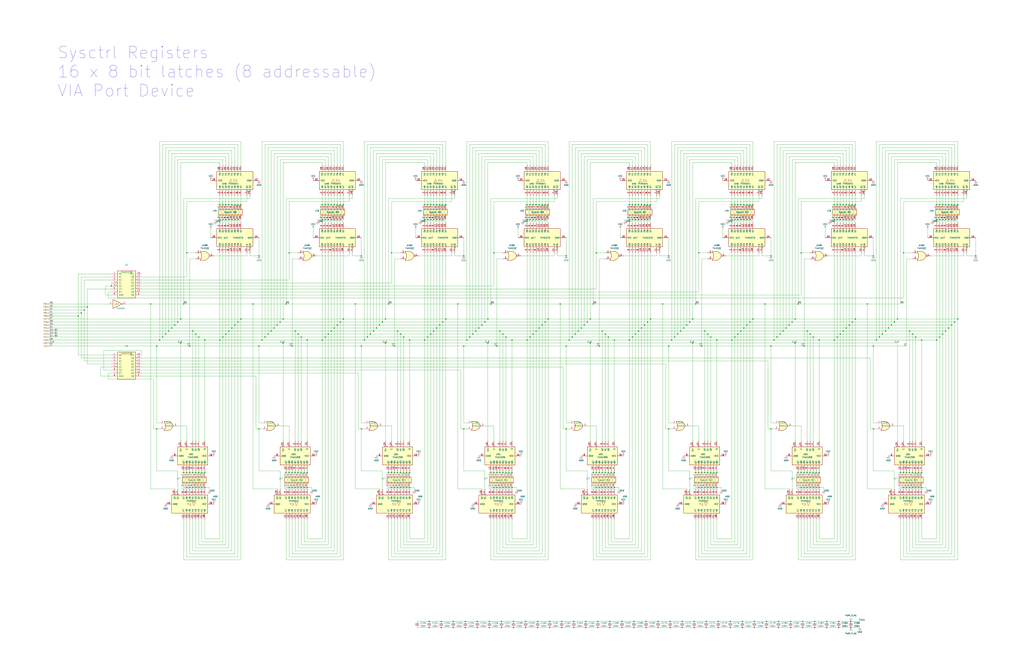
<source format=kicad_sch>
(kicad_sch (version 20230121) (generator eeschema)
  (paper "D")
  (junction (at 248.92 411.48))
  (junction (at 246.38 398.78))
  (junction (at 406.4 274.32))
  (junction (at 574.04 279.4))
  (junction (at 579.12 274.32))
  (junction (at 707.39 524.51))
  (junction (at 502.92 398.78))
  (junction (at 157.48 411.48))
  (junction (at 330.2 213.36))
  (junction (at 626.11 524.51))
  (junction (at 370.84 274.32))
  (junction (at 401.32 279.4))
  (junction (at 599.44 398.78))
  (junction (at 690.88 411.48))
  (junction (at 370.84 185.42))
  (junction (at 805.18 271.78))
  (junction (at 708.66 281.94))
  (junction (at 454.66 185.42))
  (junction (at 660.4 279.4))
  (junction (at 149.86 271.78))
  (junction (at 187.96 284.48))
  (junction (at 538.48 185.42))
  (junction (at 152.4 289.56))
  (junction (at 213.36 256.54))
  (junction (at 807.72 172.72))
  (junction (at 565.15 524.51))
  (junction (at 340.36 284.48))
  (junction (at 706.12 172.72))
  (junction (at 802.64 185.42))
  (junction (at 599.44 411.48))
  (junction (at 304.8 361.95))
  (junction (at 256.54 398.78))
  (junction (at 485.14 281.94))
  (junction (at 513.08 411.48))
  (junction (at 154.94 398.78))
  (junction (at 203.2 172.72))
  (junction (at 697.23 529.59))
  (junction (at 656.59 524.51))
  (junction (at 617.22 172.72))
  (junction (at 256.54 411.48))
  (junction (at 690.88 398.78))
  (junction (at 363.22 185.42))
  (junction (at 548.64 269.24))
  (junction (at 530.86 185.42))
  (junction (at 666.75 524.51))
  (junction (at 683.26 398.78))
  (junction (at 483.87 524.51))
  (junction (at 792.48 172.72))
  (junction (at 340.36 411.48))
  (junction (at 185.42 185.42))
  (junction (at 646.43 529.59))
  (junction (at 541.02 185.42))
  (junction (at 337.82 281.94))
  (junction (at 327.66 398.78))
  (junction (at 650.24 361.95))
  (junction (at 147.32 274.32))
  (junction (at 762 398.78))
  (junction (at 769.62 398.78))
  (junction (at 342.9 411.48))
  (junction (at 373.38 271.78))
  (junction (at 530.86 172.72))
  (junction (at 538.48 279.4))
  (junction (at 226.06 281.94))
  (junction (at 510.54 398.78))
  (junction (at 459.74 172.72))
  (junction (at 327.66 256.54))
  (junction (at 533.4 185.42))
  (junction (at 363.22 172.72))
  (junction (at 558.8 256.54))
  (junction (at 361.95 524.51))
  (junction (at 382.27 529.59))
  (junction (at 452.12 172.72))
  (junction (at 238.76 269.24))
  (junction (at 619.76 284.48))
  (junction (at 454.66 172.72))
  (junction (at 678.18 411.48))
  (junction (at 170.18 398.78))
  (junction (at 276.86 172.72))
  (junction (at 254 411.48))
  (junction (at 800.1 276.86))
  (junction (at 736.6 215.9))
  (junction (at 601.98 411.48))
  (junction (at 508 279.4))
  (junction (at 543.56 274.32))
  (junction (at 601.98 398.78))
  (junction (at 254 398.78))
  (junction (at 604.52 411.48))
  (junction (at 494.03 529.59))
  (junction (at 231.14 276.86))
  (junction (at 426.72 411.48))
  (junction (at 368.3 276.86))
  (junction (at 429.26 398.78))
  (junction (at 218.44 361.95))
  (junction (at 279.4 185.42))
  (junction (at 457.2 172.72))
  (junction (at 687.07 524.51))
  (junction (at 408.94 271.78))
  (junction (at 421.64 279.4))
  (junction (at 251.46 411.48))
  (junction (at 248.92 398.78))
  (junction (at 372.11 529.59))
  (junction (at 127 256.54))
  (junction (at 563.88 292.1))
  (junction (at 325.12 269.24))
  (junction (at 795.02 281.94))
  (junction (at 477.52 215.9))
  (junction (at 477.52 361.95))
  (junction (at 152.4 269.24))
  (junction (at 332.74 411.48))
  (junction (at 584.2 269.24))
  (junction (at 411.48 289.56))
  (junction (at 718.82 271.78))
  (junction (at 544.83 529.59))
  (junction (at 767.08 279.4))
  (junction (at 251.46 281.94))
  (junction (at 571.5 281.94))
  (junction (at 797.56 185.42))
  (junction (at 345.44 411.48))
  (junction (at 533.4 284.48))
  (junction (at 203.2 269.24))
  (junction (at 167.64 411.48))
  (junction (at 666.75 529.59))
  (junction (at 502.92 213.36))
  (junction (at 447.04 284.48))
  (junction (at 619.76 172.72))
  (junction (at 615.95 529.59))
  (junction (at 139.7 281.94))
  (junction (at 477.52 292.1))
  (junction (at 172.72 287.02))
  (junction (at 717.55 524.51))
  (junction (at 403.86 276.86))
  (junction (at 795.02 172.72))
  (junction (at 676.91 524.51))
  (junction (at 342.9 398.78))
  (junction (at 629.92 274.32))
  (junction (at 589.28 213.36))
  (junction (at 382.27 524.51))
  (junction (at 137.16 284.48))
  (junction (at 433.07 524.51))
  (junction (at 144.78 276.86))
  (junction (at 736.6 361.95))
  (junction (at 673.1 398.78))
  (junction (at 508 398.78))
  (junction (at 274.32 185.42))
  (junction (at 284.48 185.42))
  (junction (at 650.24 215.9))
  (junction (at 157.48 213.36))
  (junction (at 585.47 524.51))
  (junction (at 680.72 279.4))
  (junction (at 358.14 287.02))
  (junction (at 657.86 281.94))
  (junction (at 424.18 398.78))
  (junction (at 685.8 284.48))
  (junction (at 287.02 185.42))
  (junction (at 187.96 172.72))
  (junction (at 797.56 279.4))
  (junction (at 703.58 185.42))
  (junction (at 195.58 276.86))
  (junction (at 190.5 281.94))
  (junction (at 193.04 279.4))
  (junction (at 632.46 185.42))
  (junction (at 518.16 287.02))
  (junction (at 392.43 524.51))
  (junction (at 254 284.48))
  (junction (at 358.14 185.42))
  (junction (at 134.62 287.02))
  (junction (at 228.6 279.4))
  (junction (at 459.74 271.78))
  (junction (at 317.5 276.86))
  (junction (at 505.46 292.1))
  (junction (at 535.94 172.72))
  (junction (at 453.39 529.59))
  (junction (at 473.71 524.51))
  (junction (at 160.02 411.48))
  (junction (at 444.5 185.42))
  (junction (at 535.94 281.94))
  (junction (at 419.1 292.1))
  (junction (at 412.75 524.51))
  (junction (at 690.88 287.02))
  (junction (at 543.56 172.72))
  (junction (at 504.19 529.59))
  (junction (at 411.48 269.24))
  (junction (at 424.18 411.48))
  (junction (at 462.28 172.72))
  (junction (at 604.52 398.78))
  (junction (at 789.94 185.42))
  (junction (at 708.66 185.42))
  (junction (at 584.2 289.56))
  (junction (at 454.66 276.86))
  (junction (at 243.84 411.48))
  (junction (at 416.56 411.48))
  (junction (at 284.48 172.72))
  (junction (at 233.68 274.32))
  (junction (at 589.28 411.48))
  (junction (at 462.28 269.24))
  (junction (at 767.08 411.48))
  (junction (at 472.44 256.54))
  (junction (at 142.24 279.4))
  (junction (at 497.84 289.56))
  (junction (at 132.08 292.1))
  (junction (at 711.2 185.42))
  (junction (at 500.38 256.54))
  (junction (at 800.1 185.42))
  (junction (at 422.91 529.59))
  (junction (at 596.9 398.78))
  (junction (at 480.06 287.02))
  (junction (at 731.52 256.54))
  (junction (at 594.36 411.48))
  (junction (at 688.34 398.78))
  (junction (at 289.56 269.24))
  (junction (at 449.58 185.42))
  (junction (at 368.3 172.72))
  (junction (at 422.91 524.51))
  (junction (at 375.92 269.24))
  (junction (at 365.76 279.4))
  (junction (at 670.56 289.56))
  (junction (at 325.12 289.56))
  (junction (at 307.34 287.02))
  (junction (at 391.16 361.95))
  (junction (at 398.78 281.94))
  (junction (at 165.1 281.94))
  (junction (at 749.3 276.86))
  (junction (at 524.51 524.51))
  (junction (at 554.99 529.59))
  (junction (at 361.95 529.59))
  (junction (at 375.92 172.72))
  (junction (at 495.3 271.78))
  (junction (at 629.92 172.72))
  (junction (at 576.58 276.86))
  (junction (at 312.42 281.94))
  (junction (at 157.48 398.78))
  (junction (at 487.68 279.4))
  (junction (at 718.82 185.42))
  (junction (at 402.59 529.59))
  (junction (at 449.58 172.72))
  (junction (at 198.12 172.72))
  (junction (at 457.2 274.32))
  (junction (at 490.22 276.86))
  (junction (at 429.26 411.48))
  (junction (at 777.24 287.02))
  (junction (at 259.08 287.02))
  (junction (at 585.47 529.59))
  (junction (at 652.78 287.02))
  (junction (at 678.18 292.1))
  (junction (at 198.12 185.42))
  (junction (at 502.92 411.48))
  (junction (at 241.3 256.54))
  (junction (at 636.27 529.59))
  (junction (at 538.48 172.72))
  (junction (at 332.74 292.1))
  (junction (at 581.66 271.78))
  (junction (at 624.84 279.4))
  (junction (at 800.1 172.72))
  (junction (at 563.88 215.9))
  (junction (at 345.44 287.02))
  (junction (at 200.66 271.78))
  (junction (at 627.38 185.42))
  (junction (at 554.99 524.51))
  (junction (at 795.02 185.42))
  (junction (at 365.76 185.42))
  (junction (at 236.22 271.78))
  (junction (at 271.78 287.02))
  (junction (at 762 213.36))
  (junction (at 591.82 292.1))
  (junction (at 622.3 281.94))
  (junction (at 193.04 185.42))
  (junction (at 645.16 256.54))
  (junction (at 287.02 172.72))
  (junction (at 802.64 274.32))
  (junction (at 281.94 276.86))
  (junction (at 792.48 284.48))
  (junction (at 483.87 529.59))
  (junction (at 200.66 172.72))
  (junction (at 703.58 287.02))
  (junction (at 685.8 398.78))
  (junction (at 565.15 529.59))
  (junction (at 675.64 213.36))
  (junction (at 463.55 524.51))
  (junction (at 416.56 213.36))
  (junction (at 546.1 172.72))
  (junction (at 259.08 398.78))
  (junction (at 802.64 172.72))
  (junction (at 713.74 185.42))
  (junction (at 497.84 269.24))
  (junction (at 680.72 411.48))
  (junction (at 697.23 524.51))
  (junction (at 154.94 256.54))
  (junction (at 370.84 172.72))
  (junction (at 777.24 411.48))
  (junction (at 515.62 398.78))
  (junction (at 187.96 185.42))
  (junction (at 707.39 529.59))
  (junction (at 713.74 172.72))
  (junction (at 627.38 276.86))
  (junction (at 797.56 172.72))
  (junction (at 243.84 398.78))
  (junction (at 591.82 398.78))
  (junction (at 274.32 284.48))
  (junction (at 632.46 271.78))
  (junction (at 619.76 185.42))
  (junction (at 251.46 398.78))
  (junction (at 457.2 185.42))
  (junction (at 431.8 287.02))
  (junction (at 337.82 398.78))
  (junction (at 447.04 185.42))
  (junction (at 281.94 172.72))
  (junction (at 586.74 256.54))
  (junction (at 452.12 185.42))
  (junction (at 655.32 284.48))
  (junction (at 392.43 529.59))
  (junction (at 678.18 398.78))
  (junction (at 513.08 284.48))
  (junction (at 345.44 398.78))
  (junction (at 656.59 529.59))
  (junction (at 198.12 274.32))
  (junction (at 604.52 287.02))
  (junction (at 373.38 172.72))
  (junction (at 541.02 276.86))
  (junction (at 238.76 289.56))
  (junction (at 416.56 398.78))
  (junction (at 535.94 185.42))
  (junction (at 680.72 398.78))
  (junction (at 754.38 271.78))
  (junction (at 706.12 284.48))
  (junction (at 330.2 398.78))
  (junction (at 563.88 361.95))
  (junction (at 360.68 185.42))
  (junction (at 635 172.72))
  (junction (at 492.76 274.32))
  (junction (at 721.36 172.72))
  (junction (at 510.54 411.48))
  (junction (at 759.46 398.78))
  (junction (at 741.68 284.48))
  (junction (at 243.84 213.36))
  (junction (at 190.5 185.42))
  (junction (at 220.98 287.02))
  (junction (at 279.4 172.72))
  (junction (at 246.38 411.48))
  (junction (at 195.58 172.72))
  (junction (at 594.36 279.4))
  (junction (at 165.1 398.78))
  (junction (at 624.84 185.42))
  (junction (at 504.19 524.51))
  (junction (at 706.12 185.42))
  (junction (at 568.96 284.48))
  (junction (at 162.56 411.48))
  (junction (at 789.94 172.72))
  (junction (at 767.08 398.78))
  (junction (at 322.58 271.78))
  (junction (at 473.71 529.59))
  (junction (at 66.04 266.7))
  (junction (at 360.68 284.48))
  (junction (at 627.38 172.72))
  (junction (at 687.07 529.59))
  (junction (at 670.56 269.24))
  (junction (at 433.07 529.59))
  (junction (at 335.28 411.48))
  (junction (at 708.66 172.72))
  (junction (at 665.48 274.32))
  (junction (at 685.8 411.48))
  (junction (at 764.54 398.78))
  (junction (at 566.42 287.02))
  (junction (at 541.02 172.72))
  (junction (at 626.11 529.59))
  (junction (at 452.12 279.4))
  (junction (at 739.14 287.02))
  (junction (at 200.66 185.42))
  (junction (at 281.94 185.42))
  (junction (at 241.3 398.78))
  (junction (at 185.42 287.02))
  (junction (at 332.74 398.78))
  (junction (at 160.02 292.1))
  (junction (at 505.46 411.48))
  (junction (at 605.79 529.59))
  (junction (at 246.38 292.1))
  (junction (at 335.28 398.78))
  (junction (at 368.3 185.42))
  (junction (at 676.91 529.59))
  (junction (at 617.22 185.42))
  (junction (at 170.18 411.48))
  (junction (at 335.28 279.4))
  (junction (at 774.7 398.78))
  (junction (at 73.66 259.08))
  (junction (at 185.42 172.72))
  (junction (at 391.16 292.1))
  (junction (at 132.08 361.95))
  (junction (at 391.16 215.9))
  (junction (at 721.36 269.24))
  (junction (at 769.62 411.48))
  (junction (at 675.64 411.48))
  (junction (at 68.58 264.16))
  (junction (at 624.84 172.72))
  (junction (at 162.56 398.78))
  (junction (at 284.48 274.32))
  (junction (at 544.83 524.51))
  (junction (at 337.82 411.48))
  (junction (at 546.1 271.78))
  (junction (at 595.63 524.51))
  (junction (at 505.46 398.78))
  (junction (at 309.88 284.48))
  (junction (at 703.58 172.72))
  (junction (at 426.72 398.78))
  (junction (at 515.62 411.48))
  (junction (at 289.56 172.72))
  (junction (at 299.72 256.54))
  (junction (at 789.94 287.02))
  (junction (at 444.5 287.02))
  (junction (at 716.28 274.32))
  (junction (at 248.92 279.4))
  (junction (at 510.54 281.94))
  (junction (at 162.56 279.4))
  (junction (at 421.64 411.48))
  (junction (at 518.16 411.48))
  (junction (at 463.55 529.59))
  (junction (at 622.3 185.42))
  (junction (at 449.58 281.94))
  (junction (at 414.02 256.54))
  (junction (at 675.64 398.78))
  (junction (at 287.02 271.78))
  (junction (at 575.31 529.59))
  (junction (at 599.44 284.48))
  (junction (at 271.78 185.42))
  (junction (at 805.18 172.72))
  (junction (at 363.22 281.94))
  (junction (at 769.62 281.94))
  (junction (at 223.52 284.48))
  (junction (at 711.2 279.4))
  (junction (at 713.74 276.86))
  (junction (at 372.11 524.51))
  (junction (at 419.1 411.48))
  (junction (at 279.4 279.4))
  (junction (at 650.24 292.1))
  (junction (at 218.44 215.9))
  (junction (at 358.14 172.72))
  (junction (at 543.56 185.42))
  (junction (at 304.8 215.9))
  (junction (at 330.2 411.48))
  (junction (at 777.24 398.78))
  (junction (at 629.92 185.42))
  (junction (at 746.76 279.4))
  (junction (at 744.22 281.94))
  (junction (at 622.3 172.72))
  (junction (at 494.03 524.51))
  (junction (at 167.64 398.78))
  (junction (at 453.39 524.51))
  (junction (at 500.38 398.78))
  (junction (at 160.02 398.78))
  (junction (at 822.96 215.9))
  (junction (at 421.64 398.78))
  (junction (at 683.26 281.94))
  (junction (at 534.67 524.51))
  (junction (at 594.36 398.78))
  (junction (at 772.16 411.48))
  (junction (at 586.74 398.78))
  (junction (at 668.02 271.78))
  (junction (at 772.16 398.78))
  (junction (at 662.94 276.86))
  (junction (at 688.34 411.48))
  (junction (at 193.04 172.72))
  (junction (at 167.64 284.48))
  (junction (at 360.68 172.72))
  (junction (at 514.35 524.51))
  (junction (at 595.63 529.59))
  (junction (at 396.24 284.48))
  (junction (at 756.92 269.24))
  (junction (at 340.36 398.78))
  (junction (at 218.44 292.1))
  (junction (at 443.23 524.51))
  (junction (at 514.35 529.59))
  (junction (at 589.28 398.78))
  (junction (at 443.23 529.59))
  (junction (at 673.1 256.54))
  (junction (at 774.7 411.48))
  (junction (at 320.04 274.32))
  (junction (at 414.02 398.78))
  (junction (at 365.76 172.72))
  (junction (at 271.78 172.72))
  (junction (at 711.2 172.72))
  (junction (at 71.12 261.62))
  (junction (at 605.79 524.51))
  (junction (at 716.28 185.42))
  (junction (at 447.04 172.72))
  (junction (at 195.58 185.42))
  (junction (at 534.67 529.59))
  (junction (at 762 411.48))
  (junction (at 518.16 398.78))
  (junction (at 482.6 284.48))
  (junction (at 259.08 411.48))
  (junction (at 314.96 279.4))
  (junction (at 596.9 411.48))
  (junction (at 596.9 281.94))
  (junction (at 635 269.24))
  (junction (at 412.75 529.59))
  (junction (at 276.86 281.94))
  (junction (at 716.28 172.72))
  (junction (at 393.7 287.02))
  (junction (at 772.16 284.48))
  (junction (at 190.5 172.72))
  (junction (at 373.38 185.42))
  (junction (at 386.08 256.54))
  (junction (at 172.72 411.48))
  (junction (at 276.86 185.42))
  (junction (at 459.74 185.42))
  (junction (at 424.18 281.94))
  (junction (at 165.1 411.48))
  (junction (at 805.18 185.42))
  (junction (at 718.82 172.72))
  (junction (at 513.08 398.78))
  (junction (at 683.26 411.48))
  (junction (at 304.8 292.1))
  (junction (at 807.72 269.24))
  (junction (at 548.64 172.72))
  (junction (at 402.59 524.51))
  (junction (at 508 411.48))
  (junction (at 751.84 274.32))
  (junction (at 575.31 524.51))
  (junction (at 524.51 529.59))
  (junction (at 646.43 524.51))
  (junction (at 93.98 241.3))
  (junction (at 546.1 185.42))
  (junction (at 172.72 398.78))
  (junction (at 636.27 524.51))
  (junction (at 426.72 284.48))
  (junction (at 615.95 524.51))
  (junction (at 736.6 292.1))
  (junction (at 530.86 287.02))
  (junction (at 717.55 529.59))
  (junction (at 431.8 398.78))
  (junction (at 591.82 411.48))
  (junction (at 617.22 287.02))
  (junction (at 431.8 411.48))
  (junction (at 274.32 172.72))
  (junction (at 764.54 411.48))
  (junction (at 444.5 172.72))
  (junction (at 533.4 172.72))
  (junction (at 632.46 172.72))
  (junction (at 792.48 185.42))
  (junction (at 419.1 398.78))
  (wire (pts (xy 391.16 356.87) (xy 393.7 356.87)))
  (wire (pts (xy 88.9 241.3) (xy 93.98 241.3)))
  (wire (pts (xy 167.64 412.75) (xy 166.37 412.75)))
  (wire (pts (xy 563.88 292.1) (xy 563.88 356.87)))
  (wire (pts (xy 342.9 397.51) (xy 342.9 398.78)))
  (wire (pts (xy 538.48 186.69) (xy 538.48 187.96)))
  (wire (pts (xy 807.72 213.36) (xy 807.72 269.24)))
  (wire (pts (xy 589.28 213.36) (xy 589.28 246.38)))
  (wire (pts (xy 623.57 172.72) (xy 624.84 172.72)))
  (wire (pts (xy 462.28 472.44) (xy 462.28 269.24)))
  (wire (pts (xy 762 213.36) (xy 762 251.46)))
  (wire (pts (xy 241.3 472.44) (xy 289.56 472.44)))
  (wire (pts (xy 731.52 256.54) (xy 759.46 256.54)))
  (wire (pts (xy 619.76 134.62) (xy 581.66 134.62)))
  (wire (pts (xy 259.08 287.02) (xy 271.78 287.02)))
  (wire (pts (xy 581.66 134.62) (xy 581.66 271.78)))
  (wire (pts (xy 543.56 274.32) (xy 579.12 274.32)))
  (wire (pts (xy 584.2 289.56) (xy 670.56 289.56)))
  (wire (pts (xy 416.56 359.41) (xy 408.94 359.41)))
  (wire (pts (xy 782.32 200.66) (xy 782.32 193.04)))
  (wire (pts (xy 805.18 185.42) (xy 807.72 185.42)))
  (wire (pts (xy 772.16 411.48) (xy 774.7 411.48)))
  (wire (pts (xy 226.06 124.46) (xy 226.06 281.94)))
  (wire (pts (xy 775.97 398.78) (xy 775.97 412.75)))
  (wire (pts (xy 242.57 398.78) (xy 243.84 398.78)))
  (wire (pts (xy 695.96 200.66) (xy 695.96 193.04)))
  (wire (pts (xy 208.28 213.36) (xy 208.28 215.9)))
  (wire (pts (xy 797.56 129.54) (xy 749.3 129.54)))
  (wire (pts (xy 322.58 271.78) (xy 373.38 271.78)))
  (wire (pts (xy 715.01 172.72) (xy 716.28 172.72)))
  (wire (pts (xy 739.14 119.38) (xy 739.14 287.02)))
  (wire (pts (xy 457.2 124.46) (xy 398.78 124.46)))
  (wire (pts (xy 386.08 412.75) (xy 406.4 412.75)))
  (wire (pts (xy 341.63 398.78) (xy 342.9 398.78)))
  (wire (pts (xy 412.75 529.59) (xy 422.91 529.59)))
  (wire (pts (xy 533.4 213.36) (xy 533.4 284.48)))
  (wire (pts (xy 467.36 165.1) (xy 467.36 170.18)))
  (wire (pts (xy 195.58 186.69) (xy 195.58 187.96)))
  (wire (pts (xy 165.1 462.28) (xy 193.04 462.28)))
  (wire (pts (xy 190.5 185.42) (xy 193.04 185.42)))
  (wire (pts (xy 203.2 186.69) (xy 201.93 186.69)))
  (wire (pts (xy 655.32 284.48) (xy 685.8 284.48)))
  (wire (pts (xy 375.92 186.69) (xy 374.65 186.69)))
  (wire (pts (xy 773.43 398.78) (xy 774.7 398.78)))
  (wire (pts (xy 715.01 172.72) (xy 715.01 186.69)))
  (wire (pts (xy 289.56 472.44) (xy 289.56 269.24)))
  (wire (pts (xy 444.5 139.7) (xy 444.5 137.16)))
  (wire (pts (xy 160.02 218.44) (xy 160.02 292.1)))
  (wire (pts (xy 777.24 438.15) (xy 777.24 454.66)))
  (wire (pts (xy 770.89 398.78) (xy 772.16 398.78)))
  (wire (pts (xy 195.58 172.72) (xy 195.58 165.1)))
  (wire (pts (xy 502.92 170.18) (xy 553.72 170.18)))
  (wire (pts (xy 670.56 269.24) (xy 721.36 269.24)))
  (wire (pts (xy 768.35 398.78) (xy 769.62 398.78)))
  (wire (pts (xy 624.84 462.28) (xy 624.84 279.4)))
  (wire (pts (xy 302.26 361.95) (xy 304.8 361.95)))
  (wire (pts (xy 622.3 139.7) (xy 622.3 132.08)))
  (wire (pts (xy 538.48 139.7) (xy 538.48 129.54)))
  (wire (pts (xy 626.11 529.59) (xy 636.27 529.59)))
  (wire (pts (xy 330.2 412.75) (xy 328.93 412.75)))
  (wire (pts (xy 73.66 259.08) (xy 73.66 307.34)))
  (wire (pts (xy 678.18 397.51) (xy 678.18 398.78)))
  (wire (pts (xy 144.78 276.86) (xy 195.58 276.86)))
  (wire (pts (xy 500.38 438.15) (xy 500.38 472.44)))
  (wire (pts (xy 629.92 186.69) (xy 628.65 186.69)))
  (wire (pts (xy 791.21 172.72) (xy 792.48 172.72)))
  (wire (pts (xy 345.44 397.51) (xy 345.44 398.78)))
  (wire (pts (xy 541.02 186.69) (xy 541.02 187.96)))
  (wire (pts (xy 591.82 438.15) (xy 591.82 467.36)))
  (wire (pts (xy 314.96 279.4) (xy 335.28 279.4)))
  (wire (pts (xy 543.56 139.7) (xy 543.56 124.46)))
  (wire (pts (xy 650.24 361.95) (xy 650.24 397.51)))
  (wire (pts (xy 678.18 292.1) (xy 736.6 292.1)))
  (wire (pts (xy 746.76 127) (xy 746.76 279.4)))
  (wire (pts (xy 708.66 281.94) (xy 744.22 281.94)))
  (wire (pts (xy 185.42 137.16) (xy 152.4 137.16)))
  (wire (pts (xy 336.55 412.75) (xy 336.55 398.78)))
  (wire (pts (xy 680.72 438.15) (xy 680.72 464.82)))
  (wire (pts (xy 622.3 132.08) (xy 579.12 132.08)))
  (wire (pts (xy 774.7 397.51) (xy 774.7 398.78)))
  (wire (pts (xy 334.01 398.78) (xy 335.28 398.78)))
  (wire (pts (xy 363.22 185.42) (xy 365.76 185.42)))
  (wire (pts (xy 251.46 372.11) (xy 251.46 281.94)))
  (wire (pts (xy 279.4 186.69) (xy 279.4 187.96)))
  (wire (pts (xy 640.08 165.1) (xy 640.08 170.18)))
  (wire (pts (xy 773.43 398.78) (xy 773.43 412.75)))
  (wire (pts (xy 247.65 412.75) (xy 247.65 398.78)))
  (wire (pts (xy 334.01 412.75) (xy 334.01 398.78)))
  (wire (pts (xy 259.08 411.48) (xy 262.89 411.48)))
  (wire (pts (xy 287.02 186.69) (xy 287.02 187.96)))
  (wire (pts (xy 574.04 279.4) (xy 594.36 279.4)))
  (wire (pts (xy 421.64 464.82) (xy 454.66 464.82)))
  (wire (pts (xy 633.73 172.72) (xy 633.73 186.69)))
  (wire (pts (xy 513.08 438.15) (xy 513.08 459.74)))
  (wire (pts (xy 356.87 172.72) (xy 358.14 172.72)))
  (wire (pts (xy 223.52 121.92) (xy 223.52 284.48)))
  (wire (pts (xy 287.02 213.36) (xy 287.02 271.78)))
  (wire (pts (xy 502.92 469.9) (xy 546.1 469.9)))
  (wire (pts (xy 160.02 218.44) (xy 165.1 218.44)))
  (wire (pts (xy 368.3 139.7) (xy 368.3 127)))
  (wire (pts (xy 368.3 276.86) (xy 403.86 276.86)))
  (wire (pts (xy 575.31 524.51) (xy 585.47 524.51)))
  (wire (pts (xy 774.7 438.15) (xy 774.7 457.2)))
  (wire (pts (xy 412.75 412.75) (xy 414.02 412.75)))
  (wire (pts (xy 721.36 472.44) (xy 721.36 269.24)))
  (wire (pts (xy 307.34 287.02) (xy 345.44 287.02)))
  (wire (pts (xy 443.23 529.59) (xy 453.39 529.59)))
  (wire (pts (xy 601.98 397.51) (xy 601.98 398.78)))
  (wire (pts (xy 544.83 172.72) (xy 546.1 172.72)))
  (wire (pts (xy 367.03 172.72) (xy 368.3 172.72)))
  (wire (pts (xy 132.08 361.95) (xy 132.08 397.51)))
  (wire (pts (xy 340.36 411.48) (xy 342.9 411.48)))
  (wire (pts (xy 547.37 172.72) (xy 547.37 186.69)))
  (wire (pts (xy 558.8 256.54) (xy 558.8 412.75)))
  (wire (pts (xy 195.58 186.69) (xy 194.31 186.69)))
  (wire (pts (xy 200.66 469.9) (xy 200.66 271.78)))
  (wire (pts (xy 452.12 186.69) (xy 450.85 186.69)))
  (wire (pts (xy 332.74 218.44) (xy 337.82 218.44)))
  (wire (pts (xy 535.94 186.69) (xy 534.67 186.69)))
  (wire (pts (xy 511.81 398.78) (xy 511.81 412.75)))
  (wire (pts (xy 185.42 454.66) (xy 185.42 287.02)))
  (wire (pts (xy 396.24 121.92) (xy 396.24 284.48)))
  (wire (pts (xy 271.78 139.7) (xy 271.78 137.16)))
  (wire (pts (xy 278.13 172.72) (xy 279.4 172.72)))
  (wire (pts (xy 119.38 241.3) (xy 416.56 241.3)))
  (wire (pts (xy 165.1 372.11) (xy 165.1 281.94)))
  (wire (pts (xy 617.22 287.02) (xy 652.78 287.02)))
  (wire (pts (xy 546.1 271.78) (xy 581.66 271.78)))
  (wire (pts (xy 196.85 172.72) (xy 196.85 186.69)))
  (wire (pts (xy 429.26 457.2) (xy 447.04 457.2)))
  (wire (pts (xy 633.73 172.72) (xy 635 172.72)))
  (wire (pts (xy 200.66 271.78) (xy 236.22 271.78)))
  (wire (pts (xy 513.08 411.48) (xy 515.62 411.48)))
  (wire (pts (xy 373.38 213.36) (xy 373.38 271.78)))
  (wire (pts (xy 327.66 411.48) (xy 330.2 411.48)))
  (wire (pts (xy 87.63 295.91) (xy 119.38 295.91)))
  (wire (pts (xy 711.2 186.69) (xy 709.93 186.69)))
  (wire (pts (xy 403.86 129.54) (xy 403.86 276.86)))
  (wire (pts (xy 170.18 412.75) (xy 168.91 412.75)))
  (wire (pts (xy 472.44 256.54) (xy 472.44 412.75)))
  (wire (pts (xy 497.84 289.56) (xy 584.2 289.56)))
  (wire (pts (xy 414.02 398.78) (xy 412.75 398.78)))
  (wire (pts (xy 119.38 248.92) (xy 675.64 248.92)))
  (wire (pts (xy 326.39 398.78) (xy 326.39 412.75)))
  (wire (pts (xy 759.46 438.15) (xy 759.46 472.44)))
  (wire (pts (xy 419.1 218.44) (xy 424.18 218.44)))
  (wire (pts (xy 419.1 292.1) (xy 477.52 292.1)))
  (wire (pts (xy 586.74 438.15) (xy 586.74 472.44)))
  (wire (pts (xy 563.88 397.51) (xy 581.66 397.51)))
  (wire (pts (xy 622.3 186.69) (xy 622.3 187.96)))
  (wire (pts (xy 443.23 524.51) (xy 453.39 524.51)))
  (wire (pts (xy 416.56 213.36) (xy 416.56 241.3)))
  (wire (pts (xy 452.12 185.42) (xy 454.66 185.42)))
  (wire (pts (xy 537.21 172.72) (xy 537.21 186.69)))
  (wire (pts (xy 190.5 132.08) (xy 147.32 132.08)))
  (wire (pts (xy 203.2 172.72) (xy 203.2 165.1)))
  (wire (pts (xy 167.64 459.74) (xy 190.5 459.74)))
  (wire (pts (xy 241.3 167.64) (xy 241.3 256.54)))
  (wire (pts (xy 629.92 172.72) (xy 629.92 165.1)))
  (wire (pts (xy 548.64 269.24) (xy 584.2 269.24)))
  (wire (pts (xy 563.88 356.87) (xy 566.42 356.87)))
  (wire (pts (xy 807.72 472.44) (xy 807.72 269.24)))
  (wire (pts (xy 256.54 397.51) (xy 256.54 398.78)))
  (wire (pts (xy 532.13 172.72) (xy 533.4 172.72)))
  (wire (pts (xy 419.1 411.48) (xy 421.64 411.48)))
  (wire (pts (xy 764.54 397.51) (xy 764.54 398.78)))
  (wire (pts (xy 736.6 292.1) (xy 764.54 292.1)))
  (wire (pts (xy 127 256.54) (xy 127 412.75)))
  (wire (pts (xy 650.24 361.95) (xy 652.78 361.95)))
  (wire (pts (xy 585.47 398.78) (xy 585.47 412.75)))
  (wire (pts (xy 736.6 200.66) (xy 736.6 215.9)))
  (wire (pts (xy 233.68 132.08) (xy 233.68 274.32)))
  (wire (pts (xy 279.4 139.7) (xy 279.4 129.54)))
  (wire (pts (xy 284.48 186.69) (xy 283.21 186.69)))
  (wire (pts (xy 203.2 119.38) (xy 134.62 119.38)))
  (wire (pts (xy 756.92 289.56) (xy 756.92 372.11)))
  (wire (pts (xy 767.08 397.51) (xy 767.08 398.78)))
  (wire (pts (xy 565.15 524.51) (xy 575.31 524.51)))
  (wire (pts (xy 777.24 287.02) (xy 789.94 287.02)))
  (wire (pts (xy 716.28 186.69) (xy 716.28 187.96)))
  (wire (pts (xy 322.58 397.51) (xy 322.58 412.75)))
  (wire (pts (xy 337.82 412.75) (xy 336.55 412.75)))
  (wire (pts (xy 675.64 170.18) (xy 675.64 213.36)))
  (wire (pts (xy 455.93 172.72) (xy 455.93 186.69)))
  (wire (pts (xy 469.9 167.64) (xy 469.9 165.1)))
  (wire (pts (xy 449.58 185.42) (xy 452.12 185.42)))
  (wire (pts (xy 416.56 213.36) (xy 424.18 213.36)))
  (wire (pts (xy 274.32 186.69) (xy 274.32 187.96)))
  (wire (pts (xy 242.57 412.75) (xy 242.57 398.78)))
  (wire (pts (xy 541.02 127) (xy 487.68 127)))
  (wire (pts (xy 170.18 411.48) (xy 172.72 411.48)))
  (wire (pts (xy 364.49 172.72) (xy 365.76 172.72)))
  (wire (pts (xy 190.5 139.7) (xy 190.5 132.08)))
  (wire (pts (xy 772.16 372.11) (xy 772.16 284.48)))
  (wire (pts (xy 500.38 398.78) (xy 499.11 398.78)))
  (wire (pts (xy 447.04 213.36) (xy 447.04 284.48)))
  (wire (pts (xy 284.48 186.69) (xy 284.48 187.96)))
  (wire (pts (xy 459.74 185.42) (xy 462.28 185.42)))
  (wire (pts (xy 368.3 186.69) (xy 367.03 186.69)))
  (wire (pts (xy 193.04 213.36) (xy 193.04 279.4)))
  (wire (pts (xy 495.3 397.51) (xy 495.3 412.75)))
  (wire (pts (xy 162.56 279.4) (xy 162.56 372.11)))
  (wire (pts (xy 797.56 213.36) (xy 797.56 279.4)))
  (wire (pts (xy 623.57 172.72) (xy 623.57 186.69)))
  (wire (pts (xy 731.52 412.75) (xy 751.84 412.75)))
  (wire (pts (xy 458.47 172.72) (xy 458.47 186.69)))
  (wire (pts (xy 73.66 307.34) (xy 93.98 307.34)))
  (wire (pts (xy 604.52 411.48) (xy 608.33 411.48)))
  (wire (pts (xy 383.54 167.64) (xy 327.66 167.64)))
  (wire (pts (xy 422.91 524.51) (xy 433.07 524.51)))
  (wire (pts (xy 342.9 411.48) (xy 345.44 411.48)))
  (wire (pts (xy 662.94 129.54) (xy 662.94 276.86)))
  (wire (pts (xy 421.64 412.75) (xy 420.37 412.75)))
  (wire (pts (xy 370.84 274.32) (xy 406.4 274.32)))
  (wire (pts (xy 271.78 137.16) (xy 238.76 137.16)))
  (wire (pts (xy 132.08 292.1) (xy 132.08 356.87)))
  (wire (pts (xy 424.18 411.48) (xy 426.72 411.48)))
  (wire (pts (xy 681.99 412.75) (xy 681.99 398.78)))
  (wire (pts (xy 287.02 139.7) (xy 287.02 121.92)))
  (wire (pts (xy 668.02 134.62) (xy 668.02 271.78)))
  (wire (pts (xy 189.23 172.72) (xy 190.5 172.72)))
  (wire (pts (xy 690.88 411.48) (xy 694.69 411.48)))
  (wire (pts (xy 281.94 464.82) (xy 281.94 276.86)))
  (wire (pts (xy 716.28 139.7) (xy 716.28 124.46)))
  (wire (pts (xy 774.7 411.48) (xy 777.24 411.48)))
  (wire (pts (xy 401.32 127) (xy 401.32 279.4)))
  (wire (pts (xy 596.9 412.75) (xy 595.63 412.75)))
  (wire (pts (xy 673.1 438.15) (xy 673.1 472.44)))
  (wire (pts (xy 463.55 524.51) (xy 473.71 524.51)))
  (wire (pts (xy 544.83 529.59) (xy 554.99 529.59)))
  (wire (pts (xy 767.08 279.4) (xy 797.56 279.4)))
  (wire (pts (xy 241.3 256.54) (xy 299.72 256.54)))
  (wire (pts (xy 797.56 186.69) (xy 797.56 187.96)))
  (wire (pts (xy 635 172.72) (xy 635 165.1)))
  (wire (pts (xy 683.26 281.94) (xy 708.66 281.94)))
  (wire (pts (xy 467.36 213.36) (xy 467.36 215.9)))
  (wire (pts (xy 412.75 398.78) (xy 412.75 412.75)))
  (wire (pts (xy 158.75 412.75) (xy 158.75 398.78)))
  (wire (pts (xy 508 397.51) (xy 508 398.78)))
  (wire (pts (xy 215.9 317.5) (xy 215.9 361.95)))
  (wire (pts (xy 626.11 524.51) (xy 636.27 524.51)))
  (wire (pts (xy 457.2 186.69) (xy 455.93 186.69)))
  (wire (pts (xy 287.02 469.9) (xy 287.02 271.78)))
  (wire (pts (xy 797.56 139.7) (xy 797.56 129.54)))
  (wire (pts (xy 721.36 213.36) (xy 721.36 269.24)))
  (wire (pts (xy 368.3 172.72) (xy 368.3 165.1)))
  (wire (pts (xy 678.18 411.48) (xy 680.72 411.48)))
  (wire (pts (xy 317.5 129.54) (xy 317.5 276.86)))
  (wire (pts (xy 670.56 289.56) (xy 670.56 372.11)))
  (wire (pts (xy 636.27 529.59) (xy 646.43 529.59)))
  (wire (pts (xy 504.19 524.51) (xy 514.35 524.51)))
  (wire (pts (xy 368.3 127) (xy 314.96 127)))
  (wire (pts (xy 190.5 281.94) (xy 226.06 281.94)))
  (wire (pts (xy 41.91 256.54) (xy 91.44 256.54)))
  (wire (pts (xy 690.88 438.15) (xy 690.88 454.66)))
  (wire (pts (xy 91.44 246.38) (xy 91.44 251.46)))
  (wire (pts (xy 68.58 233.68) (xy 68.58 264.16)))
  (wire (pts (xy 186.69 172.72) (xy 187.96 172.72)))
  (wire (pts (xy 370.84 172.72) (xy 370.84 165.1)))
  (wire (pts (xy 340.36 372.11) (xy 340.36 284.48)))
  (wire (pts (xy 419.1 412.75) (xy 417.83 412.75)))
  (wire (pts (xy 274.32 213.36) (xy 274.32 284.48)))
  (wire (pts (xy 285.75 172.72) (xy 287.02 172.72)))
  (wire (pts (xy 184.15 172.72) (xy 185.42 172.72)))
  (wire (pts (xy 575.31 529.59) (xy 585.47 529.59)))
  (wire (pts (xy 530.86 172.72) (xy 530.86 165.1)))
  (wire (pts (xy 635 472.44) (xy 635 269.24)))
  (wire (pts (xy 41.91 292.1) (xy 132.08 292.1)))
  (wire (pts (xy 449.58 186.69) (xy 449.58 187.96)))
  (wire (pts (xy 487.68 279.4) (xy 508 279.4)))
  (wire (pts (xy 360.68 457.2) (xy 360.68 284.48)))
  (wire (pts (xy 673.1 256.54) (xy 731.52 256.54)))
  (wire (pts (xy 502.92 411.48) (xy 505.46 411.48)))
  (wire (pts (xy 330.2 170.18) (xy 381 170.18)))
  (wire (pts (xy 289.56 269.24) (xy 325.12 269.24)))
  (wire (pts (xy 411.48 269.24) (xy 462.28 269.24)))
  (wire (pts (xy 530.86 139.7) (xy 530.86 137.16)))
  (wire (pts (xy 490.22 129.54) (xy 490.22 276.86)))
  (wire (pts (xy 449.58 281.94) (xy 485.14 281.94)))
  (wire (pts (xy 615.95 172.72) (xy 615.95 186.69)))
  (wire (pts (xy 71.12 236.22) (xy 71.12 261.62)))
  (wire (pts (xy 453.39 172.72) (xy 454.66 172.72)))
  (wire (pts (xy 462.28 119.38) (xy 393.7 119.38)))
  (wire (pts (xy 365.76 172.72) (xy 365.76 165.1)))
  (wire (pts (xy 339.09 398.78) (xy 340.36 398.78)))
  (wire (pts (xy 187.96 172.72) (xy 187.96 165.1)))
  (wire (pts (xy 685.8 459.74) (xy 708.66 459.74)))
  (wire (pts (xy 802.64 139.7) (xy 802.64 124.46)))
  (wire (pts (xy 200.66 213.36) (xy 200.66 271.78)))
  (wire (pts (xy 372.11 172.72) (xy 372.11 186.69)))
  (wire (pts (xy 704.85 172.72) (xy 704.85 186.69)))
  (wire (pts (xy 157.48 359.41) (xy 157.48 372.11)))
  (wire (pts (xy 792.48 186.69) (xy 791.21 186.69)))
  (wire (pts (xy 185.42 213.36) (xy 185.42 287.02)))
  (wire (pts (xy 768.35 412.75) (xy 768.35 398.78)))
  (wire (pts (xy 712.47 172.72) (xy 713.74 172.72)))
  (wire (pts (xy 770.89 398.78) (xy 770.89 412.75)))
  (wire (pts (xy 416.56 170.18) (xy 467.36 170.18)))
  (wire (pts (xy 251.46 412.75) (xy 250.19 412.75)))
  (wire (pts (xy 119.38 246.38) (xy 589.28 246.38)))
  (wire (pts (xy 769.62 397.51) (xy 769.62 398.78)))
  (wire (pts (xy 403.86 276.86) (xy 454.66 276.86)))
  (wire (pts (xy 243.84 397.51) (xy 243.84 398.78)))
  (wire (pts (xy 360.68 186.69) (xy 360.68 187.96)))
  (wire (pts (xy 650.24 292.1) (xy 678.18 292.1)))
  (wire (pts (xy 337.82 397.51) (xy 337.82 398.78)))
  (wire (pts (xy 459.74 139.7) (xy 459.74 121.92)))
  (wire (pts (xy 632.46 186.69) (xy 632.46 187.96)))
  (wire (pts (xy 713.74 186.69) (xy 712.47 186.69)))
  (wire (pts (xy 518.16 411.48) (xy 521.97 411.48)))
  (wire (pts (xy 448.31 172.72) (xy 448.31 186.69)))
  (wire (pts (xy 345.44 287.02) (xy 345.44 372.11)))
  (wire (pts (xy 337.82 462.28) (xy 365.76 462.28)))
  (wire (pts (xy 431.8 412.75) (xy 430.53 412.75)))
  (wire (pts (xy 195.58 464.82) (xy 195.58 276.86)))
  (wire (pts (xy 360.68 213.36) (xy 360.68 284.48)))
  (wire (pts (xy 772.16 412.75) (xy 770.89 412.75)))
  (wire (pts (xy 759.46 411.48) (xy 762 411.48)))
  (wire (pts (xy 718.82 121.92) (xy 655.32 121.92)))
  (wire (pts (xy 513.08 459.74) (xy 535.94 459.74)))
  (wire (pts (xy 281.94 139.7) (xy 281.94 127)))
  (wire (pts (xy 304.8 361.95) (xy 304.8 397.51)))
  (wire (pts (xy 426.72 412.75) (xy 425.45 412.75)))
  (wire (pts (xy 702.31 172.72) (xy 703.58 172.72)))
  (wire (pts (xy 187.96 134.62) (xy 149.86 134.62)))
  (wire (pts (xy 369.57 172.72) (xy 370.84 172.72)))
  (wire (pts (xy 420.37 398.78) (xy 421.64 398.78)))
  (wire (pts (xy 716.28 172.72) (xy 716.28 165.1)))
  (wire (pts (xy 374.65 172.72) (xy 375.92 172.72)))
  (wire (pts (xy 617.22 213.36) (xy 617.22 287.02)))
  (wire (pts (xy 805.18 186.69) (xy 803.91 186.69)))
  (wire (pts (xy 615.95 172.72) (xy 617.22 172.72)))
  (wire (pts (xy 129.54 320.04) (xy 129.54 361.95)))
  (wire (pts (xy 599.44 284.48) (xy 619.76 284.48)))
  (wire (pts (xy 621.03 172.72) (xy 622.3 172.72)))
  (wire (pts (xy 419.1 438.15) (xy 419.1 467.36)))
  (wire (pts (xy 375.92 186.69) (xy 375.92 187.96)))
  (wire (pts (xy 299.72 412.75) (xy 320.04 412.75)))
  (wire (pts (xy 513.08 284.48) (xy 533.4 284.48)))
  (wire (pts (xy 687.07 529.59) (xy 697.23 529.59)))
  (wire (pts (xy 307.34 119.38) (xy 307.34 287.02)))
  (wire (pts (xy 586.74 411.48) (xy 589.28 411.48)))
  (wire (pts (xy 284.48 467.36) (xy 284.48 274.32)))
  (wire (pts (xy 325.12 137.16) (xy 325.12 269.24)))
  (wire (pts (xy 274.32 134.62) (xy 236.22 134.62)))
  (wire (pts (xy 502.92 359.41) (xy 495.3 359.41)))
  (wire (pts (xy 185.42 287.02) (xy 220.98 287.02)))
  (wire (pts (xy 713.74 186.69) (xy 713.74 187.96)))
  (wire (pts (xy 68.58 302.26) (xy 68.58 264.16)))
  (wire (pts (xy 685.8 284.48) (xy 706.12 284.48)))
  (wire (pts (xy 703.58 185.42) (xy 699.77 185.42)))
  (wire (pts (xy 213.36 256.54) (xy 241.3 256.54)))
  (wire (pts (xy 106.68 256.54) (xy 127 256.54)))
  (wire (pts (xy 435.61 411.48) (xy 435.61 414.02)))
  (wire (pts (xy 168.91 398.78) (xy 170.18 398.78)))
  (wire (pts (xy 596.9 411.48) (xy 599.44 411.48)))
  (wire (pts (xy 119.38 304.8) (xy 647.7 304.8)))
  (wire (pts (xy 93.98 314.96) (xy 91.44 314.96)))
  (wire (pts (xy 281.94 127) (xy 228.6 127)))
  (wire (pts (xy 708.66 139.7) (xy 708.66 132.08)))
  (wire (pts (xy 254 412.75) (xy 252.73 412.75)))
  (wire (pts (xy 427.99 398.78) (xy 429.26 398.78)))
  (wire (pts (xy 383.54 167.64) (xy 383.54 165.1)))
  (wire (pts (xy 41.91 269.24) (xy 152.4 269.24)))
  (wire (pts (xy 713.74 276.86) (xy 749.3 276.86)))
  (wire (pts (xy 791.21 172.72) (xy 791.21 186.69)))
  (wire (pts (xy 586.74 397.51) (xy 586.74 398.78)))
  (wire (pts (xy 254 459.74) (xy 276.86 459.74)))
  (wire (pts (xy 673.1 411.48) (xy 675.64 411.48)))
  (wire (pts (xy 248.92 411.48) (xy 251.46 411.48)))
  (wire (pts (xy 652.78 119.38) (xy 652.78 287.02)))
  (wire (pts (xy 386.08 256.54) (xy 414.02 256.54)))
  (wire (pts (xy 375.92 119.38) (xy 307.34 119.38)))
  (wire (pts (xy 328.93 412.75) (xy 328.93 398.78)))
  (wire (pts (xy 706.12 186.69) (xy 706.12 187.96)))
  (wire (pts (xy 666.75 524.51) (xy 676.91 524.51)))
  (wire (pts (xy 201.93 172.72) (xy 203.2 172.72)))
  (wire (pts (xy 711.2 213.36) (xy 711.2 279.4)))
  (wire (pts (xy 665.48 274.32) (xy 716.28 274.32)))
  (wire (pts (xy 681.99 398.78) (xy 683.26 398.78)))
  (wire (pts (xy 642.62 215.9) (xy 650.24 215.9)))
  (wire (pts (xy 690.88 454.66) (xy 703.58 454.66)))
  (wire (pts (xy 457.2 467.36) (xy 457.2 274.32)))
  (wire (pts (xy 157.48 397.51) (xy 157.48 398.78)))
  (wire (pts (xy 142.24 127) (xy 142.24 279.4)))
  (wire (pts (xy 533.4 185.42) (xy 535.94 185.42)))
  (wire (pts (xy 129.54 361.95) (xy 132.08 361.95)))
  (wire (pts (xy 299.72 256.54) (xy 299.72 412.75)))
  (wire (pts (xy 325.12 289.56) (xy 411.48 289.56)))
  (wire (pts (xy 165.1 411.48) (xy 167.64 411.48)))
  (wire (pts (xy 457.2 185.42) (xy 459.74 185.42)))
  (wire (pts (xy 605.79 524.51) (xy 615.95 524.51)))
  (wire (pts (xy 453.39 529.59) (xy 463.55 529.59)))
  (wire (pts (xy 360.68 185.42) (xy 363.22 185.42)))
  (wire (pts (xy 485.14 281.94) (xy 510.54 281.94)))
  (wire (pts (xy 416.56 438.15) (xy 416.56 469.9)))
  (wire (pts (xy 274.32 186.69) (xy 273.05 186.69)))
  (wire (pts (xy 509.27 398.78) (xy 510.54 398.78)))
  (wire (pts (xy 147.32 132.08) (xy 147.32 274.32)))
  (wire (pts (xy 712.47 172.72) (xy 712.47 186.69)))
  (wire (pts (xy 342.9 438.15) (xy 342.9 457.2)))
  (wire (pts (xy 134.62 287.02) (xy 172.72 287.02)))
  (wire (pts (xy 579.12 132.08) (xy 579.12 274.32)))
  (wire (pts (xy 248.92 279.4) (xy 279.4 279.4)))
  (wire (pts (xy 617.22 139.7) (xy 617.22 137.16)))
  (wire (pts (xy 563.88 361.95) (xy 566.42 361.95)))
  (wire (pts (xy 430.53 398.78) (xy 431.8 398.78)))
  (wire (pts (xy 154.94 438.15) (xy 154.94 472.44)))
  (wire (pts (xy 287.02 271.78) (xy 322.58 271.78)))
  (wire (pts (xy 485.14 124.46) (xy 485.14 281.94)))
  (wire (pts (xy 797.56 172.72) (xy 797.56 165.1)))
  (wire (pts (xy 274.32 185.42) (xy 276.86 185.42)))
  (wire (pts (xy 93.98 236.22) (xy 71.12 236.22)))
  (wire (pts (xy 327.66 397.51) (xy 327.66 398.78)))
  (wire (pts (xy 706.12 139.7) (xy 706.12 134.62)))
  (wire (pts (xy 218.44 361.95) (xy 218.44 397.51)))
  (wire (pts (xy 596.9 438.15) (xy 596.9 462.28)))
  (wire (pts (xy 246.38 397.51) (xy 246.38 398.78)))
  (wire (pts (xy 424.18 462.28) (xy 452.12 462.28)))
  (wire (pts (xy 218.44 292.1) (xy 218.44 356.87)))
  (wire (pts (xy 281.94 186.69) (xy 280.67 186.69)))
  (wire (pts (xy 276.86 213.36) (xy 276.86 281.94)))
  (wire (pts (xy 245.11 412.75) (xy 245.11 398.78)))
  (wire (pts (xy 566.42 287.02) (xy 604.52 287.02)))
  (wire (pts (xy 497.84 137.16) (xy 497.84 269.24)))
  (wire (pts (xy 553.72 215.9) (xy 525.78 215.9)))
  (wire (pts (xy 276.86 172.72) (xy 276.86 165.1)))
  (wire (pts (xy 746.76 279.4) (xy 767.08 279.4)))
  (wire (pts (xy 548.64 472.44) (xy 548.64 269.24)))
  (wire (pts (xy 678.18 218.44) (xy 678.18 292.1)))
  (wire (pts (xy 805.18 186.69) (xy 805.18 187.96)))
  (wire (pts (xy 335.28 412.75) (xy 334.01 412.75)))
  (wire (pts (xy 624.84 213.36) (xy 624.84 279.4)))
  (wire (pts (xy 505.46 438.15) (xy 505.46 467.36)))
  (wire (pts (xy 200.66 186.69) (xy 200.66 187.96)))
  (wire (pts (xy 431.8 411.48) (xy 435.61 411.48)))
  (wire (pts (xy 703.58 186.69) (xy 702.31 186.69)))
  (wire (pts (xy 429.26 411.48) (xy 431.8 411.48)))
  (wire (pts (xy 707.39 172.72) (xy 708.66 172.72)))
  (wire (pts (xy 231.14 276.86) (xy 281.94 276.86)))
  (wire (pts (xy 765.81 412.75) (xy 765.81 398.78)))
  (wire (pts (xy 243.84 438.15) (xy 243.84 469.9)))
  (wire (pts (xy 203.2 186.69) (xy 203.2 187.96)))
  (wire (pts (xy 772.16 438.15) (xy 772.16 459.74)))
  (wire (pts (xy 505.46 218.44) (xy 505.46 292.1)))
  (wire (pts (xy 424.18 412.75) (xy 422.91 412.75)))
  (wire (pts (xy 210.82 213.36) (xy 210.82 215.9)))
  (wire (pts (xy 599.44 397.51) (xy 599.44 398.78)))
  (wire (pts (xy 676.91 412.75) (xy 676.91 398.78)))
  (wire (pts (xy 66.04 299.72) (xy 93.98 299.72)))
  (wire (pts (xy 68.58 302.26) (xy 93.98 302.26)))
  (wire (pts (xy 720.09 172.72) (xy 721.36 172.72)))
  (wire (pts (xy 119.38 314.96) (xy 302.26 314.96)))
  (wire (pts (xy 601.98 438.15) (xy 601.98 457.2)))
  (wire (pts (xy 240.03 412.75) (xy 241.3 412.75)))
  (wire (pts (xy 632.46 121.92) (xy 568.96 121.92)))
  (wire (pts (xy 599.44 411.48) (xy 601.98 411.48)))
  (wire (pts (xy 325.12 269.24) (xy 375.92 269.24)))
  (wire (pts (xy 622.3 281.94) (xy 657.86 281.94)))
  (wire (pts (xy 594.36 412.75) (xy 593.09 412.75)))
  (wire (pts (xy 666.75 529.59) (xy 676.91 529.59)))
  (wire (pts (xy 402.59 529.59) (xy 412.75 529.59)))
  (wire (pts (xy 684.53 398.78) (xy 684.53 412.75)))
  (wire (pts (xy 687.07 398.78) (xy 687.07 412.75)))
  (wire (pts (xy 450.85 172.72) (xy 452.12 172.72)))
  (wire (pts (xy 807.72 172.72) (xy 807.72 165.1)))
  (wire (pts (xy 198.12 213.36) (xy 198.12 274.32)))
  (wire (pts (xy 433.07 529.59) (xy 443.23 529.59)))
  (wire (pts (xy 792.48 185.42) (xy 795.02 185.42)))
  (wire (pts (xy 85.09 317.5) (xy 93.98 317.5)))
  (wire (pts (xy 218.44 356.87) (xy 220.98 356.87)))
  (wire (pts (xy 363.22 186.69) (xy 361.95 186.69)))
  (wire (pts (xy 795.02 459.74) (xy 795.02 281.94)))
  (wire (pts (xy 429.26 397.51) (xy 429.26 398.78)))
  (wire (pts (xy 208.28 165.1) (xy 208.28 170.18)))
  (wire (pts (xy 288.29 172.72) (xy 288.29 186.69)))
  (wire (pts (xy 271.78 185.42) (xy 274.32 185.42)))
  (wire (pts (xy 88.9 248.92) (xy 93.98 248.92)))
  (wire (pts (xy 144.78 129.54) (xy 144.78 276.86)))
  (wire (pts (xy 152.4 137.16) (xy 152.4 269.24)))
  (wire (pts (xy 375.92 472.44) (xy 375.92 269.24)))
  (wire (pts (xy 508 279.4) (xy 508 372.11)))
  (wire (pts (xy 777.24 287.02) (xy 777.24 372.11)))
  (wire (pts (xy 764.54 411.48) (xy 767.08 411.48)))
  (wire (pts (xy 482.6 121.92) (xy 482.6 284.48)))
  (wire (pts (xy 772.16 284.48) (xy 792.48 284.48)))
  (wire (pts (xy 505.46 412.75) (xy 504.19 412.75)))
  (wire (pts (xy 508 464.82) (xy 541.02 464.82)))
  (wire (pts (xy 276.86 139.7) (xy 276.86 132.08)))
  (wire (pts (xy 373.38 121.92) (xy 309.88 121.92)))
  (wire (pts (xy 506.73 398.78) (xy 508 398.78)))
  (wire (pts (xy 711.2 462.28) (xy 711.2 279.4)))
  (wire (pts (xy 461.01 172.72) (xy 461.01 186.69)))
  (wire (pts (xy 763.27 398.78) (xy 764.54 398.78)))
  (wire (pts (xy 595.63 398.78) (xy 596.9 398.78)))
  (wire (pts (xy 416.56 412.75) (xy 415.29 412.75)))
  (wire (pts (xy 793.75 172.72) (xy 793.75 186.69)))
  (wire (pts (xy 469.9 215.9) (xy 477.52 215.9)))
  (wire (pts (xy 640.08 215.9) (xy 612.14 215.9)))
  (wire (pts (xy 595.63 524.51) (xy 605.79 524.51)))
  (wire (pts (xy 370.84 186.69) (xy 370.84 187.96)))
  (wire (pts (xy 636.27 524.51) (xy 646.43 524.51)))
  (wire (pts (xy 170.18 397.51) (xy 170.18 398.78)))
  (wire (pts (xy 805.18 469.9) (xy 805.18 271.78)))
  (wire (pts (xy 683.26 462.28) (xy 711.2 462.28)))
  (wire (pts (xy 674.37 398.78) (xy 675.64 398.78)))
  (wire (pts (xy 276.86 132.08) (xy 233.68 132.08)))
  (wire (pts (xy 283.21 172.72) (xy 284.48 172.72)))
  (wire (pts (xy 381 165.1) (xy 381 170.18)))
  (wire (pts (xy 541.02 276.86) (xy 576.58 276.86)))
  (wire (pts (xy 601.98 412.75) (xy 600.71 412.75)))
  (wire (pts (xy 243.84 412.75) (xy 242.57 412.75)))
  (wire (pts (xy 279.4 185.42) (xy 281.94 185.42)))
  (wire (pts (xy 457.2 172.72) (xy 457.2 165.1)))
  (wire (pts (xy 199.39 172.72) (xy 199.39 186.69)))
  (wire (pts (xy 632.46 185.42) (xy 635 185.42)))
  (wire (pts (xy 680.72 279.4) (xy 711.2 279.4)))
  (wire (pts (xy 200.66 172.72) (xy 200.66 165.1)))
  (wire (pts (xy 815.34 167.64) (xy 815.34 165.1)))
  (wire (pts (xy 774.7 457.2) (xy 792.48 457.2)))
  (wire (pts (xy 365.76 462.28) (xy 365.76 279.4)))
  (wire (pts (xy 440.69 185.42) (xy 440.69 186.69)))
  (wire (pts (xy 279.4 462.28) (xy 279.4 279.4)))
  (wire (pts (xy 769.62 412.75) (xy 768.35 412.75)))
  (wire (pts (xy 369.57 172.72) (xy 369.57 186.69)))
  (wire (pts (xy 424.18 372.11) (xy 424.18 281.94)))
  (wire (pts (xy 41.91 264.16) (xy 68.58 264.16)))
  (wire (pts (xy 500.38 411.48) (xy 502.92 411.48)))
  (wire (pts (xy 502.92 213.36) (xy 510.54 213.36)))
  (wire (pts (xy 375.92 139.7) (xy 375.92 119.38)))
  (wire (pts (xy 452.12 129.54) (xy 403.86 129.54)))
  (wire (pts (xy 254 411.48) (xy 256.54 411.48)))
  (wire (pts (xy 167.64 372.11) (xy 167.64 284.48)))
  (wire (pts (xy 815.34 213.36) (xy 815.34 215.9)))
  (wire (pts (xy 284.48 185.42) (xy 287.02 185.42)))
  (wire (pts (xy 166.37 398.78) (xy 166.37 412.75)))
  (wire (pts (xy 228.6 279.4) (xy 248.92 279.4)))
  (wire (pts (xy 538.48 213.36) (xy 538.48 279.4)))
  (wire (pts (xy 401.32 279.4) (xy 421.64 279.4)))
  (wire (pts (xy 474.98 361.95) (xy 477.52 361.95)))
  (wire (pts (xy 556.26 215.9) (xy 563.88 215.9)))
  (wire (pts (xy 233.68 274.32) (xy 284.48 274.32)))
  (wire (pts (xy 591.82 411.48) (xy 594.36 411.48)))
  (wire (pts (xy 157.48 469.9) (xy 200.66 469.9)))
  (wire (pts (xy 538.48 129.54) (xy 490.22 129.54)))
  (wire (pts (xy 713.74 213.36) (xy 713.74 276.86)))
  (wire (pts (xy 165.1 281.94) (xy 190.5 281.94)))
  (wire (pts (xy 447.04 186.69) (xy 447.04 187.96)))
  (wire (pts (xy 190.5 213.36) (xy 190.5 281.94)))
  (wire (pts (xy 505.46 467.36) (xy 543.56 467.36)))
  (wire (pts (xy 426.72 438.15) (xy 426.72 459.74)))
  (wire (pts (xy 586.74 256.54) (xy 645.16 256.54)))
  (wire (pts (xy 518.16 412.75) (xy 516.89 412.75)))
  (wire (pts (xy 505.46 397.51) (xy 505.46 398.78)))
  (wire (pts (xy 513.08 412.75) (xy 511.81 412.75)))
  (wire (pts (xy 190.5 459.74) (xy 190.5 281.94)))
  (wire (pts (xy 218.44 397.51) (xy 236.22 397.51)))
  (wire (pts (xy 499.11 398.78) (xy 499.11 412.75)))
  (wire (pts (xy 530.86 137.16) (xy 497.84 137.16)))
  (wire (pts (xy 675.64 469.9) (xy 718.82 469.9)))
  (wire (pts (xy 702.31 172.72) (xy 702.31 186.69)))
  (wire (pts (xy 713.74 172.72) (xy 713.74 165.1)))
  (wire (pts (xy 590.55 412.75) (xy 590.55 398.78)))
  (wire (pts (xy 546.1 185.42) (xy 548.64 185.42)))
  (wire (pts (xy 228.6 127) (xy 228.6 279.4)))
  (wire (pts (xy 163.83 412.75) (xy 163.83 398.78)))
  (wire (pts (xy 615.95 524.51) (xy 626.11 524.51)))
  (wire (pts (xy 781.05 411.48) (xy 781.05 414.02)))
  (wire (pts (xy 472.44 412.75) (xy 492.76 412.75)))
  (wire (pts (xy 340.36 397.51) (xy 340.36 398.78)))
  (wire (pts (xy 416.56 469.9) (xy 459.74 469.9)))
  (wire (pts (xy 543.56 186.69) (xy 542.29 186.69)))
  (wire (pts (xy 474.98 309.88) (xy 474.98 361.95)))
  (wire (pts (xy 579.12 274.32) (xy 629.92 274.32)))
  (wire (pts (xy 459.74 469.9) (xy 459.74 271.78)))
  (wire (pts (xy 238.76 289.56) (xy 238.76 372.11)))
  (wire (pts (xy 635 213.36) (xy 635 269.24)))
  (wire (pts (xy 627.38 276.86) (xy 662.94 276.86)))
  (wire (pts (xy 802.64 185.42) (xy 805.18 185.42)))
  (wire (pts (xy 798.83 172.72) (xy 800.1 172.72)))
  (wire (pts (xy 391.16 361.95) (xy 393.7 361.95)))
  (wire (pts (xy 703.58 213.36) (xy 703.58 287.02)))
  (wire (pts (xy 772.16 397.51) (xy 772.16 398.78)))
  (wire (pts (xy 193.04 185.42) (xy 195.58 185.42)))
  (wire (pts (xy 718.82 186.69) (xy 718.82 187.96)))
  (wire (pts (xy 812.8 165.1) (xy 812.8 170.18)))
  (wire (pts (xy 800.1 127) (xy 746.76 127)))
  (wire (pts (xy 685.8 438.15) (xy 685.8 459.74)))
  (wire (pts (xy 93.98 238.76) (xy 93.98 241.3)))
  (wire (pts (xy 764.54 218.44) (xy 769.62 218.44)))
  (wire (pts (xy 713.74 139.7) (xy 713.74 127)))
  (wire (pts (xy 193.04 129.54) (xy 144.78 129.54)))
  (wire (pts (xy 119.38 295.91) (xy 119.38 299.72)))
  (wire (pts (xy 703.58 185.42) (xy 706.12 185.42)))
  (wire (pts (xy 208.28 215.9) (xy 180.34 215.9)))
  (wire (pts (xy 744.22 124.46) (xy 744.22 281.94)))
  (wire (pts (xy 721.36 269.24) (xy 756.92 269.24)))
  (wire (pts (xy 711.2 186.69) (xy 711.2 187.96)))
  (wire (pts (xy 215.9 361.95) (xy 218.44 361.95)))
  (wire (pts (xy 741.68 284.48) (xy 772.16 284.48)))
  (wire (pts (xy 191.77 172.72) (xy 191.77 186.69)))
  (wire (pts (xy 168.91 398.78) (xy 168.91 412.75)))
  (wire (pts (xy 365.76 279.4) (xy 401.32 279.4)))
  (wire (pts (xy 335.28 464.82) (xy 368.3 464.82)))
  (wire (pts (xy 556.26 167.64) (xy 556.26 165.1)))
  (wire (pts (xy 789.94 186.69) (xy 788.67 186.69)))
  (wire (pts (xy 504.19 529.59) (xy 514.35 529.59)))
  (wire (pts (xy 447.04 457.2) (xy 447.04 284.48)))
  (wire (pts (xy 599.44 438.15) (xy 599.44 459.74)))
  (wire (pts (xy 370.84 213.36) (xy 370.84 274.32)))
  (wire (pts (xy 514.35 398.78) (xy 515.62 398.78)))
  (wire (pts (xy 547.37 172.72) (xy 548.64 172.72)))
  (wire (pts (xy 477.52 361.95) (xy 477.52 397.51)))
  (wire (pts (xy 127 256.54) (xy 154.94 256.54)))
  (wire (pts (xy 452.12 213.36) (xy 452.12 279.4)))
  (wire (pts (xy 359.41 172.72) (xy 360.68 172.72)))
  (wire (pts (xy 568.96 121.92) (xy 568.96 284.48)))
  (wire (pts (xy 304.8 356.87) (xy 307.34 356.87)))
  (wire (pts (xy 495.3 134.62) (xy 495.3 271.78)))
  (wire (pts (xy 480.06 119.38) (xy 480.06 287.02)))
  (wire (pts (xy 246.38 218.44) (xy 246.38 292.1)))
  (wire (pts (xy 256.54 412.75) (xy 255.27 412.75)))
  (wire (pts (xy 627.38 172.72) (xy 627.38 165.1)))
  (wire (pts (xy 243.84 359.41) (xy 236.22 359.41)))
  (wire (pts (xy 472.44 256.54) (xy 500.38 256.54)))
  (wire (pts (xy 792.48 186.69) (xy 792.48 187.96)))
  (wire (pts (xy 553.72 165.1) (xy 553.72 170.18)))
  (wire (pts (xy 767.08 411.48) (xy 769.62 411.48)))
  (wire (pts (xy 763.27 412.75) (xy 763.27 398.78)))
  (wire (pts (xy 675.64 438.15) (xy 675.64 469.9)))
  (wire (pts (xy 655.32 121.92) (xy 655.32 284.48)))
  (wire (pts (xy 198.12 186.69) (xy 196.85 186.69)))
  (wire (pts (xy 786.13 185.42) (xy 786.13 186.69)))
  (wire (pts (xy 358.14 186.69) (xy 356.87 186.69)))
  (wire (pts (xy 157.48 170.18) (xy 157.48 213.36)))
  (wire (pts (xy 398.78 124.46) (xy 398.78 281.94)))
  (wire (pts (xy 502.92 359.41) (xy 502.92 372.11)))
  (wire (pts (xy 259.08 397.51) (xy 259.08 398.78)))
  (wire (pts (xy 360.68 139.7) (xy 360.68 134.62)))
  (wire (pts (xy 271.78 287.02) (xy 307.34 287.02)))
  (wire (pts (xy 762 170.18) (xy 812.8 170.18)))
  (wire (pts (xy 185.42 186.69) (xy 184.15 186.69)))
  (wire (pts (xy 276.86 186.69) (xy 276.86 187.96)))
  (wire (pts (xy 765.81 398.78) (xy 767.08 398.78)))
  (wire (pts (xy 198.12 274.32) (xy 233.68 274.32)))
  (wire (pts (xy 444.5 186.69) (xy 444.5 187.96)))
  (wire (pts (xy 501.65 398.78) (xy 502.92 398.78)))
  (wire (pts (xy 447.04 134.62) (xy 408.94 134.62)))
  (wire (pts (xy 749.3 129.54) (xy 749.3 276.86)))
  (wire (pts (xy 256.54 411.48) (xy 259.08 411.48)))
  (wire (pts (xy 608.33 411.48) (xy 608.33 414.02)))
  (wire (pts (xy 591.82 467.36) (xy 629.92 467.36)))
  (wire (pts (xy 271.78 186.69) (xy 271.78 187.96)))
  (wire (pts (xy 454.66 172.72) (xy 454.66 165.1)))
  (wire (pts (xy 589.28 359.41) (xy 589.28 372.11)))
  (wire (pts (xy 149.86 397.51) (xy 149.86 412.75)))
  (wire (pts (xy 424.18 438.15) (xy 424.18 462.28)))
  (wire (pts (xy 505.46 218.44) (xy 510.54 218.44)))
  (wire (pts (xy 421.64 279.4) (xy 452.12 279.4)))
  (wire (pts (xy 358.14 185.42) (xy 360.68 185.42)))
  (wire (pts (xy 365.76 186.69) (xy 365.76 187.96)))
  (wire (pts (xy 157.48 170.18) (xy 208.28 170.18)))
  (wire (pts (xy 246.38 438.15) (xy 246.38 467.36)))
  (wire (pts (xy 251.46 438.15) (xy 251.46 462.28)))
  (wire (pts (xy 618.49 172.72) (xy 619.76 172.72)))
  (wire (pts (xy 800.1 464.82) (xy 800.1 276.86)))
  (wire (pts (xy 238.76 289.56) (xy 325.12 289.56)))
  (wire (pts (xy 226.06 281.94) (xy 251.46 281.94)))
  (wire (pts (xy 706.12 284.48) (xy 741.68 284.48)))
  (wire (pts (xy 243.84 411.48) (xy 246.38 411.48)))
  (wire (pts (xy 304.8 292.1) (xy 304.8 356.87)))
  (wire (pts (xy 388.62 361.95) (xy 391.16 361.95)))
  (wire (pts (xy 792.48 457.2) (xy 792.48 284.48)))
  (wire (pts (xy 462.28 213.36) (xy 462.28 269.24)))
  (wire (pts (xy 495.3 271.78) (xy 546.1 271.78)))
  (wire (pts (xy 632.46 139.7) (xy 632.46 121.92)))
  (wire (pts (xy 426.72 459.74) (xy 449.58 459.74)))
  (wire (pts (xy 716.28 185.42) (xy 718.82 185.42)))
  (wire (pts (xy 339.09 398.78) (xy 339.09 412.75)))
  (wire (pts (xy 360.68 172.72) (xy 360.68 165.1)))
  (wire (pts (xy 358.14 185.42) (xy 354.33 185.42)))
  (wire (pts (xy 374.65 172.72) (xy 374.65 186.69)))
  (wire (pts (xy 558.8 256.54) (xy 586.74 256.54)))
  (wire (pts (xy 370.84 467.36) (xy 370.84 274.32)))
  (wire (pts (xy 276.86 186.69) (xy 275.59 186.69)))
  (wire (pts (xy 627.38 186.69) (xy 627.38 187.96)))
  (wire (pts (xy 568.96 284.48) (xy 599.44 284.48)))
  (wire (pts (xy 91.44 251.46) (xy 762 251.46)))
  (wire (pts (xy 589.28 412.75) (xy 588.01 412.75)))
  (wire (pts (xy 590.55 398.78) (xy 591.82 398.78)))
  (wire (pts (xy 422.91 412.75) (xy 422.91 398.78)))
  (wire (pts (xy 576.58 276.86) (xy 627.38 276.86)))
  (wire (pts (xy 709.93 172.72) (xy 709.93 186.69)))
  (wire (pts (xy 596.9 372.11) (xy 596.9 281.94)))
  (wire (pts (xy 642.62 167.64) (xy 642.62 165.1)))
  (wire (pts (xy 510.54 411.48) (xy 513.08 411.48)))
  (wire (pts (xy 373.38 139.7) (xy 373.38 121.92)))
  (wire (pts (xy 680.72 279.4) (xy 680.72 372.11)))
  (wire (pts (xy 711.2 139.7) (xy 711.2 129.54)))
  (wire (pts (xy 800.1 186.69) (xy 800.1 187.96)))
  (wire (pts (xy 673.1 398.78) (xy 671.83 398.78)))
  (wire (pts (xy 363.22 281.94) (xy 398.78 281.94)))
  (wire (pts (xy 541.02 172.72) (xy 541.02 165.1)))
  (wire (pts (xy 585.47 529.59) (xy 595.63 529.59)))
  (wire (pts (xy 391.16 292.1) (xy 391.16 356.87)))
  (wire (pts (xy 433.07 524.51) (xy 443.23 524.51)))
  (wire (pts (xy 243.84 170.18) (xy 243.84 213.36)))
  (wire (pts (xy 703.58 139.7) (xy 703.58 137.16)))
  (wire (pts (xy 533.4 172.72) (xy 533.4 165.1)))
  (wire (pts (xy 447.04 284.48) (xy 482.6 284.48)))
  (wire (pts (xy 718.82 186.69) (xy 717.55 186.69)))
  (wire (pts (xy 803.91 172.72) (xy 803.91 186.69)))
  (wire (pts (xy 462.28 139.7) (xy 462.28 119.38)))
  (wire (pts (xy 619.76 186.69) (xy 619.76 187.96)))
  (wire (pts (xy 703.58 454.66) (xy 703.58 287.02)))
  (wire (pts (xy 152.4 289.56) (xy 152.4 372.11)))
  (wire (pts (xy 284.48 172.72) (xy 284.48 165.1)))
  (wire (pts (xy 176.53 411.48) (xy 176.53 414.02)))
  (wire (pts (xy 185.42 139.7) (xy 185.42 137.16)))
  (wire (pts (xy 584.2 137.16) (xy 584.2 269.24)))
  (wire (pts (xy 769.62 462.28) (xy 797.56 462.28)))
  (wire (pts (xy 480.06 287.02) (xy 518.16 287.02)))
  (wire (pts (xy 685.8 397.51) (xy 685.8 398.78)))
  (wire (pts (xy 510.54 281.94) (xy 535.94 281.94)))
  (wire (pts (xy 243.84 359.41) (xy 243.84 372.11)))
  (wire (pts (xy 680.72 397.51) (xy 680.72 398.78)))
  (wire (pts (xy 68.58 233.68) (xy 93.98 233.68)))
  (wire (pts (xy 414.02 256.54) (xy 472.44 256.54)))
  (wire (pts (xy 553.72 213.36) (xy 553.72 215.9)))
  (wire (pts (xy 462.28 172.72) (xy 462.28 165.1)))
  (wire (pts (xy 675.64 359.41) (xy 668.02 359.41)))
  (wire (pts (xy 741.68 121.92) (xy 741.68 284.48)))
  (wire (pts (xy 534.67 524.51) (xy 544.83 524.51)))
  (wire (pts (xy 703.58 172.72) (xy 703.58 165.1)))
  (wire (pts (xy 431.8 438.15) (xy 431.8 454.66)))
  (wire (pts (xy 646.43 524.51) (xy 656.59 524.51)))
  (wire (pts (xy 153.67 398.78) (xy 153.67 412.75)))
  (wire (pts (xy 406.4 274.32) (xy 457.2 274.32)))
  (wire (pts (xy 246.38 412.75) (xy 245.11 412.75)))
  (wire (pts (xy 671.83 398.78) (xy 671.83 412.75)))
  (wire (pts (xy 601.98 457.2) (xy 619.76 457.2)))
  (wire (pts (xy 71.12 261.62) (xy 71.12 304.8)))
  (wire (pts (xy 304.8 292.1) (xy 332.74 292.1)))
  (wire (pts (xy 802.64 213.36) (xy 802.64 274.32)))
  (wire (pts (xy 279.4 172.72) (xy 279.4 165.1)))
  (wire (pts (xy 807.72 186.69) (xy 807.72 187.96)))
  (wire (pts (xy 777.24 411.48) (xy 781.05 411.48)))
  (wire (pts (xy 365.76 186.69) (xy 364.49 186.69)))
  (wire (pts (xy 561.34 361.95) (xy 563.88 361.95)))
  (wire (pts (xy 687.07 524.51) (xy 697.23 524.51)))
  (wire (pts (xy 538.48 172.72) (xy 538.48 165.1)))
  (wire (pts (xy 800.1 185.42) (xy 802.64 185.42)))
  (wire (pts (xy 161.29 398.78) (xy 162.56 398.78)))
  (wire (pts (xy 294.64 213.36) (xy 294.64 215.9)))
  (wire (pts (xy 331.47 412.75) (xy 331.47 398.78)))
  (wire (pts (xy 683.26 372.11) (xy 683.26 281.94)))
  (wire (pts (xy 365.76 213.36) (xy 365.76 279.4)))
  (wire (pts (xy 513.08 372.11) (xy 513.08 284.48)))
  (wire (pts (xy 459.74 186.69) (xy 458.47 186.69)))
  (wire (pts (xy 822.96 200.66) (xy 822.96 215.9)))
  (wire (pts (xy 373.38 172.72) (xy 373.38 165.1)))
  (wire (pts (xy 132.08 292.1) (xy 160.02 292.1)))
  (wire (pts (xy 93.98 231.14) (xy 66.04 231.14)))
  (wire (pts (xy 373.38 186.69) (xy 372.11 186.69)))
  (wire (pts (xy 594.36 464.82) (xy 627.38 464.82)))
  (wire (pts (xy 444.5 185.42) (xy 440.69 185.42)))
  (wire (pts (xy 617.22 185.42) (xy 619.76 185.42)))
  (wire (pts (xy 254 284.48) (xy 274.32 284.48)))
  (wire (pts (xy 381 215.9) (xy 353.06 215.9)))
  (wire (pts (xy 304.8 397.51) (xy 322.58 397.51)))
  (wire (pts (xy 312.42 124.46) (xy 312.42 281.94)))
  (wire (pts (xy 259.08 454.66) (xy 271.78 454.66)))
  (wire (pts (xy 157.48 213.36) (xy 165.1 213.36)))
  (wire (pts (xy 248.92 438.15) (xy 248.92 464.82)))
  (wire (pts (xy 516.89 398.78) (xy 518.16 398.78)))
  (wire (pts (xy 704.85 172.72) (xy 706.12 172.72)))
  (wire (pts (xy 546.1 186.69) (xy 544.83 186.69)))
  (wire (pts (xy 797.56 186.69) (xy 796.29 186.69)))
  (wire (pts (xy 535.94 132.08) (xy 492.76 132.08)))
  (wire (pts (xy 613.41 185.42) (xy 613.41 186.69)))
  (wire (pts (xy 619.76 213.36) (xy 619.76 284.48)))
  (wire (pts (xy 518.16 397.51) (xy 518.16 398.78)))
  (wire (pts (xy 721.36 186.69) (xy 721.36 187.96)))
  (wire (pts (xy 675.64 213.36) (xy 675.64 248.92)))
  (wire (pts (xy 459.74 213.36) (xy 459.74 271.78)))
  (wire (pts (xy 271.78 213.36) (xy 271.78 287.02)))
  (wire (pts (xy 542.29 172.72) (xy 542.29 186.69)))
  (wire (pts (xy 789.94 139.7) (xy 789.94 137.16)))
  (wire (pts (xy 589.28 438.15) (xy 589.28 469.9)))
  (wire (pts (xy 685.8 411.48) (xy 688.34 411.48)))
  (wire (pts (xy 598.17 398.78) (xy 598.17 412.75)))
  (wire (pts (xy 543.56 185.42) (xy 546.1 185.42)))
  (wire (pts (xy 718.82 185.42) (xy 721.36 185.42)))
  (wire (pts (xy 600.71 398.78) (xy 600.71 412.75)))
  (wire (pts (xy 157.48 359.41) (xy 149.86 359.41)))
  (wire (pts (xy 415.29 412.75) (xy 415.29 398.78)))
  (wire (pts (xy 734.06 361.95) (xy 736.6 361.95)))
  (wire (pts (xy 801.37 172.72) (xy 801.37 186.69)))
  (wire (pts (xy 815.34 215.9) (xy 822.96 215.9)))
  (wire (pts (xy 589.28 397.51) (xy 589.28 398.78)))
  (wire (pts (xy 337.82 411.48) (xy 340.36 411.48)))
  (wire (pts (xy 454.66 139.7) (xy 454.66 127)))
  (wire (pts (xy 341.63 398.78) (xy 341.63 412.75)))
  (wire (pts (xy 281.94 213.36) (xy 281.94 276.86)))
  (wire (pts (xy 595.63 529.59) (xy 605.79 529.59)))
  (wire (pts (xy 273.05 172.72) (xy 273.05 186.69)))
  (wire (pts (xy 386.08 256.54) (xy 386.08 412.75)))
  (wire (pts (xy 585.47 412.75) (xy 586.74 412.75)))
  (wire (pts (xy 119.38 307.34) (xy 561.34 307.34)))
  (wire (pts (xy 713.74 185.42) (xy 716.28 185.42)))
  (wire (pts (xy 392.43 529.59) (xy 402.59 529.59)))
  (wire (pts (xy 375.92 172.72) (xy 375.92 165.1)))
  (wire (pts (xy 627.38 185.42) (xy 629.92 185.42)))
  (wire (pts (xy 718.82 139.7) (xy 718.82 121.92)))
  (wire (pts (xy 635 139.7) (xy 635 119.38)))
  (wire (pts (xy 309.88 284.48) (xy 340.36 284.48)))
  (wire (pts (xy 429.26 412.75) (xy 427.99 412.75)))
  (wire (pts (xy 193.04 172.72) (xy 193.04 165.1)))
  (wire (pts (xy 194.31 172.72) (xy 194.31 186.69)))
  (wire (pts (xy 596.9 397.51) (xy 596.9 398.78)))
  (wire (pts (xy 802.64 186.69) (xy 801.37 186.69)))
  (wire (pts (xy 533.4 186.69) (xy 533.4 187.96)))
  (wire (pts (xy 274.32 457.2) (xy 274.32 284.48)))
  (wire (pts (xy 565.15 529.59) (xy 575.31 529.59)))
  (wire (pts (xy 270.51 172.72) (xy 270.51 186.69)))
  (wire (pts (xy 335.28 411.48) (xy 337.82 411.48)))
  (wire (pts (xy 807.72 119.38) (xy 739.14 119.38)))
  (wire (pts (xy 304.8 361.95) (xy 307.34 361.95)))
  (wire (pts (xy 603.25 398.78) (xy 604.52 398.78)))
  (wire (pts (xy 762 359.41) (xy 762 372.11)))
  (wire (pts (xy 619.76 139.7) (xy 619.76 134.62)))
  (wire (pts (xy 189.23 172.72) (xy 189.23 186.69)))
  (wire (pts (xy 530.86 185.42) (xy 527.05 185.42)))
  (wire (pts (xy 147.32 274.32) (xy 198.12 274.32)))
  (wire (pts (xy 436.88 200.66) (xy 436.88 193.04)))
  (wire (pts (xy 454.66 127) (xy 401.32 127)))
  (wire (pts (xy 421.64 411.48) (xy 424.18 411.48)))
  (wire (pts (xy 760.73 412.75) (xy 760.73 398.78)))
  (wire (pts (xy 793.75 172.72) (xy 795.02 172.72)))
  (wire (pts (xy 161.29 412.75) (xy 161.29 398.78)))
  (wire (pts (xy 213.36 412.75) (xy 233.68 412.75)))
  (wire (pts (xy 505.46 292.1) (xy 563.88 292.1)))
  (wire (pts (xy 482.6 284.48) (xy 513.08 284.48)))
  (wire (pts (xy 270.51 172.72) (xy 271.78 172.72)))
  (wire (pts (xy 642.62 167.64) (xy 586.74 167.64)))
  (wire (pts (xy 248.92 464.82) (xy 281.94 464.82)))
  (wire (pts (xy 337.82 372.11) (xy 337.82 281.94)))
  (wire (pts (xy 717.55 529.59) (xy 725.17 529.59)))
  (wire (pts (xy 167.64 411.48) (xy 170.18 411.48)))
  (wire (pts (xy 358.14 139.7) (xy 358.14 137.16)))
  (wire (pts (xy 796.29 172.72) (xy 796.29 186.69)))
  (wire (pts (xy 332.74 218.44) (xy 332.74 292.1)))
  (wire (pts (xy 320.04 274.32) (xy 370.84 274.32)))
  (wire (pts (xy 501.65 412.75) (xy 501.65 398.78)))
  (wire (pts (xy 546.1 213.36) (xy 546.1 271.78)))
  (wire (pts (xy 591.82 218.44) (xy 596.9 218.44)))
  (wire (pts (xy 198.12 124.46) (xy 139.7 124.46)))
  (wire (pts (xy 674.37 412.75) (xy 674.37 398.78)))
  (wire (pts (xy 728.98 213.36) (xy 728.98 215.9)))
  (wire (pts (xy 629.92 186.69) (xy 629.92 187.96)))
  (wire (pts (xy 806.45 172.72) (xy 807.72 172.72)))
  (wire (pts (xy 657.86 124.46) (xy 657.86 281.94)))
  (wire (pts (xy 289.56 119.38) (xy 220.98 119.38)))
  (wire (pts (xy 675.64 170.18) (xy 726.44 170.18)))
  (wire (pts (xy 541.02 139.7) (xy 541.02 127)))
  (wire (pts (xy 548.64 213.36) (xy 548.64 269.24)))
  (wire (pts (xy 767.08 279.4) (xy 767.08 372.11)))
  (wire (pts (xy 535.94 139.7) (xy 535.94 132.08)))
  (wire (pts (xy 351.79 524.51) (xy 361.95 524.51)))
  (wire (pts (xy 276.86 281.94) (xy 312.42 281.94)))
  (wire (pts (xy 198.12 186.69) (xy 198.12 187.96)))
  (wire (pts (xy 411.48 289.56) (xy 497.84 289.56)))
  (wire (pts (xy 535.94 172.72) (xy 535.94 165.1)))
  (wire (pts (xy 563.88 292.1) (xy 591.82 292.1)))
  (wire (pts (xy 769.62 438.15) (xy 769.62 462.28)))
  (wire (pts (xy 191.77 172.72) (xy 193.04 172.72)))
  (wire (pts (xy 675.64 213.36) (xy 683.26 213.36)))
  (wire (pts (xy 186.69 172.72) (xy 186.69 186.69)))
  (wire (pts (xy 518.16 287.02) (xy 518.16 372.11)))
  (wire (pts (xy 431.8 397.51) (xy 431.8 398.78)))
  (wire (pts (xy 422.91 529.59) (xy 433.07 529.59)))
  (wire (pts (xy 170.18 438.15) (xy 170.18 457.2)))
  (wire (pts (xy 187.96 185.42) (xy 190.5 185.42)))
  (wire (pts (xy 543.56 124.46) (xy 485.14 124.46)))
  (wire (pts (xy 461.01 172.72) (xy 462.28 172.72)))
  (wire (pts (xy 370.84 186.69) (xy 369.57 186.69)))
  (wire (pts (xy 795.02 186.69) (xy 793.75 186.69)))
  (wire (pts (xy 422.91 398.78) (xy 424.18 398.78)))
  (wire (pts (xy 518.16 438.15) (xy 518.16 454.66)))
  (wire (pts (xy 521.97 411.48) (xy 521.97 414.02)))
  (wire (pts (xy 668.02 271.78) (xy 718.82 271.78)))
  (wire (pts (xy 656.59 529.59) (xy 666.75 529.59)))
  (wire (pts (xy 41.91 289.56) (xy 152.4 289.56)))
  (wire (pts (xy 499.11 412.75) (xy 500.38 412.75)))
  (wire (pts (xy 284.48 274.32) (xy 320.04 274.32)))
  (wire (pts (xy 287.02 172.72) (xy 287.02 165.1)))
  (wire (pts (xy 294.64 215.9) (xy 266.7 215.9)))
  (wire (pts (xy 726.44 215.9) (xy 698.5 215.9)))
  (wire (pts (xy 414.02 397.51) (xy 414.02 398.78)))
  (wire (pts (xy 731.52 256.54) (xy 731.52 412.75)))
  (wire (pts (xy 256.54 438.15) (xy 256.54 457.2)))
  (wire (pts (xy 697.23 529.59) (xy 707.39 529.59)))
  (wire (pts (xy 609.6 200.66) (xy 609.6 193.04)))
  (wire (pts (xy 160.02 397.51) (xy 160.02 398.78)))
  (wire (pts (xy 160.02 438.15) (xy 160.02 467.36)))
  (wire (pts (xy 160.02 412.75) (xy 158.75 412.75)))
  (wire (pts (xy 558.8 412.75) (xy 579.12 412.75)))
  (wire (pts (xy 383.54 213.36) (xy 383.54 215.9)))
  (wire (pts (xy 510.54 438.15) (xy 510.54 462.28)))
  (wire (pts (xy 408.94 134.62) (xy 408.94 271.78)))
  (wire (pts (xy 259.08 287.02) (xy 259.08 372.11)))
  (wire (pts (xy 326.39 412.75) (xy 327.66 412.75)))
  (wire (pts (xy 443.23 172.72) (xy 443.23 186.69)))
  (wire (pts (xy 203.2 139.7) (xy 203.2 119.38)))
  (wire (pts (xy 119.38 236.22) (xy 243.84 236.22)))
  (wire (pts (xy 675.64 397.51) (xy 675.64 398.78)))
  (wire (pts (xy 511.81 398.78) (xy 513.08 398.78)))
  (wire (pts (xy 420.37 412.75) (xy 420.37 398.78)))
  (wire (pts (xy 157.48 438.15) (xy 157.48 469.9)))
  (wire (pts (xy 177.8 200.66) (xy 177.8 193.04)))
  (wire (pts (xy 187.96 186.69) (xy 186.69 186.69)))
  (wire (pts (xy 373.38 186.69) (xy 373.38 187.96)))
  (wire (pts (xy 469.9 167.64) (xy 414.02 167.64)))
  (wire (pts (xy 502.92 438.15) (xy 502.92 469.9)))
  (wire (pts (xy 195.58 185.42) (xy 198.12 185.42)))
  (wire (pts (xy 361.95 172.72) (xy 363.22 172.72)))
  (wire (pts (xy 424.18 281.94) (xy 449.58 281.94)))
  (wire (pts (xy 629.92 213.36) (xy 629.92 274.32)))
  (wire (pts (xy 759.46 397.51) (xy 759.46 398.78)))
  (wire (pts (xy 792.48 139.7) (xy 792.48 134.62)))
  (wire (pts (xy 670.56 289.56) (xy 756.92 289.56)))
  (wire (pts (xy 287.02 186.69) (xy 285.75 186.69)))
  (wire (pts (xy 187.96 213.36) (xy 187.96 284.48)))
  (wire (pts (xy 259.08 438.15) (xy 259.08 454.66)))
  (wire (pts (xy 792.48 172.72) (xy 792.48 165.1)))
  (wire (pts (xy 640.08 213.36) (xy 640.08 215.9)))
  (wire (pts (xy 165.1 438.15) (xy 165.1 462.28)))
  (wire (pts (xy 256.54 457.2) (xy 274.32 457.2)))
  (wire (pts (xy 360.68 284.48) (xy 396.24 284.48)))
  (wire (pts (xy 154.94 472.44) (xy 203.2 472.44)))
  (wire (pts (xy 231.14 129.54) (xy 231.14 276.86)))
  (wire (pts (xy 172.72 411.48) (xy 176.53 411.48)))
  (wire (pts (xy 425.45 398.78) (xy 425.45 412.75)))
  (wire (pts (xy 591.82 218.44) (xy 591.82 292.1)))
  (wire (pts (xy 599.44 412.75) (xy 598.17 412.75)))
  (wire (pts (xy 762 213.36) (xy 769.62 213.36)))
  (wire (pts (xy 88.9 248.92) (xy 88.9 241.3)))
  (wire (pts (xy 271.78 454.66) (xy 271.78 287.02)))
  (wire (pts (xy 195.58 139.7) (xy 195.58 127)))
  (wire (pts (xy 762 397.51) (xy 762 398.78)))
  (wire (pts (xy 375.92 269.24) (xy 411.48 269.24)))
  (wire (pts (xy 513.08 397.51) (xy 513.08 398.78)))
  (wire (pts (xy 717.55 172.72) (xy 717.55 186.69)))
  (wire (pts (xy 515.62 397.51) (xy 515.62 398.78)))
  (wire (pts (xy 297.18 213.36) (xy 297.18 215.9)))
  (wire (pts (xy 538.48 462.28) (xy 538.48 279.4)))
  (wire (pts (xy 533.4 134.62) (xy 495.3 134.62)))
  (wire (pts (xy 530.86 213.36) (xy 530.86 287.02)))
  (wire (pts (xy 284.48 213.36) (xy 284.48 274.32)))
  (wire (pts (xy 304.8 200.66) (xy 304.8 215.9)))
  (wire (pts (xy 459.74 271.78) (xy 495.3 271.78)))
  (wire (pts (xy 137.16 121.92) (xy 137.16 284.48)))
  (wire (pts (xy 650.24 200.66) (xy 650.24 215.9)))
  (wire (pts (xy 676.91 398.78) (xy 678.18 398.78)))
  (wire (pts (xy 419.1 397.51) (xy 419.1 398.78)))
  (wire (pts (xy 373.38 271.78) (xy 408.94 271.78)))
  (wire (pts (xy 538.48 186.69) (xy 537.21 186.69)))
  (wire (pts (xy 457.2 186.69) (xy 457.2 187.96)))
  (wire (pts (xy 675.64 359.41) (xy 675.64 372.11)))
  (wire (pts (xy 250.19 412.75) (xy 250.19 398.78)))
  (wire (pts (xy 534.67 172.72) (xy 535.94 172.72)))
  (wire (pts (xy 363.22 132.08) (xy 320.04 132.08)))
  (wire (pts (xy 335.28 279.4) (xy 365.76 279.4)))
  (wire (pts (xy 252.73 398.78) (xy 252.73 412.75)))
  (wire (pts (xy 193.04 139.7) (xy 193.04 129.54)))
  (wire (pts (xy 288.29 172.72) (xy 289.56 172.72)))
  (wire (pts (xy 312.42 281.94) (xy 337.82 281.94)))
  (wire (pts (xy 713.74 127) (xy 660.4 127)))
  (wire (pts (xy 500.38 256.54) (xy 558.8 256.54)))
  (wire (pts (xy 627.38 464.82) (xy 627.38 276.86)))
  (wire (pts (xy 153.67 412.75) (xy 154.94 412.75)))
  (wire (pts (xy 41.91 274.32) (xy 147.32 274.32)))
  (wire (pts (xy 774.7 412.75) (xy 773.43 412.75)))
  (wire (pts (xy 767.08 438.15) (xy 767.08 464.82)))
  (wire (pts (xy 483.87 524.51) (xy 494.03 524.51)))
  (wire (pts (xy 449.58 186.69) (xy 448.31 186.69)))
  (wire (pts (xy 444.5 454.66) (xy 444.5 287.02)))
  (wire (pts (xy 788.67 172.72) (xy 788.67 186.69)))
  (wire (pts (xy 158.75 398.78) (xy 160.02 398.78)))
  (wire (pts (xy 711.2 129.54) (xy 662.94 129.54)))
  (wire (pts (xy 708.66 132.08) (xy 665.48 132.08)))
  (wire (pts (xy 706.12 185.42) (xy 708.66 185.42)))
  (wire (pts (xy 788.67 172.72) (xy 789.94 172.72)))
  (wire (pts (xy 337.82 281.94) (xy 363.22 281.94)))
  (wire (pts (xy 240.03 398.78) (xy 240.03 412.75)))
  (wire (pts (xy 500.38 472.44) (xy 548.64 472.44)))
  (wire (pts (xy 650.24 356.87) (xy 652.78 356.87)))
  (wire (pts (xy 716.28 274.32) (xy 751.84 274.32)))
  (wire (pts (xy 744.22 281.94) (xy 769.62 281.94)))
  (wire (pts (xy 317.5 276.86) (xy 368.3 276.86)))
  (wire (pts (xy 728.98 167.64) (xy 673.1 167.64)))
  (wire (pts (xy 342.9 412.75) (xy 341.63 412.75)))
  (wire (pts (xy 358.14 287.02) (xy 393.7 287.02)))
  (wire (pts (xy 330.2 170.18) (xy 330.2 213.36)))
  (wire (pts (xy 354.33 185.42) (xy 354.33 186.69)))
  (wire (pts (xy 370.84 185.42) (xy 373.38 185.42)))
  (wire (pts (xy 504.19 412.75) (xy 504.19 398.78)))
  (wire (pts (xy 198.12 139.7) (xy 198.12 124.46)))
  (wire (pts (xy 629.92 139.7) (xy 629.92 124.46)))
  (wire (pts (xy 462.28 186.69) (xy 461.01 186.69)))
  (wire (pts (xy 414.02 472.44) (xy 462.28 472.44)))
  (wire (pts (xy 556.26 213.36) (xy 556.26 215.9)))
  (wire (pts (xy 500.38 167.64) (xy 500.38 256.54)))
  (wire (pts (xy 584.2 289.56) (xy 584.2 372.11)))
  (wire (pts (xy 373.38 469.9) (xy 373.38 271.78)))
  (wire (pts (xy 220.98 287.02) (xy 259.08 287.02)))
  (wire (pts (xy 199.39 172.72) (xy 200.66 172.72)))
  (wire (pts (xy 594.36 279.4) (xy 594.36 372.11)))
  (wire (pts (xy 289.56 186.69) (xy 288.29 186.69)))
  (wire (pts (xy 93.98 312.42) (xy 87.63 312.42)))
  (wire (pts (xy 688.34 457.2) (xy 706.12 457.2)))
  (wire (pts (xy 544.83 172.72) (xy 544.83 186.69)))
  (wire (pts (xy 449.58 139.7) (xy 449.58 132.08)))
  (wire (pts (xy 149.86 271.78) (xy 200.66 271.78)))
  (wire (pts (xy 754.38 271.78) (xy 805.18 271.78)))
  (wire (pts (xy 617.22 172.72) (xy 617.22 165.1)))
  (wire (pts (xy 411.48 137.16) (xy 411.48 269.24)))
  (wire (pts (xy 203.2 269.24) (xy 238.76 269.24)))
  (wire (pts (xy 711.2 279.4) (xy 746.76 279.4)))
  (wire (pts (xy 281.94 185.42) (xy 284.48 185.42)))
  (wire (pts (xy 711.2 172.72) (xy 711.2 165.1)))
  (wire (pts (xy 342.9 457.2) (xy 360.68 457.2)))
  (wire (pts (xy 678.18 438.15) (xy 678.18 467.36)))
  (wire (pts (xy 363.22 213.36) (xy 363.22 281.94)))
  (wire (pts (xy 162.56 438.15) (xy 162.56 464.82)))
  (wire (pts (xy 603.25 398.78) (xy 603.25 412.75)))
  (wire (pts (xy 350.52 200.66) (xy 350.52 193.04)))
  (wire (pts (xy 591.82 412.75) (xy 590.55 412.75)))
  (wire (pts (xy 618.49 172.72) (xy 618.49 186.69)))
  (wire (pts (xy 754.38 134.62) (xy 754.38 271.78)))
  (wire (pts (xy 238.76 137.16) (xy 238.76 269.24)))
  (wire (pts (xy 598.17 398.78) (xy 599.44 398.78)))
  (wire (pts (xy 246.38 467.36) (xy 284.48 467.36)))
  (wire (pts (xy 510.54 372.11) (xy 510.54 281.94)))
  (wire (pts (xy 218.44 200.66) (xy 218.44 215.9)))
  (wire (pts (xy 708.66 459.74) (xy 708.66 281.94)))
  (wire (pts (xy 198.12 467.36) (xy 198.12 274.32)))
  (wire (pts (xy 314.96 127) (xy 314.96 279.4)))
  (wire (pts (xy 198.12 185.42) (xy 200.66 185.42)))
  (wire (pts (xy 193.04 462.28) (xy 193.04 279.4)))
  (wire (pts (xy 309.88 121.92) (xy 309.88 284.48)))
  (wire (pts (xy 789.94 137.16) (xy 756.92 137.16)))
  (wire (pts (xy 477.52 292.1) (xy 505.46 292.1)))
  (wire (pts (xy 660.4 279.4) (xy 680.72 279.4)))
  (wire (pts (xy 359.41 172.72) (xy 359.41 186.69)))
  (wire (pts (xy 154.94 398.78) (xy 153.67 398.78)))
  (wire (pts (xy 243.84 170.18) (xy 294.64 170.18)))
  (wire (pts (xy 448.31 172.72) (xy 449.58 172.72)))
  (wire (pts (xy 622.3 172.72) (xy 622.3 165.1)))
  (wire (pts (xy 706.12 457.2) (xy 706.12 284.48)))
  (wire (pts (xy 142.24 279.4) (xy 162.56 279.4)))
  (wire (pts (xy 767.08 412.75) (xy 765.81 412.75)))
  (wire (pts (xy 452.12 279.4) (xy 487.68 279.4)))
  (wire (pts (xy 187.96 139.7) (xy 187.96 134.62)))
  (wire (pts (xy 382.27 524.51) (xy 392.43 524.51)))
  (wire (pts (xy 792.48 134.62) (xy 754.38 134.62)))
  (wire (pts (xy 332.74 438.15) (xy 332.74 467.36)))
  (wire (pts (xy 708.66 186.69) (xy 708.66 187.96)))
  (wire (pts (xy 361.95 524.51) (xy 372.11 524.51)))
  (wire (pts (xy 604.52 397.51) (xy 604.52 398.78)))
  (wire (pts (xy 73.66 243.84) (xy 73.66 259.08)))
  (wire (pts (xy 716.28 467.36) (xy 716.28 274.32)))
  (wire (pts (xy 449.58 172.72) (xy 449.58 165.1)))
  (wire (pts (xy 267.97 185.42) (xy 267.97 186.69)))
  (wire (pts (xy 252.73 398.78) (xy 254 398.78)))
  (wire (pts (xy 523.24 200.66) (xy 523.24 193.04)))
  (wire (pts (xy 358.14 454.66) (xy 358.14 287.02)))
  (wire (pts (xy 534.67 529.59) (xy 544.83 529.59)))
  (wire (pts (xy 287.02 185.42) (xy 289.56 185.42)))
  (wire (pts (xy 154.94 397.51) (xy 154.94 398.78)))
  (wire (pts (xy 589.28 170.18) (xy 640.08 170.18)))
  (wire (pts (xy 421.64 279.4) (xy 421.64 372.11)))
  (wire (pts (xy 467.36 215.9) (xy 439.42 215.9)))
  (wire (pts (xy 762 438.15) (xy 762 469.9)))
  (wire (pts (xy 469.9 213.36) (xy 469.9 215.9)))
  (wire (pts (xy 238.76 269.24) (xy 289.56 269.24)))
  (wire (pts (xy 450.85 172.72) (xy 450.85 186.69)))
  (wire (pts (xy 187.96 186.69) (xy 187.96 187.96)))
  (wire (pts (xy 554.99 524.51) (xy 565.15 524.51)))
  (wire (pts (xy 584.2 269.24) (xy 635 269.24)))
  (wire (pts (xy 360.68 134.62) (xy 322.58 134.62)))
  (wire (pts (xy 365.76 129.54) (xy 317.5 129.54)))
  (wire (pts (xy 388.62 312.42) (xy 388.62 361.95)))
  (wire (pts (xy 622.3 185.42) (xy 624.84 185.42)))
  (wire (pts (xy 345.44 411.48) (xy 349.25 411.48)))
  (wire (pts (xy 416.56 397.51) (xy 416.56 398.78)))
  (wire (pts (xy 718.82 271.78) (xy 754.38 271.78)))
  (wire (pts (xy 454.66 276.86) (xy 490.22 276.86)))
  (wire (pts (xy 563.88 200.66) (xy 563.88 215.9)))
  (wire (pts (xy 251.46 281.94) (xy 276.86 281.94)))
  (wire (pts (xy 546.1 172.72) (xy 546.1 165.1)))
  (wire (pts (xy 726.44 213.36) (xy 726.44 215.9)))
  (wire (pts (xy 673.1 472.44) (xy 721.36 472.44)))
  (wire (pts (xy 548.64 186.69) (xy 547.37 186.69)))
  (wire (pts (xy 627.38 127) (xy 574.04 127)))
  (wire (pts (xy 619.76 284.48) (xy 655.32 284.48)))
  (wire (pts (xy 454.66 186.69) (xy 453.39 186.69)))
  (wire (pts (xy 736.6 292.1) (xy 736.6 356.87)))
  (wire (pts (xy 426.72 411.48) (xy 429.26 411.48)))
  (wire (pts (xy 535.94 213.36) (xy 535.94 281.94)))
  (wire (pts (xy 187.96 457.2) (xy 187.96 284.48)))
  (wire (pts (xy 41.91 276.86) (xy 144.78 276.86)))
  (wire (pts (xy 795.02 139.7) (xy 795.02 132.08)))
  (wire (pts (xy 508 438.15) (xy 508 464.82)))
  (wire (pts (xy 619.76 457.2) (xy 619.76 284.48)))
  (wire (pts (xy 157.48 412.75) (xy 156.21 412.75)))
  (wire (pts (xy 254 372.11) (xy 254 284.48)))
  (wire (pts (xy 279.4 279.4) (xy 314.96 279.4)))
  (wire (pts (xy 533.4 186.69) (xy 532.13 186.69)))
  (wire (pts (xy 156.21 412.75) (xy 156.21 398.78)))
  (wire (pts (xy 756.92 269.24) (xy 807.72 269.24)))
  (wire (pts (xy 502.92 397.51) (xy 502.92 398.78)))
  (wire (pts (xy 171.45 398.78) (xy 172.72 398.78)))
  (wire (pts (xy 363.22 186.69) (xy 363.22 187.96)))
  (wire (pts (xy 332.74 412.75) (xy 331.47 412.75)))
  (wire (pts (xy 617.22 137.16) (xy 584.2 137.16)))
  (wire (pts (xy 635 186.69) (xy 633.73 186.69)))
  (wire (pts (xy 93.98 246.38) (xy 91.44 246.38)))
  (wire (pts (xy 689.61 398.78) (xy 690.88 398.78)))
  (wire (pts (xy 789.94 454.66) (xy 789.94 287.02)))
  (wire (pts (xy 683.26 411.48) (xy 685.8 411.48)))
  (wire (pts (xy 685.8 372.11) (xy 685.8 284.48)))
  (wire (pts (xy 675.64 412.75) (xy 674.37 412.75)))
  (wire (pts (xy 417.83 412.75) (xy 417.83 398.78)))
  (wire (pts (xy 391.16 397.51) (xy 408.94 397.51)))
  (wire (pts (xy 492.76 274.32) (xy 543.56 274.32)))
  (wire (pts (xy 71.12 304.8) (xy 93.98 304.8)))
  (wire (pts (xy 504.19 398.78) (xy 505.46 398.78)))
  (wire (pts (xy 801.37 172.72) (xy 802.64 172.72)))
  (wire (pts (xy 200.66 185.42) (xy 203.2 185.42)))
  (wire (pts (xy 284.48 139.7) (xy 284.48 124.46)))
  (wire (pts (xy 571.5 124.46) (xy 571.5 281.94)))
  (wire (pts (xy 335.28 397.51) (xy 335.28 398.78)))
  (wire (pts (xy 530.86 185.42) (xy 533.4 185.42)))
  (wire (pts (xy 500.38 397.51) (xy 500.38 398.78)))
  (wire (pts (xy 412.75 524.51) (xy 422.91 524.51)))
  (wire (pts (xy 210.82 167.64) (xy 154.94 167.64)))
  (wire (pts (xy 802.64 124.46) (xy 744.22 124.46)))
  (wire (pts (xy 297.18 167.64) (xy 297.18 165.1)))
  (wire (pts (xy 534.67 172.72) (xy 534.67 186.69)))
  (wire (pts (xy 529.59 172.72) (xy 529.59 186.69)))
  (wire (pts (xy 530.86 287.02) (xy 566.42 287.02)))
  (wire (pts (xy 539.75 172.72) (xy 539.75 186.69)))
  (wire (pts (xy 508 411.48) (xy 510.54 411.48)))
  (wire (pts (xy 447.04 139.7) (xy 447.04 134.62)))
  (wire (pts (xy 645.16 256.54) (xy 645.16 412.75)))
  (wire (pts (xy 162.56 397.51) (xy 162.56 398.78)))
  (wire (pts (xy 454.66 464.82) (xy 454.66 276.86)))
  (wire (pts (xy 759.46 167.64) (xy 759.46 256.54)))
  (wire (pts (xy 336.55 398.78) (xy 337.82 398.78)))
  (wire (pts (xy 327.66 167.64) (xy 327.66 256.54)))
  (wire (pts (xy 172.72 287.02) (xy 172.72 372.11)))
  (wire (pts (xy 167.64 284.48) (xy 187.96 284.48)))
  (wire (pts (xy 358.14 137.16) (xy 325.12 137.16)))
  (wire (pts (xy 91.44 320.04) (xy 129.54 320.04)))
  (wire (pts (xy 171.45 398.78) (xy 171.45 412.75)))
  (wire (pts (xy 789.94 213.36) (xy 789.94 287.02)))
  (wire (pts (xy 236.22 134.62) (xy 236.22 271.78)))
  (wire (pts (xy 157.48 213.36) (xy 157.48 233.68)))
  (wire (pts (xy 543.56 172.72) (xy 543.56 165.1)))
  (wire (pts (xy 370.84 124.46) (xy 312.42 124.46)))
  (wire (pts (xy 777.24 412.75) (xy 775.97 412.75)))
  (wire (pts (xy 278.13 172.72) (xy 278.13 186.69)))
  (wire (pts (xy 198.12 172.72) (xy 198.12 165.1)))
  (wire (pts (xy 41.91 266.7) (xy 66.04 266.7)))
  (wire (pts (xy 139.7 124.46) (xy 139.7 281.94)))
  (wire (pts (xy 574.04 127) (xy 574.04 279.4)))
  (wire (pts (xy 566.42 119.38) (xy 566.42 287.02)))
  (wire (pts (xy 604.52 454.66) (xy 617.22 454.66)))
  (wire (pts (xy 330.2 397.51) (xy 330.2 398.78)))
  (wire (pts (xy 459.74 172.72) (xy 459.74 165.1)))
  (wire (pts (xy 589.28 170.18) (xy 589.28 213.36)))
  (wire (pts (xy 764.54 467.36) (xy 802.64 467.36)))
  (wire (pts (xy 349.25 411.48) (xy 349.25 414.02)))
  (wire (pts (xy 624.84 186.69) (xy 623.57 186.69)))
  (wire (pts (xy 593.09 398.78) (xy 594.36 398.78)))
  (wire (pts (xy 345.44 287.02) (xy 358.14 287.02)))
  (wire (pts (xy 454.66 185.42) (xy 457.2 185.42)))
  (wire (pts (xy 718.82 213.36) (xy 718.82 271.78)))
  (wire (pts (xy 274.32 139.7) (xy 274.32 134.62)))
  (wire (pts (xy 586.74 167.64) (xy 586.74 256.54)))
  (wire (pts (xy 762 469.9) (xy 805.18 469.9)))
  (wire (pts (xy 429.26 438.15) (xy 429.26 457.2)))
  (wire (pts (xy 281.94 172.72) (xy 281.94 165.1)))
  (wire (pts (xy 444.5 213.36) (xy 444.5 287.02)))
  (wire (pts (xy 271.78 185.42) (xy 267.97 185.42)))
  (wire (pts (xy 194.31 172.72) (xy 195.58 172.72)))
  (wire (pts (xy 162.56 412.75) (xy 161.29 412.75)))
  (wire (pts (xy 538.48 279.4) (xy 574.04 279.4)))
  (wire (pts (xy 327.66 256.54) (xy 386.08 256.54)))
  (wire (pts (xy 721.36 139.7) (xy 721.36 119.38)))
  (wire (pts (xy 243.84 213.36) (xy 251.46 213.36)))
  (wire (pts (xy 588.01 412.75) (xy 588.01 398.78)))
  (wire (pts (xy 356.87 172.72) (xy 356.87 186.69)))
  (wire (pts (xy 477.52 397.51) (xy 495.3 397.51)))
  (wire (pts (xy 631.19 172.72) (xy 632.46 172.72)))
  (wire (pts (xy 419.1 218.44) (xy 419.1 292.1)))
  (wire (pts (xy 548.64 172.72) (xy 548.64 165.1)))
  (wire (pts (xy 561.34 307.34) (xy 561.34 361.95)))
  (wire (pts (xy 589.28 359.41) (xy 581.66 359.41)))
  (wire (pts (xy 806.45 172.72) (xy 806.45 186.69)))
  (wire (pts (xy 393.7 119.38) (xy 393.7 287.02)))
  (wire (pts (xy 530.86 186.69) (xy 530.86 187.96)))
  (wire (pts (xy 628.65 172.72) (xy 629.92 172.72)))
  (wire (pts (xy 800.1 186.69) (xy 798.83 186.69)))
  (wire (pts (xy 777.24 454.66) (xy 789.94 454.66)))
  (wire (pts (xy 170.18 457.2) (xy 187.96 457.2)))
  (wire (pts (xy 185.42 186.69) (xy 185.42 187.96)))
  (wire (pts (xy 772.16 459.74) (xy 795.02 459.74)))
  (wire (pts (xy 360.68 186.69) (xy 359.41 186.69)))
  (wire (pts (xy 673.1 397.51) (xy 673.1 398.78)))
  (wire (pts (xy 381 213.36) (xy 381 215.9)))
  (wire (pts (xy 447.04 172.72) (xy 447.04 165.1)))
  (wire (pts (xy 119.38 309.88) (xy 474.98 309.88)))
  (wire (pts (xy 477.52 356.87) (xy 480.06 356.87)))
  (wire (pts (xy 706.12 213.36) (xy 706.12 284.48)))
  (wire (pts (xy 236.22 397.51) (xy 236.22 412.75)))
  (wire (pts (xy 627.38 213.36) (xy 627.38 276.86)))
  (wire (pts (xy 789.94 186.69) (xy 789.94 187.96)))
  (wire (pts (xy 703.58 186.69) (xy 703.58 187.96)))
  (wire (pts (xy 721.36 119.38) (xy 652.78 119.38)))
  (wire (pts (xy 327.66 438.15) (xy 327.66 472.44)))
  (wire (pts (xy 645.16 256.54) (xy 673.1 256.54)))
  (wire (pts (xy 281.94 276.86) (xy 317.5 276.86)))
  (wire (pts (xy 807.72 186.69) (xy 806.45 186.69)))
  (wire (pts (xy 251.46 462.28) (xy 279.4 462.28)))
  (wire (pts (xy 473.71 529.59) (xy 483.87 529.59)))
  (wire (pts (xy 246.38 411.48) (xy 248.92 411.48)))
  (wire (pts (xy 445.77 172.72) (xy 445.77 186.69)))
  (wire (pts (xy 594.36 411.48) (xy 596.9 411.48)))
  (wire (pts (xy 709.93 172.72) (xy 711.2 172.72)))
  (wire (pts (xy 689.61 398.78) (xy 689.61 412.75)))
  (wire (pts (xy 629.92 124.46) (xy 571.5 124.46)))
  (wire (pts (xy 535.94 186.69) (xy 535.94 187.96)))
  (wire (pts (xy 683.26 397.51) (xy 683.26 398.78)))
  (wire (pts (xy 345.44 412.75) (xy 344.17 412.75)))
  (wire (pts (xy 777.24 397.51) (xy 777.24 398.78)))
  (wire (pts (xy 453.39 172.72) (xy 453.39 186.69)))
  (wire (pts (xy 157.48 411.48) (xy 160.02 411.48)))
  (wire (pts (xy 652.78 287.02) (xy 690.88 287.02)))
  (wire (pts (xy 805.18 139.7) (xy 805.18 121.92)))
  (wire (pts (xy 137.16 284.48) (xy 167.64 284.48)))
  (wire (pts (xy 391.16 292.1) (xy 419.1 292.1)))
  (wire (pts (xy 162.56 279.4) (xy 193.04 279.4)))
  (wire (pts (xy 543.56 213.36) (xy 543.56 274.32)))
  (wire (pts (xy 721.36 186.69) (xy 720.09 186.69)))
  (wire (pts (xy 734.06 302.26) (xy 734.06 361.95)))
  (wire (pts (xy 635 186.69) (xy 635 187.96)))
  (wire (pts (xy 624.84 279.4) (xy 660.4 279.4)))
  (wire (pts (xy 589.28 411.48) (xy 591.82 411.48)))
  (wire (pts (xy 502.92 170.18) (xy 502.92 213.36)))
  (wire (pts (xy 707.39 172.72) (xy 707.39 186.69)))
  (wire (pts (xy 243.84 213.36) (xy 243.84 236.22)))
  (wire (pts (xy 200.66 139.7) (xy 200.66 121.92)))
  (wire (pts (xy 365.76 185.42) (xy 368.3 185.42)))
  (wire (pts (xy 274.32 172.72) (xy 274.32 165.1)))
  (wire (pts (xy 391.16 361.95) (xy 391.16 397.51)))
  (wire (pts (xy 283.21 172.72) (xy 283.21 186.69)))
  (wire (pts (xy 680.72 411.48) (xy 683.26 411.48)))
  (wire (pts (xy 678.18 218.44) (xy 683.26 218.44)))
  (wire (pts (xy 119.38 317.5) (xy 215.9 317.5)))
  (wire (pts (xy 490.22 276.86) (xy 541.02 276.86)))
  (wire (pts (xy 172.72 287.02) (xy 185.42 287.02)))
  (wire (pts (xy 563.88 361.95) (xy 563.88 397.51)))
  (wire (pts (xy 769.62 281.94) (xy 795.02 281.94)))
  (wire (pts (xy 196.85 172.72) (xy 198.12 172.72)))
  (wire (pts (xy 325.12 289.56) (xy 325.12 372.11)))
  (wire (pts (xy 516.89 398.78) (xy 516.89 412.75)))
  (wire (pts (xy 756.92 137.16) (xy 756.92 269.24)))
  (wire (pts (xy 800.1 139.7) (xy 800.1 127)))
  (wire (pts (xy 383.54 215.9) (xy 391.16 215.9)))
  (wire (pts (xy 543.56 467.36) (xy 543.56 274.32)))
  (wire (pts (xy 41.91 281.94) (xy 139.7 281.94)))
  (wire (pts (xy 792.48 213.36) (xy 792.48 284.48)))
  (wire (pts (xy 361.95 529.59) (xy 372.11 529.59)))
  (wire (pts (xy 762 359.41) (xy 754.38 359.41)))
  (wire (pts (xy 275.59 172.72) (xy 275.59 186.69)))
  (wire (pts (xy 632.46 213.36) (xy 632.46 271.78)))
  (wire (pts (xy 713.74 464.82) (xy 713.74 276.86)))
  (wire (pts (xy 119.38 312.42) (xy 388.62 312.42)))
  (wire (pts (xy 289.56 139.7) (xy 289.56 119.38)))
  (wire (pts (xy 690.88 287.02) (xy 703.58 287.02)))
  (wire (pts (xy 629.92 274.32) (xy 665.48 274.32)))
  (wire (pts (xy 812.8 215.9) (xy 784.86 215.9)))
  (wire (pts (xy 344.17 398.78) (xy 345.44 398.78)))
  (wire (pts (xy 449.58 132.08) (xy 406.4 132.08)))
  (wire (pts (xy 203.2 213.36) (xy 203.2 269.24)))
  (wire (pts (xy 530.86 186.69) (xy 529.59 186.69)))
  (wire (pts (xy 510.54 462.28) (xy 538.48 462.28)))
  (wire (pts (xy 688.34 438.15) (xy 688.34 457.2)))
  (wire (pts (xy 411.48 289.56) (xy 411.48 372.11)))
  (wire (pts (xy 604.52 412.75) (xy 603.25 412.75)))
  (wire (pts (xy 497.84 289.56) (xy 497.84 372.11)))
  (wire (pts (xy 463.55 529.59) (xy 473.71 529.59)))
  (wire (pts (xy 477.52 292.1) (xy 477.52 356.87)))
  (wire (pts (xy 241.3 397.51) (xy 241.3 398.78)))
  (wire (pts (xy 605.79 529.59) (xy 615.95 529.59)))
  (wire (pts (xy 172.72 454.66) (xy 185.42 454.66)))
  (wire (pts (xy 271.78 186.69) (xy 270.51 186.69)))
  (wire (pts (xy 364.49 172.72) (xy 364.49 186.69)))
  (wire (pts (xy 119.38 302.26) (xy 734.06 302.26)))
  (wire (pts (xy 185.42 185.42) (xy 187.96 185.42)))
  (wire (pts (xy 363.22 172.72) (xy 363.22 165.1)))
  (wire (pts (xy 358.14 186.69) (xy 358.14 187.96)))
  (wire (pts (xy 444.5 185.42) (xy 447.04 185.42)))
  (wire (pts (xy 414.02 167.64) (xy 414.02 256.54)))
  (wire (pts (xy 287.02 121.92) (xy 223.52 121.92)))
  (wire (pts (xy 769.62 411.48) (xy 772.16 411.48)))
  (wire (pts (xy 728.98 167.64) (xy 728.98 165.1)))
  (wire (pts (xy 335.28 279.4) (xy 335.28 372.11)))
  (wire (pts (xy 671.83 412.75) (xy 673.1 412.75)))
  (wire (pts (xy 502.92 213.36) (xy 502.92 243.84)))
  (wire (pts (xy 805.18 172.72) (xy 805.18 165.1)))
  (wire (pts (xy 337.82 438.15) (xy 337.82 462.28)))
  (wire (pts (xy 508 412.75) (xy 506.73 412.75)))
  (wire (pts (xy 650.24 292.1) (xy 650.24 356.87)))
  (wire (pts (xy 444.5 172.72) (xy 444.5 165.1)))
  (wire (pts (xy 524.51 529.59) (xy 534.67 529.59)))
  (wire (pts (xy 444.5 137.16) (xy 411.48 137.16)))
  (wire (pts (xy 624.84 139.7) (xy 624.84 129.54)))
  (wire (pts (xy 340.36 459.74) (xy 363.22 459.74)))
  (wire (pts (xy 764.54 218.44) (xy 764.54 292.1)))
  (wire (pts (xy 688.34 412.75) (xy 687.07 412.75)))
  (wire (pts (xy 795.02 213.36) (xy 795.02 281.94)))
  (wire (pts (xy 254 397.51) (xy 254 398.78)))
  (wire (pts (xy 660.4 127) (xy 660.4 279.4)))
  (wire (pts (xy 795.02 132.08) (xy 751.84 132.08)))
  (wire (pts (xy 181.61 185.42) (xy 181.61 186.69)))
  (wire (pts (xy 619.76 185.42) (xy 622.3 185.42)))
  (wire (pts (xy 798.83 172.72) (xy 798.83 186.69)))
  (wire (pts (xy 494.03 529.59) (xy 504.19 529.59)))
  (wire (pts (xy 477.52 361.95) (xy 480.06 361.95)))
  (wire (pts (xy 358.14 213.36) (xy 358.14 287.02)))
  (wire (pts (xy 392.43 524.51) (xy 402.59 524.51)))
  (wire (pts (xy 797.56 462.28) (xy 797.56 279.4)))
  (wire (pts (xy 91.44 314.96) (xy 91.44 320.04)))
  (wire (pts (xy 167.64 438.15) (xy 167.64 459.74)))
  (wire (pts (xy 624.84 129.54) (xy 576.58 129.54)))
  (wire (pts (xy 426.72 397.51) (xy 426.72 398.78)))
  (wire (pts (xy 708.66 186.69) (xy 707.39 186.69)))
  (wire (pts (xy 190.5 186.69) (xy 190.5 187.96)))
  (wire (pts (xy 335.28 438.15) (xy 335.28 464.82)))
  (wire (pts (xy 544.83 524.51) (xy 554.99 524.51)))
  (wire (pts (xy 271.78 172.72) (xy 271.78 165.1)))
  (wire (pts (xy 532.13 172.72) (xy 532.13 186.69)))
  (wire (pts (xy 425.45 398.78) (xy 426.72 398.78)))
  (wire (pts (xy 289.56 172.72) (xy 289.56 165.1)))
  (wire (pts (xy 571.5 281.94) (xy 596.9 281.94)))
  (wire (pts (xy 445.77 172.72) (xy 447.04 172.72)))
  (wire (pts (xy 358.14 172.72) (xy 358.14 165.1)))
  (wire (pts (xy 223.52 284.48) (xy 254 284.48)))
  (wire (pts (xy 683.26 438.15) (xy 683.26 462.28)))
  (wire (pts (xy 728.98 215.9) (xy 736.6 215.9)))
  (wire (pts (xy 294.64 165.1) (xy 294.64 170.18)))
  (wire (pts (xy 279.4 129.54) (xy 231.14 129.54)))
  (wire (pts (xy 690.88 287.02) (xy 690.88 372.11)))
  (wire (pts (xy 800.1 172.72) (xy 800.1 165.1)))
  (wire (pts (xy 515.62 411.48) (xy 518.16 411.48)))
  (wire (pts (xy 546.1 121.92) (xy 482.6 121.92)))
  (wire (pts (xy 796.29 172.72) (xy 797.56 172.72)))
  (wire (pts (xy 302.26 314.96) (xy 302.26 361.95)))
  (wire (pts (xy 795.02 186.69) (xy 795.02 187.96)))
  (wire (pts (xy 119.38 243.84) (xy 502.92 243.84)))
  (wire (pts (xy 676.91 529.59) (xy 687.07 529.59)))
  (wire (pts (xy 807.72 139.7) (xy 807.72 119.38)))
  (wire (pts (xy 368.3 186.69) (xy 368.3 187.96)))
  (wire (pts (xy 443.23 172.72) (xy 444.5 172.72)))
  (wire (pts (xy 736.6 361.95) (xy 736.6 397.51)))
  (wire (pts (xy 586.74 472.44) (xy 635 472.44)))
  (wire (pts (xy 330.2 469.9) (xy 373.38 469.9)))
  (wire (pts (xy 365.76 139.7) (xy 365.76 129.54)))
  (wire (pts (xy 156.21 398.78) (xy 157.48 398.78)))
  (wire (pts (xy 619.76 172.72) (xy 619.76 165.1)))
  (wire (pts (xy 687.07 398.78) (xy 688.34 398.78)))
  (wire (pts (xy 688.34 397.51) (xy 688.34 398.78)))
  (wire (pts (xy 585.47 524.51) (xy 595.63 524.51)))
  (wire (pts (xy 257.81 398.78) (xy 257.81 412.75)))
  (wire (pts (xy 802.64 172.72) (xy 802.64 165.1)))
  (wire (pts (xy 457.2 274.32) (xy 492.76 274.32)))
  (wire (pts (xy 524.51 524.51) (xy 534.67 524.51)))
  (wire (pts (xy 262.89 411.48) (xy 262.89 414.02)))
  (wire (pts (xy 805.18 213.36) (xy 805.18 271.78)))
  (wire (pts (xy 599.44 372.11) (xy 599.44 284.48)))
  (wire (pts (xy 795.02 172.72) (xy 795.02 165.1)))
  (wire (pts (xy 795.02 185.42) (xy 797.56 185.42)))
  (wire (pts (xy 762 170.18) (xy 762 213.36)))
  (wire (pts (xy 190.5 186.69) (xy 189.23 186.69)))
  (wire (pts (xy 351.79 529.59) (xy 361.95 529.59)))
  (wire (pts (xy 542.29 172.72) (xy 543.56 172.72)))
  (wire (pts (xy 421.64 438.15) (xy 421.64 464.82)))
  (wire (pts (xy 751.84 274.32) (xy 802.64 274.32)))
  (wire (pts (xy 372.11 529.59) (xy 382.27 529.59)))
  (wire (pts (xy 345.44 454.66) (xy 358.14 454.66)))
  (wire (pts (xy 632.46 186.69) (xy 631.19 186.69)))
  (wire (pts (xy 149.86 134.62) (xy 149.86 271.78)))
  (wire (pts (xy 589.28 469.9) (xy 632.46 469.9)))
  (wire (pts (xy 535.94 459.74) (xy 535.94 281.94)))
  (wire (pts (xy 483.87 529.59) (xy 494.03 529.59)))
  (wire (pts (xy 596.9 281.94) (xy 622.3 281.94)))
  (wire (pts (xy 789.94 185.42) (xy 792.48 185.42)))
  (wire (pts (xy 330.2 359.41) (xy 322.58 359.41)))
  (wire (pts (xy 134.62 119.38) (xy 134.62 287.02)))
  (wire (pts (xy 632.46 271.78) (xy 668.02 271.78)))
  (wire (pts (xy 430.53 398.78) (xy 430.53 412.75)))
  (wire (pts (xy 172.72 397.51) (xy 172.72 398.78)))
  (wire (pts (xy 708.66 172.72) (xy 708.66 165.1)))
  (wire (pts (xy 707.39 529.59) (xy 717.55 529.59)))
  (wire (pts (xy 398.78 281.94) (xy 424.18 281.94)))
  (wire (pts (xy 717.55 524.51) (xy 725.17 524.51)))
  (wire (pts (xy 203.2 472.44) (xy 203.2 269.24)))
  (wire (pts (xy 680.72 412.75) (xy 679.45 412.75)))
  (wire (pts (xy 330.2 213.36) (xy 337.82 213.36)))
  (wire (pts (xy 162.56 411.48) (xy 165.1 411.48)))
  (wire (pts (xy 789.94 172.72) (xy 789.94 165.1)))
  (wire (pts (xy 626.11 172.72) (xy 626.11 186.69)))
  (wire (pts (xy 546.1 186.69) (xy 546.1 187.96)))
  (wire (pts (xy 187.96 284.48) (xy 223.52 284.48)))
  (wire (pts (xy 764.54 412.75) (xy 763.27 412.75)))
  (wire (pts (xy 680.72 464.82) (xy 713.74 464.82)))
  (wire (pts (xy 690.88 397.51) (xy 690.88 398.78)))
  (wire (pts (xy 452.12 172.72) (xy 452.12 165.1)))
  (wire (pts (xy 458.47 172.72) (xy 459.74 172.72)))
  (wire (pts (xy 626.11 172.72) (xy 627.38 172.72)))
  (wire (pts (xy 73.66 243.84) (xy 93.98 243.84)))
  (wire (pts (xy 487.68 127) (xy 487.68 279.4)))
  (wire (pts (xy 297.18 167.64) (xy 241.3 167.64)))
  (wire (pts (xy 656.59 524.51) (xy 666.75 524.51)))
  (wire (pts (xy 241.3 411.48) (xy 243.84 411.48)))
  (wire (pts (xy 541.02 185.42) (xy 543.56 185.42)))
  (wire (pts (xy 514.35 524.51) (xy 524.51 524.51)))
  (wire (pts (xy 543.56 186.69) (xy 543.56 187.96)))
  (wire (pts (xy 289.56 186.69) (xy 289.56 187.96)))
  (wire (pts (xy 632.46 469.9) (xy 632.46 271.78)))
  (wire (pts (xy 372.11 524.51) (xy 382.27 524.51)))
  (wire (pts (xy 624.84 186.69) (xy 624.84 187.96)))
  (wire (pts (xy 195.58 127) (xy 142.24 127)))
  (wire (pts (xy 368.3 185.42) (xy 370.84 185.42)))
  (wire (pts (xy 172.72 438.15) (xy 172.72 454.66)))
  (wire (pts (xy 160.02 467.36) (xy 198.12 467.36)))
  (wire (pts (xy 599.44 459.74) (xy 622.3 459.74)))
  (wire (pts (xy 332.74 397.51) (xy 332.74 398.78)))
  (wire (pts (xy 629.92 185.42) (xy 632.46 185.42)))
  (wire (pts (xy 220.98 119.38) (xy 220.98 287.02)))
  (wire (pts (xy 515.62 438.15) (xy 515.62 457.2)))
  (wire (pts (xy 195.58 276.86) (xy 231.14 276.86)))
  (wire (pts (xy 280.67 172.72) (xy 280.67 186.69)))
  (wire (pts (xy 193.04 186.69) (xy 191.77 186.69)))
  (wire (pts (xy 803.91 172.72) (xy 805.18 172.72)))
  (wire (pts (xy 789.94 185.42) (xy 786.13 185.42)))
  (wire (pts (xy 530.86 454.66) (xy 530.86 287.02)))
  (wire (pts (xy 218.44 361.95) (xy 220.98 361.95)))
  (wire (pts (xy 657.86 281.94) (xy 683.26 281.94)))
  (wire (pts (xy 533.4 457.2) (xy 533.4 284.48)))
  (wire (pts (xy 279.4 186.69) (xy 278.13 186.69)))
  (wire (pts (xy 759.46 398.78) (xy 758.19 398.78)))
  (wire (pts (xy 541.02 186.69) (xy 539.75 186.69)))
  (wire (pts (xy 604.52 287.02) (xy 604.52 372.11)))
  (wire (pts (xy 697.23 524.51) (xy 707.39 524.51)))
  (wire (pts (xy 246.38 218.44) (xy 251.46 218.44)))
  (wire (pts (xy 414.02 411.48) (xy 416.56 411.48)))
  (wire (pts (xy 332.74 292.1) (xy 391.16 292.1)))
  (wire (pts (xy 595.63 412.75) (xy 595.63 398.78)))
  (wire (pts (xy 41.91 261.62) (xy 71.12 261.62)))
  (wire (pts (xy 330.2 213.36) (xy 330.2 238.76)))
  (wire (pts (xy 190.5 172.72) (xy 190.5 165.1)))
  (wire (pts (xy 800.1 213.36) (xy 800.1 276.86)))
  (wire (pts (xy 642.62 213.36) (xy 642.62 215.9)))
  (wire (pts (xy 444.5 186.69) (xy 443.23 186.69)))
  (wire (pts (xy 718.82 172.72) (xy 718.82 165.1)))
  (wire (pts (xy 588.01 398.78) (xy 589.28 398.78)))
  (wire (pts (xy 679.45 398.78) (xy 680.72 398.78)))
  (wire (pts (xy 167.64 397.51) (xy 167.64 398.78)))
  (wire (pts (xy 617.22 186.69) (xy 617.22 187.96)))
  (wire (pts (xy 93.98 309.88) (xy 85.09 309.88)))
  (wire (pts (xy 604.52 438.15) (xy 604.52 454.66)))
  (wire (pts (xy 414.02 438.15) (xy 414.02 472.44)))
  (wire (pts (xy 703.58 137.16) (xy 670.56 137.16)))
  (wire (pts (xy 361.95 172.72) (xy 361.95 186.69)))
  (wire (pts (xy 449.58 459.74) (xy 449.58 281.94)))
  (wire (pts (xy 510.54 412.75) (xy 509.27 412.75)))
  (wire (pts (xy 533.4 139.7) (xy 533.4 134.62)))
  (wire (pts (xy 426.72 372.11) (xy 426.72 284.48)))
  (wire (pts (xy 363.22 139.7) (xy 363.22 132.08)))
  (wire (pts (xy 236.22 271.78) (xy 287.02 271.78)))
  (wire (pts (xy 548.64 186.69) (xy 548.64 187.96)))
  (wire (pts (xy 622.3 459.74) (xy 622.3 281.94)))
  (wire (pts (xy 459.74 186.69) (xy 459.74 187.96)))
  (wire (pts (xy 245.11 398.78) (xy 246.38 398.78)))
  (wire (pts (xy 160.02 292.1) (xy 218.44 292.1)))
  (wire (pts (xy 581.66 397.51) (xy 581.66 412.75)))
  (wire (pts (xy 805.18 121.92) (xy 741.68 121.92)))
  (wire (pts (xy 736.6 361.95) (xy 739.14 361.95)))
  (wire (pts (xy 200.66 186.69) (xy 199.39 186.69)))
  (wire (pts (xy 767.08 464.82) (xy 800.1 464.82)))
  (wire (pts (xy 416.56 170.18) (xy 416.56 213.36)))
  (wire (pts (xy 251.46 411.48) (xy 254 411.48)))
  (wire (pts (xy 622.3 213.36) (xy 622.3 281.94)))
  (wire (pts (xy 162.56 464.82) (xy 195.58 464.82)))
  (wire (pts (xy 535.94 185.42) (xy 538.48 185.42)))
  (wire (pts (xy 132.08 361.95) (xy 134.62 361.95)))
  (wire (pts (xy 275.59 172.72) (xy 276.86 172.72)))
  (wire (pts (xy 539.75 172.72) (xy 541.02 172.72)))
  (wire (pts (xy 210.82 215.9) (xy 218.44 215.9)))
  (wire (pts (xy 193.04 279.4) (xy 228.6 279.4)))
  (wire (pts (xy 416.56 411.48) (xy 419.1 411.48)))
  (wire (pts (xy 184.15 172.72) (xy 184.15 186.69)))
  (wire (pts (xy 717.55 172.72) (xy 718.82 172.72)))
  (wire (pts (xy 259.08 412.75) (xy 257.81 412.75)))
  (wire (pts (xy 541.02 464.82) (xy 541.02 276.86)))
  (wire (pts (xy 372.11 172.72) (xy 373.38 172.72)))
  (wire (pts (xy 668.02 397.51) (xy 668.02 412.75)))
  (wire (pts (xy 248.92 279.4) (xy 248.92 372.11)))
  (wire (pts (xy 594.36 397.51) (xy 594.36 398.78)))
  (wire (pts (xy 617.22 186.69) (xy 615.95 186.69)))
  (wire (pts (xy 758.19 412.75) (xy 759.46 412.75)))
  (wire (pts (xy 257.81 398.78) (xy 259.08 398.78)))
  (wire (pts (xy 726.44 165.1) (xy 726.44 170.18)))
  (wire (pts (xy 537.21 172.72) (xy 538.48 172.72)))
  (wire (pts (xy 497.84 269.24) (xy 548.64 269.24)))
  (wire (pts (xy 87.63 312.42) (xy 87.63 295.91)))
  (wire (pts (xy 647.7 304.8) (xy 647.7 361.95)))
  (wire (pts (xy 322.58 134.62) (xy 322.58 271.78)))
  (wire (pts (xy 703.58 287.02) (xy 739.14 287.02)))
  (wire (pts (xy 527.05 185.42) (xy 527.05 186.69)))
  (wire (pts (xy 406.4 132.08) (xy 406.4 274.32)))
  (wire (pts (xy 41.91 271.78) (xy 149.86 271.78)))
  (wire (pts (xy 678.18 412.75) (xy 676.91 412.75)))
  (wire (pts (xy 454.66 186.69) (xy 454.66 187.96)))
  (wire (pts (xy 593.09 412.75) (xy 593.09 398.78)))
  (wire (pts (xy 581.66 271.78) (xy 632.46 271.78)))
  (wire (pts (xy 165.1 412.75) (xy 163.83 412.75)))
  (wire (pts (xy 541.02 213.36) (xy 541.02 276.86)))
  (wire (pts (xy 694.69 411.48) (xy 694.69 414.02)))
  (wire (pts (xy 431.8 287.02) (xy 444.5 287.02)))
  (wire (pts (xy 195.58 213.36) (xy 195.58 276.86)))
  (wire (pts (xy 444.5 287.02) (xy 480.06 287.02)))
  (wire (pts (xy 591.82 397.51) (xy 591.82 398.78)))
  (wire (pts (xy 708.66 213.36) (xy 708.66 281.94)))
  (wire (pts (xy 473.71 524.51) (xy 483.87 524.51)))
  (wire (pts (xy 591.82 292.1) (xy 650.24 292.1)))
  (wire (pts (xy 509.27 412.75) (xy 509.27 398.78)))
  (wire (pts (xy 769.62 372.11) (xy 769.62 281.94)))
  (wire (pts (xy 160.02 411.48) (xy 162.56 411.48)))
  (wire (pts (xy 457.2 213.36) (xy 457.2 274.32)))
  (wire (pts (xy 154.94 167.64) (xy 154.94 256.54)))
  (wire (pts (xy 751.84 132.08) (xy 751.84 274.32)))
  (wire (pts (xy 248.92 412.75) (xy 247.65 412.75)))
  (wire (pts (xy 166.37 398.78) (xy 167.64 398.78)))
  (wire (pts (xy 632.46 172.72) (xy 632.46 165.1)))
  (wire (pts (xy 426.72 284.48) (xy 447.04 284.48)))
  (wire (pts (xy 119.38 238.76) (xy 330.2 238.76)))
  (wire (pts (xy 586.74 398.78) (xy 585.47 398.78)))
  (wire (pts (xy 596.9 462.28) (xy 624.84 462.28)))
  (wire (pts (xy 462.28 269.24) (xy 497.84 269.24)))
  (wire (pts (xy 754.38 397.51) (xy 754.38 412.75)))
  (wire (pts (xy 330.2 411.48) (xy 332.74 411.48)))
  (wire (pts (xy 514.35 529.59) (xy 524.51 529.59)))
  (wire (pts (xy 802.64 467.36) (xy 802.64 274.32)))
  (wire (pts (xy 340.36 412.75) (xy 339.09 412.75)))
  (wire (pts (xy 327.66 398.78) (xy 326.39 398.78)))
  (wire (pts (xy 548.64 119.38) (xy 480.06 119.38)))
  (wire (pts (xy 454.66 213.36) (xy 454.66 276.86)))
  (wire (pts (xy 402.59 524.51) (xy 412.75 524.51)))
  (wire (pts (xy 515.62 457.2) (xy 533.4 457.2)))
  (wire (pts (xy 650.24 397.51) (xy 668.02 397.51)))
  (wire (pts (xy 538.48 185.42) (xy 541.02 185.42)))
  (wire (pts (xy 280.67 172.72) (xy 281.94 172.72)))
  (wire (pts (xy 508 279.4) (xy 538.48 279.4)))
  (wire (pts (xy 274.32 284.48) (xy 309.88 284.48)))
  (wire (pts (xy 535.94 281.94) (xy 571.5 281.94)))
  (wire (pts (xy 514.35 398.78) (xy 514.35 412.75)))
  (wire (pts (xy 85.09 317.5) (xy 85.09 309.88)))
  (wire (pts (xy 762 412.75) (xy 760.73 412.75)))
  (wire (pts (xy 391.16 200.66) (xy 391.16 215.9)))
  (wire (pts (xy 679.45 412.75) (xy 679.45 398.78)))
  (wire (pts (xy 276.86 459.74) (xy 276.86 281.94)))
  (wire (pts (xy 241.3 438.15) (xy 241.3 472.44)))
  (wire (pts (xy 193.04 186.69) (xy 193.04 187.96)))
  (wire (pts (xy 248.92 397.51) (xy 248.92 398.78)))
  (wire (pts (xy 41.91 284.48) (xy 137.16 284.48)))
  (wire (pts (xy 711.2 185.42) (xy 713.74 185.42)))
  (wire (pts (xy 139.7 281.94) (xy 165.1 281.94)))
  (wire (pts (xy 254 438.15) (xy 254 459.74)))
  (wire (pts (xy 320.04 132.08) (xy 320.04 274.32)))
  (wire (pts (xy 676.91 524.51) (xy 687.07 524.51)))
  (wire (pts (xy 279.4 213.36) (xy 279.4 279.4)))
  (wire (pts (xy 492.76 132.08) (xy 492.76 274.32)))
  (wire (pts (xy 515.62 412.75) (xy 514.35 412.75)))
  (wire (pts (xy 427.99 398.78) (xy 427.99 412.75)))
  (wire (pts (xy 510.54 397.51) (xy 510.54 398.78)))
  (wire (pts (xy 675.64 411.48) (xy 678.18 411.48)))
  (wire (pts (xy 688.34 411.48) (xy 690.88 411.48)))
  (wire (pts (xy 629.92 467.36) (xy 629.92 274.32)))
  (wire (pts (xy 218.44 292.1) (xy 246.38 292.1)))
  (wire (pts (xy 601.98 411.48) (xy 604.52 411.48)))
  (wire (pts (xy 721.36 172.72) (xy 721.36 165.1)))
  (wire (pts (xy 41.91 279.4) (xy 142.24 279.4)))
  (wire (pts (xy 627.38 139.7) (xy 627.38 127)))
  (wire (pts (xy 345.44 438.15) (xy 345.44 454.66)))
  (wire (pts (xy 340.36 284.48) (xy 360.68 284.48)))
  (wire (pts (xy 449.58 213.36) (xy 449.58 281.94)))
  (wire (pts (xy 185.42 172.72) (xy 185.42 165.1)))
  (wire (pts (xy 624.84 185.42) (xy 627.38 185.42)))
  (wire (pts (xy 758.19 398.78) (xy 758.19 412.75)))
  (wire (pts (xy 764.54 438.15) (xy 764.54 467.36)))
  (wire (pts (xy 716.28 186.69) (xy 715.01 186.69)))
  (wire (pts (xy 419.1 467.36) (xy 457.2 467.36)))
  (wire (pts (xy 127 412.75) (xy 147.32 412.75)))
  (wire (pts (xy 431.8 287.02) (xy 431.8 372.11)))
  (wire (pts (xy 299.72 256.54) (xy 327.66 256.54)))
  (wire (pts (xy 815.34 167.64) (xy 759.46 167.64)))
  (wire (pts (xy 393.7 287.02) (xy 431.8 287.02)))
  (wire (pts (xy 200.66 121.92) (xy 137.16 121.92)))
  (wire (pts (xy 635 269.24) (xy 670.56 269.24)))
  (wire (pts (xy 673.1 167.64) (xy 673.1 256.54)))
  (wire (pts (xy 163.83 398.78) (xy 165.1 398.78)))
  (wire (pts (xy 154.94 411.48) (xy 157.48 411.48)))
  (wire (pts (xy 647.7 361.95) (xy 650.24 361.95)))
  (wire (pts (xy 645.16 412.75) (xy 665.48 412.75)))
  (wire (pts (xy 41.91 259.08) (xy 73.66 259.08)))
  (wire (pts (xy 797.56 185.42) (xy 800.1 185.42)))
  (wire (pts (xy 462.28 186.69) (xy 462.28 187.96)))
  (wire (pts (xy 289.56 213.36) (xy 289.56 269.24)))
  (wire (pts (xy 627.38 186.69) (xy 626.11 186.69)))
  (wire (pts (xy 285.75 172.72) (xy 285.75 186.69)))
  (wire (pts (xy 546.1 139.7) (xy 546.1 121.92)))
  (wire (pts (xy 617.22 185.42) (xy 613.41 185.42)))
  (wire (pts (xy 132.08 397.51) (xy 149.86 397.51)))
  (wire (pts (xy 554.99 529.59) (xy 565.15 529.59)))
  (wire (pts (xy 452.12 186.69) (xy 452.12 187.96)))
  (wire (pts (xy 477.52 200.66) (xy 477.52 215.9)))
  (wire (pts (xy 297.18 215.9) (xy 304.8 215.9)))
  (wire (pts (xy 690.88 412.75) (xy 689.61 412.75)))
  (wire (pts (xy 367.03 172.72) (xy 367.03 186.69)))
  (wire (pts (xy 41.91 287.02) (xy 134.62 287.02)))
  (wire (pts (xy 421.64 397.51) (xy 421.64 398.78)))
  (wire (pts (xy 408.94 271.78) (xy 459.74 271.78)))
  (wire (pts (xy 699.77 185.42) (xy 699.77 186.69)))
  (wire (pts (xy 619.76 186.69) (xy 618.49 186.69)))
  (wire (pts (xy 416.56 359.41) (xy 416.56 372.11)))
  (wire (pts (xy 802.64 186.69) (xy 802.64 187.96)))
  (wire (pts (xy 185.42 185.42) (xy 181.61 185.42)))
  (wire (pts (xy 556.26 167.64) (xy 500.38 167.64)))
  (wire (pts (xy 370.84 139.7) (xy 370.84 124.46)))
  (wire (pts (xy 518.16 287.02) (xy 530.86 287.02)))
  (wire (pts (xy 273.05 172.72) (xy 274.32 172.72)))
  (wire (pts (xy 459.74 121.92) (xy 396.24 121.92)))
  (wire (pts (xy 621.03 172.72) (xy 621.03 186.69)))
  (wire (pts (xy 684.53 398.78) (xy 685.8 398.78)))
  (wire (pts (xy 344.17 398.78) (xy 344.17 412.75)))
  (wire (pts (xy 760.73 398.78) (xy 762 398.78)))
  (wire (pts (xy 330.2 438.15) (xy 330.2 469.9)))
  (wire (pts (xy 251.46 397.51) (xy 251.46 398.78)))
  (wire (pts (xy 736.6 356.87) (xy 739.14 356.87)))
  (wire (pts (xy 201.93 172.72) (xy 201.93 186.69)))
  (wire (pts (xy 247.65 398.78) (xy 248.92 398.78)))
  (wire (pts (xy 375.92 213.36) (xy 375.92 269.24)))
  (wire (pts (xy 368.3 213.36) (xy 368.3 276.86)))
  (wire (pts (xy 716.28 213.36) (xy 716.28 274.32)))
  (wire (pts (xy 604.52 287.02) (xy 617.22 287.02)))
  (wire (pts (xy 165.1 397.51) (xy 165.1 398.78)))
  (wire (pts (xy 546.1 469.9) (xy 546.1 271.78)))
  (wire (pts (xy 415.29 398.78) (xy 416.56 398.78)))
  (wire (pts (xy 628.65 172.72) (xy 628.65 186.69)))
  (wire (pts (xy 246.38 292.1) (xy 304.8 292.1)))
  (wire (pts (xy 66.04 266.7) (xy 66.04 299.72)))
  (wire (pts (xy 241.3 398.78) (xy 240.03 398.78)))
  (wire (pts (xy 600.71 398.78) (xy 601.98 398.78)))
  (wire (pts (xy 132.08 356.87) (xy 134.62 356.87)))
  (wire (pts (xy 678.18 467.36) (xy 716.28 467.36)))
  (wire (pts (xy 281.94 186.69) (xy 281.94 187.96)))
  (wire (pts (xy 66.04 231.14) (xy 66.04 266.7)))
  (wire (pts (xy 617.22 454.66) (xy 617.22 287.02)))
  (wire (pts (xy 706.12 172.72) (xy 706.12 165.1)))
  (wire (pts (xy 716.28 124.46) (xy 657.86 124.46)))
  (wire (pts (xy 502.92 412.75) (xy 501.65 412.75)))
  (wire (pts (xy 213.36 256.54) (xy 213.36 412.75)))
  (wire (pts (xy 635 119.38) (xy 566.42 119.38)))
  (wire (pts (xy 665.48 132.08) (xy 665.48 274.32)))
  (wire (pts (xy 119.38 233.68) (xy 157.48 233.68)))
  (wire (pts (xy 382.27 529.59) (xy 392.43 529.59)))
  (wire (pts (xy 631.19 172.72) (xy 631.19 186.69)))
  (wire (pts (xy 775.97 398.78) (xy 777.24 398.78)))
  (wire (pts (xy 328.93 398.78) (xy 330.2 398.78)))
  (wire (pts (xy 749.3 276.86) (xy 800.1 276.86)))
  (wire (pts (xy 457.2 139.7) (xy 457.2 124.46)))
  (wire (pts (xy 718.82 469.9) (xy 718.82 271.78)))
  (wire (pts (xy 331.47 398.78) (xy 332.74 398.78)))
  (wire (pts (xy 340.36 438.15) (xy 340.36 459.74)))
  (wire (pts (xy 759.46 472.44) (xy 807.72 472.44)))
  (wire (pts (xy 243.84 469.9) (xy 287.02 469.9)))
  (wire (pts (xy 706.12 186.69) (xy 704.85 186.69)))
  (wire (pts (xy 455.93 172.72) (xy 457.2 172.72)))
  (wire (pts (xy 683.26 412.75) (xy 681.99 412.75)))
  (wire (pts (xy 447.04 186.69) (xy 445.77 186.69)))
  (wire (pts (xy 408.94 397.51) (xy 408.94 412.75)))
  (wire (pts (xy 332.74 411.48) (xy 335.28 411.48)))
  (wire (pts (xy 622.3 186.69) (xy 621.03 186.69)))
  (wire (pts (xy 152.4 289.56) (xy 238.76 289.56)))
  (wire (pts (xy 594.36 438.15) (xy 594.36 464.82)))
  (wire (pts (xy 739.14 287.02) (xy 777.24 287.02)))
  (wire (pts (xy 576.58 129.54) (xy 576.58 276.86)))
  (wire (pts (xy 368.3 464.82) (xy 368.3 276.86)))
  (wire (pts (xy 327.66 472.44) (xy 375.92 472.44)))
  (wire (pts (xy 255.27 398.78) (xy 256.54 398.78)))
  (wire (pts (xy 373.38 185.42) (xy 375.92 185.42)))
  (wire (pts (xy 264.16 200.66) (xy 264.16 193.04)))
  (wire (pts (xy 506.73 412.75) (xy 506.73 398.78)))
  (wire (pts (xy 363.22 459.74) (xy 363.22 281.94)))
  (wire (pts (xy 453.39 524.51) (xy 463.55 524.51)))
  (wire (pts (xy 812.8 213.36) (xy 812.8 215.9)))
  (wire (pts (xy 330.2 359.41) (xy 330.2 372.11)))
  (wire (pts (xy 720.09 172.72) (xy 720.09 186.69)))
  (wire (pts (xy 210.82 167.64) (xy 210.82 165.1)))
  (wire (pts (xy 276.86 185.42) (xy 279.4 185.42)))
  (wire (pts (xy 685.8 412.75) (xy 684.53 412.75)))
  (wire (pts (xy 452.12 139.7) (xy 452.12 129.54)))
  (wire (pts (xy 670.56 137.16) (xy 670.56 269.24)))
  (wire (pts (xy 152.4 269.24) (xy 203.2 269.24)))
  (wire (pts (xy 594.36 279.4) (xy 624.84 279.4)))
  (wire (pts (xy 284.48 124.46) (xy 226.06 124.46)))
  (wire (pts (xy 417.83 398.78) (xy 419.1 398.78)))
  (wire (pts (xy 452.12 462.28) (xy 452.12 279.4)))
  (wire (pts (xy 529.59 172.72) (xy 530.86 172.72)))
  (wire (pts (xy 332.74 467.36) (xy 370.84 467.36)))
  (wire (pts (xy 762 411.48) (xy 764.54 411.48)))
  (wire (pts (xy 505.46 411.48) (xy 508 411.48)))
  (wire (pts (xy 615.95 529.59) (xy 626.11 529.59)))
  (wire (pts (xy 707.39 524.51) (xy 717.55 524.51)))
  (wire (pts (xy 708.66 185.42) (xy 711.2 185.42)))
  (wire (pts (xy 646.43 529.59) (xy 656.59 529.59)))
  (wire (pts (xy 533.4 284.48) (xy 568.96 284.48)))
  (wire (pts (xy 494.03 524.51) (xy 504.19 524.51)))
  (wire (pts (xy 662.94 276.86) (xy 713.74 276.86)))
  (wire (pts (xy 431.8 454.66) (xy 444.5 454.66)))
  (wire (pts (xy 255.27 398.78) (xy 255.27 412.75)))
  (wire (pts (xy 250.19 398.78) (xy 251.46 398.78)))
  (wire (pts (xy 396.24 284.48) (xy 426.72 284.48)))
  (wire (pts (xy 624.84 172.72) (xy 624.84 165.1)))
  (wire (pts (xy 736.6 397.51) (xy 754.38 397.51)))
  (wire (pts (xy 424.18 397.51) (xy 424.18 398.78)))
  (wire (pts (xy 154.94 256.54) (xy 213.36 256.54)))
  (wire (pts (xy 172.72 412.75) (xy 171.45 412.75)))
  (wire (pts (xy 589.28 213.36) (xy 596.9 213.36)))
  (wire (pts (xy 518.16 454.66) (xy 530.86 454.66)))
  (wire (pts (xy 548.64 139.7) (xy 548.64 119.38)))
  (wire (pts (xy 706.12 134.62) (xy 668.02 134.62)))
  (wire (pts (xy 447.04 185.42) (xy 449.58 185.42)))
  (text "Sysctrl Registers\n16 x 8 bit latches (8 addressable)\nVIA Port Device" (at 48.26 82.55 0) (effects (font (size 10 10)) (justify left bottom)))
  (label "CLR" (at 581.66 289.56 0))
  (label "D3-B2" (at 41.91 279.4 0))
  (label "~{LE}" (at 332.74 292.1 180))
  (label "~{RD}" (at 759.46 256.54 0))
  (label "~{RD}" (at 241.3 256.54 0))
  (label "~{LE}" (at 246.38 292.1 180))
  (label "D2-B1" (at 41.91 281.94 0))
  (label "~{RD}" (at 154.94 256.54 0))
  (label "A1" (at 41.91 264.16 0))
  (label "~{LE}" (at 160.02 292.1 180))
  (label "~{LE}" (at 419.1 292.1 180))
  (label "CLR" (at 322.58 289.56 0))
  (label "D1-B0" (at 41.91 284.48 0))
  (label "~{LE}" (at 41.91 292.1 0))
  (label "~{LE}" (at 678.18 292.1 180))
  (label "CLR" (at 41.91 289.56 0))
  (label "CLR" (at 754.38 289.56 0))
  (label "~{LE}" (at 764.54 292.1 180))
  (label "D0" (at 41.91 287.02 0))
  (label "~{LE}" (at 591.82 292.1 180))
  (label "CLR" (at 408.94 289.56 0))
  (label "D6" (at 41.91 271.78 0))
  (label "A2" (at 41.91 261.62 0))
  (label "A0" (at 41.91 266.7 0))
  (label "CLR" (at 495.3 289.56 0))
  (label "RD" (at 41.91 256.54 0))
  (label "~{RD}" (at 327.66 256.54 0))
  (label "~{RD}" (at 586.74 256.54 0))
  (label "~{RD}" (at 673.1 256.54 0))
  (label "D5" (at 41.91 274.32 0))
  (label "CLR" (at 668.02 289.56 0))
  (label "CLR" (at 149.86 289.56 0))
  (label "A3" (at 41.91 259.08 0))
  (label "~{RD}" (at 414.02 256.54 0))
  (label "D4" (at 41.91 276.86 0))
  (label "~{LE}" (at 505.46 292.1 180))
  (label "~{RD}" (at 500.38 256.54 0))
  (label "D7" (at 41.91 269.24 0))
  (label "CLR" (at 236.22 289.56 0))
  (hierarchical_label "PA0" (shape tri_state) (at 41.91 287.02 180))
  (hierarchical_label "PA7" (shape tri_state) (at 41.91 269.24 180))
  (hierarchical_label "PA2" (shape tri_state) (at 41.91 281.94 180))
  (hierarchical_label "PA6" (shape tri_state) (at 41.91 271.78 180))
  (hierarchical_label "CB2" (shape tri_state) (at 41.91 289.56 180))
  (hierarchical_label "PB0" (shape tri_state) (at 41.91 266.7 180))
  (hierarchical_label "PA1" (shape tri_state) (at 41.91 284.48 180))
  (hierarchical_label "PA4" (shape tri_state) (at 41.91 276.86 180))
  (hierarchical_label "PA5" (shape tri_state) (at 41.91 274.32 180))
  (hierarchical_label "PB2" (shape tri_state) (at 41.91 261.62 180))
  (hierarchical_label "PB1" (shape tri_state) (at 41.91 264.16 180))
  (hierarchical_label "PB3" (shape tri_state) (at 41.91 259.08 180))
  (hierarchical_label "PB4" (shape tri_state) (at 41.91 256.54 180))
  (hierarchical_label "PA3" (shape tri_state) (at 41.91 279.4 180))
  (hierarchical_label "CA2" (shape tri_state) (at 41.91 292.1 180))
  (symbol (lib_id "Vega816:Conn_02x08_Odd_Even") (at 421.64 405.13 90) (unit 1)
    (property "Reference" "J17" (at 411.48 403.86 90) (effects (justify left)))
    (property "Value" "Sysctrl $4" (at 427.99 405.13 90) (effects (justify left)))
    (property "Footprint" "Connector_PinHeader_2.54mm:PinHeader_2x08_P2.54mm_Vertical" (effects hide))
  )
  (symbol (lib_name "GND_2") (lib_id "power:GND") (at 218.44 152.4 0) (mirror y) (unit 1)
    (property "Reference" "#PWR070" (effects hide))
    (property "Value" "GND" (at 218.44 156.21 0))
  )
  (symbol (lib_name "GND_2") (lib_id "power:GND") (at 822.96 152.4 0) (mirror y) (unit 1)
    (property "Reference" "#PWR070" (effects hide))
    (property "Value" "GND" (at 822.96 156.21 0))
  )
  (symbol (lib_id "74xx:74HC373") (at 629.92 200.66 90) (unit 1)
    (property "Reference" "U47" (at 622.3 200.66 90))
    (property "Value" "74HC373" (at 632.46 200.66 90))
    (property "Datasheet" "https://www.ti.com/lit/ds/symlink/cd54hc373.pdf" (effects hide))
  )
  (symbol (lib_id "Device:C_Small") (at 422.91 527.05 0) (unit 1)
    (property "Reference" "C157" (at 425.45 525.7862 0) (effects (justify left)))
    (property "Value" "100n" (at 425.45 528.3262 0) (effects (justify left)))
    (instances (project "Vega816" (path "" (reference "C157") (unit 1)) (path "" (reference "C61") (unit 1)) (path "" (reference "C34") (unit 1)) (path "" (reference "C34") (unit 1)) (path "" (reference "C58") (unit 1)) (path "" (reference "C70") (unit 1)) (path "" (reference "C120") (unit 1)) (path "" (reference "C?") (unit 1)) (path "" (reference "C100") (unit 1)) (path "" (reference "C59") (unit 1)) (path "" (reference "C60") (unit 1)) (path "" (reference "C40") (unit 1)) (path "" (reference "C34") (unit 1))) (project "IOBus" (path "" (reference "C3") (unit 1)) (path "" (reference "C4") (unit 1)) (path "" (reference "C5") (unit 1))) (project "System Devices" (path "" (reference "C1") (unit 1)) (path "" (reference "C2") (unit 1)) (path "" (reference "C3") (unit 1)) (path "" (reference "C4") (unit 1)) (path "" (reference "C5") (unit 1))))
  )
  (symbol (lib_id "Device:C_Small") (at 585.47 527.05 0) (unit 1)
    (property "Reference" "C173" (at 588.01 525.7862 0) (effects (justify left)))
    (property "Value" "100n" (at 588.01 528.3262 0) (effects (justify left)))
    (instances (project "Vega816" (path "" (reference "C173") (unit 1)) (path "" (reference "C59") (unit 1)) (path "" (reference "C61") (unit 1)) (path "" (reference "C92") (unit 1)) (path "" (reference "C?") (unit 1)) (path "" (reference "C34") (unit 1)) (path "" (reference "C58") (unit 1)) (path "" (reference "C136") (unit 1)) (path "" (reference "C66") (unit 1)) (path "" (reference "C34") (unit 1)) (path "" (reference "C40") (unit 1)) (path "" (reference "C60") (unit 1)) (path "" (reference "C34") (unit 1))) (project "IOBus" (path "" (reference "C3") (unit 1)) (path "" (reference "C4") (unit 1)) (path "" (reference "C5") (unit 1))) (project "System Devices" (path "" (reference "C1") (unit 1)) (path "" (reference "C2") (unit 1)) (path "" (reference "C3") (unit 1)) (path "" (reference "C4") (unit 1)) (path "" (reference "C5") (unit 1))))
  )
  (symbol (lib_id "Vega816:74HC541") (at 802.64 152.4 90) (unit 1)
    (property "Reference" "U46" (at 793.75 155.0417 90))
    (property "Value" "74HC541" (at 801.37 155.0417 90))
    (property "Datasheet" "https://www.ti.com/lit/ds/symlink/sn74hc541.pdf" (effects hide))
  )
  (symbol (lib_id "power:VCC") (at 180.34 425.45 0) (unit 1)
    (property "Reference" "#PWR076" (effects hide))
    (property "Value" "VCC" (at 180.34 421.64 0))
  )
  (symbol (lib_id "power:VCC") (at 782.32 152.4 0) (mirror y) (unit 1)
    (property "Reference" "#PWR065" (effects hide))
    (property "Value" "VCC" (at 782.32 148.59 0))
  )
  (symbol (lib_id "Device:C_Small") (at 483.87 527.05 0) (unit 1)
    (property "Reference" "C163" (at 486.41 525.7862 0) (effects (justify left)))
    (property "Value" "100n" (at 486.41 528.3262 0) (effects (justify left)))
    (instances (project "Vega816" (path "" (reference "C163") (unit 1)) (path "" (reference "C?") (unit 1)) (path "" (reference "C40") (unit 1)) (path "" (reference "C60") (unit 1)) (path "" (reference "C59") (unit 1)) (path "" (reference "C126") (unit 1)) (path "" (reference "C61") (unit 1)) (path "" (reference "C70") (unit 1)) (path "" (reference "C34") (unit 1)) (path "" (reference "C34") (unit 1)) (path "" (reference "C58") (unit 1)) (path "" (reference "C94") (unit 1)) (path "" (reference "C34") (unit 1))) (project "IOBus" (path "" (reference "C3") (unit 1)) (path "" (reference "C4") (unit 1)) (path "" (reference "C5") (unit 1))) (project "System Devices" (path "" (reference "C1") (unit 1)) (path "" (reference "C2") (unit 1)) (path "" (reference "C3") (unit 1)) (path "" (reference "C4") (unit 1)) (path "" (reference "C5") (unit 1))))
  )
  (symbol (lib_id "Device:C_Small") (at 646.43 527.05 0) (unit 1)
    (property "Reference" "C179" (at 648.97 525.7862 0) (effects (justify left)))
    (property "Value" "100n" (at 648.97 528.3262 0) (effects (justify left)))
    (instances (project "Vega816" (path "" (reference "C179") (unit 1)) (path "" (reference "C40") (unit 1)) (path "" (reference "C86") (unit 1)) (path "" (reference "C34") (unit 1)) (path "" (reference "C59") (unit 1)) (path "" (reference "C66") (unit 1)) (path "" (reference "C142") (unit 1)) (path "" (reference "C34") (unit 1)) (path "" (reference "C61") (unit 1)) (path "" (reference "C58") (unit 1)) (path "" (reference "C60") (unit 1)) (path "" (reference "C34") (unit 1)) (path "" (reference "C?") (unit 1))) (project "IOBus" (path "" (reference "C3") (unit 1)) (path "" (reference "C4") (unit 1)) (path "" (reference "C5") (unit 1))) (project "System Devices" (path "" (reference "C1") (unit 1)) (path "" (reference "C2") (unit 1)) (path "" (reference "C3") (unit 1)) (path "" (reference "C4") (unit 1)) (path "" (reference "C5") (unit 1))))
  )
  (symbol (lib_id "power:VCC") (at 784.86 384.81 0) (unit 1)
    (property "Reference" "#PWR075" (effects hide))
    (property "Value" "VCC" (at 784.86 381 0))
  )
  (symbol (lib_name "GND_2") (lib_id "power:GND") (at 477.52 152.4 0) (mirror y) (unit 1)
    (property "Reference" "#PWR070" (effects hide))
    (property "Value" "GND" (at 477.52 156.21 0))
  )
  (symbol (lib_id "Device:C_Small") (at 534.67 527.05 0) (unit 1)
    (property "Reference" "C168" (at 537.21 525.7862 0) (effects (justify left)))
    (property "Value" "100n" (at 537.21 528.3262 0) (effects (justify left)))
    (instances (project "Vega816" (path "" (reference "C168") (unit 1)) (path "" (reference "C61") (unit 1)) (path "" (reference "C87") (unit 1)) (path "" (reference "C?") (unit 1)) (path "" (reference "C34") (unit 1)) (path "" (reference "C58") (unit 1)) (path "" (reference "C131") (unit 1)) (path "" (reference "C71") (unit 1)) (path "" (reference "C34") (unit 1)) (path "" (reference "C40") (unit 1)) (path "" (reference "C60") (unit 1)) (path "" (reference "C59") (unit 1)) (path "" (reference "C34") (unit 1))) (project "IOBus" (path "" (reference "C3") (unit 1)) (path "" (reference "C4") (unit 1)) (path "" (reference "C5") (unit 1))) (project "System Devices" (path "" (reference "C1") (unit 1)) (path "" (reference "C2") (unit 1)) (path "" (reference "C3") (unit 1)) (path "" (reference "C4") (unit 1)) (path "" (reference "C5") (unit 1))))
  )
  (symbol (lib_id "power:VCC") (at 353.06 384.81 0) (unit 1)
    (property "Reference" "#PWR075" (effects hide))
    (property "Value" "VCC" (at 353.06 381 0))
  )
  (symbol (lib_id "Vega816:Conn_02x08_Odd_Even") (at 279.4 179.07 90) (unit 1)
    (property "Reference" "J16" (at 269.24 177.8 90) (effects (justify left)))
    (property "Value" "Sysctrl $9" (at 285.75 179.07 90) (effects (justify left)))
    (property "Footprint" "Connector_PinHeader_2.54mm:PinHeader_2x08_P2.54mm_Vertical" (effects hide))
  )
  (symbol (lib_name "GND_2") (lib_id "power:GND") (at 398.78 425.45 0) (unit 1)
    (property "Reference" "#PWR072" (effects hide))
    (property "Value" "GND" (at 398.78 429.26 0))
  )
  (symbol (lib_id "Vega816:74HC541") (at 543.56 152.4 90) (unit 1)
    (property "Reference" "U46" (at 534.67 155.0417 90))
    (property "Value" "74HC541" (at 542.29 155.0417 90))
    (property "Datasheet" "https://www.ti.com/lit/ds/symlink/sn74hc541.pdf" (effects hide))
  )
  (symbol (lib_name "GND_2") (lib_id "power:GND") (at 527.05 186.69 0) (unit 1)
    (property "Reference" "#PWR067" (effects hide))
    (property "Value" "GND" (at 529.59 186.69 0))
  )
  (symbol (lib_id "power:VCC") (at 439.42 425.45 0) (unit 1)
    (property "Reference" "#PWR076" (effects hide))
    (property "Value" "VCC" (at 439.42 421.64 0))
  )
  (symbol (lib_name "GND_2") (lib_id "power:GND") (at 262.89 414.02 0) (unit 1)
    (property "Reference" "#PWR074" (effects hide))
    (property "Value" "GND" (at 265.43 414.02 0))
  )
  (symbol (lib_id "Device:C_Small") (at 463.55 527.05 0) (unit 1)
    (property "Reference" "C161" (at 466.09 525.7862 0) (effects (justify left)))
    (property "Value" "100n" (at 466.09 528.3262 0) (effects (justify left)))
    (instances (project "Vega816" (path "" (reference "C161") (unit 1)) (path "" (reference "C61") (unit 1)) (path "" (reference "C34") (unit 1)) (path "" (reference "C66") (unit 1)) (path "" (reference "C34") (unit 1)) (path "" (reference "C58") (unit 1)) (path "" (reference "C124") (unit 1)) (path "" (reference "C?") (unit 1)) (path "" (reference "C104") (unit 1)) (path "" (reference "C60") (unit 1)) (path "" (reference "C40") (unit 1)) (path "" (reference "C34") (unit 1)) (path "" (reference "C59") (unit 1))) (project "IOBus" (path "" (reference "C3") (unit 1)) (path "" (reference "C4") (unit 1)) (path "" (reference "C5") (unit 1))) (project "System Devices" (path "" (reference "C1") (unit 1)) (path "" (reference "C2") (unit 1)) (path "" (reference "C3") (unit 1)) (path "" (reference "C4") (unit 1)) (path "" (reference "C5") (unit 1))))
  )
  (symbol (lib_name "GND_2") (lib_id "power:GND") (at 349.25 414.02 0) (unit 1)
    (property "Reference" "#PWR074" (effects hide))
    (property "Value" "GND" (at 351.79 414.02 0))
  )
  (symbol (lib_name "GND_2") (lib_id "power:GND") (at 749.3 384.81 0) (unit 1)
    (property "Reference" "#PWR073" (effects hide))
    (property "Value" "GND" (at 749.3 388.62 0))
  )
  (symbol (lib_name "GND_2") (lib_id "power:GND") (at 650.24 215.9 0) (unit 1)
    (property "Reference" "#PWR071" (effects hide))
    (property "Value" "GND" (at 650.24 219.71 0))
  )
  (symbol (lib_id "Device:C_Small") (at 565.15 527.05 0) (unit 1)
    (property "Reference" "C171" (at 567.69 525.7862 0) (effects (justify left)))
    (property "Value" "100n" (at 567.69 528.3262 0) (effects (justify left)))
    (instances (project "Vega816" (path "" (reference "C171") (unit 1)) (path "" (reference "C40") (unit 1)) (path "" (reference "C59") (unit 1)) (path "" (reference "C90") (unit 1)) (path "" (reference "C34") (unit 1)) (path "" (reference "C68") (unit 1)) (path "" (reference "C58") (unit 1)) (path "" (reference "C34") (unit 1)) (path "" (reference "C134") (unit 1)) (path "" (reference "C?") (unit 1)) (path "" (reference "C60") (unit 1)) (path "" (reference "C34") (unit 1)) (path "" (reference "C61") (unit 1))) (project "IOBus" (path "" (reference "C3") (unit 1)) (path "" (reference "C4") (unit 1)) (path "" (reference "C5") (unit 1))) (project "System Devices" (path "" (reference "C1") (unit 1)) (path "" (reference "C2") (unit 1)) (path "" (reference "C3") (unit 1)) (path "" (reference "C4") (unit 1)) (path "" (reference "C5") (unit 1))))
  )
  (symbol (lib_id "Vega816:74HC259") (at 248.92 384.81 270) (unit 1)
    (property "Reference" "U51" (at 247.65 383.4383 90))
    (property "Value" "74HC259" (at 248.92 385.9783 90))
    (property "Datasheet" "https://www.ti.com/lit/ds/symlink/sn74hc259.pdf" (effects hide))
  )
  (symbol (lib_id "Vega816:74HC541") (at 370.84 152.4 90) (unit 1)
    (property "Reference" "U46" (at 361.95 155.0417 90))
    (property "Value" "74HC541" (at 369.57 155.0417 90))
    (property "Datasheet" "https://www.ti.com/lit/ds/symlink/sn74hc541.pdf" (effects hide))
  )
  (symbol (lib_id "Vega816:74HC541") (at 246.38 425.45 270) (unit 1)
    (property "Reference" "U50" (at 267.97 418.9983 90))
    (property "Value" "74HC541" (at 247.65 422.8083 90))
    (property "Datasheet" "https://www.ti.com/lit/ds/symlink/sn74hc541.pdf" (effects hide))
  )
  (symbol (lib_id "power:VCC") (at 350.52 193.04 0) (mirror y) (unit 1)
    (property "Reference" "#PWR066" (effects hide))
    (property "Value" "VCC" (at 350.52 189.23 0))
  )
  (symbol (lib_id "power:VCC") (at 523.24 193.04 0) (mirror y) (unit 1)
    (property "Reference" "#PWR066" (effects hide))
    (property "Value" "VCC" (at 523.24 189.23 0))
  )
  (symbol (lib_id "Vega816:Conn_02x08_Odd_Even") (at 508 405.13 90) (unit 1)
    (property "Reference" "J17" (at 497.84 403.86 90) (effects (justify left)))
    (property "Value" "Sysctrl $3" (at 514.35 405.13 90) (effects (justify left)))
    (property "Footprint" "Connector_PinHeader_2.54mm:PinHeader_2x08_P2.54mm_Vertical" (effects hide))
  )
  (symbol (lib_name "GND_2") (lib_id "power:GND") (at 267.97 186.69 0) (unit 1)
    (property "Reference" "#PWR067" (effects hide))
    (property "Value" "GND" (at 270.51 186.69 0))
  )
  (symbol (lib_id "Device:C_Small") (at 717.55 527.05 0) (unit 1)
    (property "Reference" "C186" (at 720.09 525.7862 0) (effects (justify left)))
    (property "Value" "100n" (at 720.09 528.3262 0) (effects (justify left)))
    (instances (project "Vega816" (path "" (reference "C186") (unit 1)) (path "" (reference "C60") (unit 1)) (path "" (reference "C34") (unit 1)) (path "" (reference "C?") (unit 1)) (path "" (reference "C34") (unit 1)) (path "" (reference "C65") (unit 1)) (path "" (reference "C149") (unit 1)) (path "" (reference "C58") (unit 1)) (path "" (reference "C79") (unit 1)) (path "" (reference "C59") (unit 1)) (path "" (reference "C34") (unit 1)) (path "" (reference "C61") (unit 1)) (path "" (reference "C40") (unit 1))) (project "IOBus" (path "" (reference "C3") (unit 1)) (path "" (reference "C4") (unit 1)) (path "" (reference "C5") (unit 1))) (project "System Devices" (path "" (reference "C1") (unit 1)) (path "" (reference "C2") (unit 1)) (path "" (reference "C3") (unit 1)) (path "" (reference "C4") (unit 1)) (path "" (reference "C5") (unit 1))))
  )
  (symbol (lib_id "Vega816:74HC541") (at 678.18 425.45 270) (unit 1)
    (property "Reference" "U50" (at 699.77 418.9983 90))
    (property "Value" "74HC541" (at 679.45 422.8083 90))
    (property "Datasheet" "https://www.ti.com/lit/ds/symlink/sn74hc541.pdf" (effects hide))
  )
  (symbol (lib_name "GND_2") (lib_id "power:GND") (at 736.6 215.9 0) (unit 1)
    (property "Reference" "#PWR071" (effects hide))
    (property "Value" "GND" (at 736.6 219.71 0))
  )
  (symbol (lib_id "74xx:74HC02") (at 777.24 215.9 0) (unit 1)
    (property "Reference" "U48" (at 777.24 207.01 0))
    (property "Value" "74HC02" (at 777.24 209.55 0))
    (property "Datasheet" "http://www.ti.com/lit/gpn/sn74hc02" (effects hide))
  )
  (symbol (lib_id "power:VCC") (at 264.16 193.04 0) (mirror y) (unit 1)
    (property "Reference" "#PWR066" (effects hide))
    (property "Value" "VCC" (at 264.16 189.23 0))
  )
  (symbol (lib_id "Vega816:Conn_02x08_Odd_Even") (at 452.12 179.07 90) (unit 1)
    (property "Reference" "J16" (at 441.96 177.8 90) (effects (justify left)))
    (property "Value" "Sysctrl $B" (at 458.47 179.07 90) (effects (justify left)))
    (property "Footprint" "Connector_PinHeader_2.54mm:PinHeader_2x08_P2.54mm_Vertical" (effects hide))
  )
  (symbol (lib_id "74xx:74HC373") (at 198.12 200.66 90) (unit 1)
    (property "Reference" "U47" (at 190.5 200.66 90))
    (property "Value" "74HC373" (at 200.66 200.66 90))
    (property "Datasheet" "https://www.ti.com/lit/ds/symlink/cd54hc373.pdf" (effects hide))
  )
  (symbol (lib_id "Device:C_Small") (at 433.07 527.05 0) (unit 1)
    (property "Reference" "C158" (at 435.61 525.7862 0) (effects (justify left)))
    (property "Value" "100n" (at 435.61 528.3262 0) (effects (justify left)))
    (instances (project "Vega816" (path "" (reference "C158") (unit 1)) (path "" (reference "C34") (unit 1)) (path "" (reference "C34") (unit 1)) (path "" (reference "C40") (unit 1)) (path "" (reference "C60") (unit 1)) (path "" (reference "C61") (unit 1)) (path "" (reference "C59") (unit 1)) (path "" (reference "C121") (unit 1)) (path "" (reference "C58") (unit 1)) (path "" (reference "C101") (unit 1)) (path "" (reference "C69") (unit 1)) (path "" (reference "C?") (unit 1)) (path "" (reference "C34") (unit 1))) (project "IOBus" (path "" (reference "C3") (unit 1)) (path "" (reference "C4") (unit 1)) (path "" (reference "C5") (unit 1))) (project "System Devices" (path "" (reference "C1") (unit 1)) (path "" (reference "C2") (unit 1)) (path "" (reference "C3") (unit 1)) (path "" (reference "C4") (unit 1)) (path "" (reference "C5") (unit 1))))
  )
  (symbol (lib_id "power:VCC") (at 177.8 152.4 0) (mirror y) (unit 1)
    (property "Reference" "#PWR065" (effects hide))
    (property "Value" "VCC" (at 177.8 148.59 0))
  )
  (symbol (lib_name "GND_2") (lib_id "power:GND") (at 490.22 384.81 0) (unit 1)
    (property "Reference" "#PWR073" (effects hide))
    (property "Value" "GND" (at 490.22 388.62 0))
  )
  (symbol (lib_name "GND_2") (lib_id "power:GND") (at 786.13 186.69 0) (unit 1)
    (property "Reference" "#PWR067" (effects hide))
    (property "Value" "GND" (at 788.67 186.69 0))
  )
  (symbol (lib_id "Vega816:74HC541") (at 332.74 425.45 270) (unit 1)
    (property "Reference" "U50" (at 354.33 418.9983 90))
    (property "Value" "74HC541" (at 334.01 422.8083 90))
    (property "Datasheet" "https://www.ti.com/lit/ds/symlink/sn74hc541.pdf" (effects hide))
  )
  (symbol (lib_id "Device:C_Small") (at 697.23 527.05 0) (unit 1)
    (property "Reference" "C184" (at 699.77 525.7862 0) (effects (justify left)))
    (property "Value" "100n" (at 699.77 528.3262 0) (effects (justify left)))
    (instances (project "Vega816" (path "" (reference "C184") (unit 1)) (path "" (reference "C61") (unit 1)) (path "" (reference "C58") (unit 1)) (path "" (reference "C34") (unit 1)) (path "" (reference "C?") (unit 1)) (path "" (reference "C34") (unit 1)) (path "" (reference "C77") (unit 1)) (path "" (reference "C147") (unit 1)) (path "" (reference "C40") (unit 1)) (path "" (reference "C67") (unit 1)) (path "" (reference "C34") (unit 1)) (path "" (reference "C60") (unit 1)) (path "" (reference "C59") (unit 1))) (project "IOBus" (path "" (reference "C3") (unit 1)) (path "" (reference "C4") (unit 1)) (path "" (reference "C5") (unit 1))) (project "System Devices" (path "" (reference "C1") (unit 1)) (path "" (reference "C2") (unit 1)) (path "" (reference "C3") (unit 1)) (path "" (reference "C4") (unit 1)) (path "" (reference "C5") (unit 1))))
  )
  (symbol (lib_name "GND_2") (lib_id "power:GND") (at 231.14 384.81 0) (unit 1)
    (property "Reference" "#PWR073" (effects hide))
    (property "Value" "GND" (at 231.14 388.62 0))
  )
  (symbol (lib_id "power:VCC") (at 698.5 384.81 0) (unit 1)
    (property "Reference" "#PWR075" (effects hide))
    (property "Value" "VCC" (at 698.5 381 0))
  )
  (symbol (lib_id "Vega816:74HC32") (at 487.68 359.41 0) (unit 1)
    (property "Reference" "U49" (at 487.68 356.87 0))
    (property "Value" "74HC32" (at 487.68 359.41 0))
    (property "Footprint" "Package_DIP:DIP-14_W7.62mm_Socket" (effects hide))
    (property "Datasheet" "https://www.ti.com/lit/gpn/sn74hc32" (effects hide))
  )
  (symbol (lib_name "GND_2") (lib_id "power:GND") (at 226.06 425.45 0) (unit 1)
    (property "Reference" "#PWR072" (effects hide))
    (property "Value" "GND" (at 226.06 429.26 0))
  )
  (symbol (lib_id "Vega816:74HC541") (at 198.12 152.4 90) (unit 1)
    (property "Reference" "U46" (at 189.23 155.0417 90))
    (property "Value" "74HC541" (at 196.85 155.0417 90))
    (property "Datasheet" "https://www.ti.com/lit/ds/symlink/sn74hc541.pdf" (effects hide))
  )
  (symbol (lib_id "power:VCC") (at 525.78 384.81 0) (unit 1)
    (property "Reference" "#PWR075" (effects hide))
    (property "Value" "VCC" (at 525.78 381 0))
  )
  (symbol (lib_id "Device:C_Small") (at 656.59 527.05 0) (unit 1)
    (property "Reference" "C180" (at 659.13 525.7862 0) (effects (justify left)))
    (property "Value" "100n" (at 659.13 528.3262 0) (effects (justify left)))
    (instances (project "Vega816" (path "" (reference "C180") (unit 1)) (path "" (reference "C61") (unit 1)) (path "" (reference "C71") (unit 1)) (path "" (reference "C34") (unit 1)) (path "" (reference "C58") (unit 1)) (path "" (reference "C143") (unit 1)) (path "" (reference "C?") (unit 1)) (path "" (reference "C73") (unit 1)) (path "" (reference "C34") (unit 1)) (path "" (reference "C59") (unit 1)) (path "" (reference "C60") (unit 1)) (path "" (reference "C40") (unit 1)) (path "" (reference "C34") (unit 1))) (project "IOBus" (path "" (reference "C3") (unit 1)) (path "" (reference "C4") (unit 1)) (path "" (reference "C5") (unit 1))) (project "System Devices" (path "" (reference "C1") (unit 1)) (path "" (reference "C2") (unit 1)) (path "" (reference "C3") (unit 1)) (path "" (reference "C4") (unit 1)) (path "" (reference "C5") (unit 1))))
  )
  (symbol (lib_id "power:VCC") (at 698.5 425.45 0) (unit 1)
    (property "Reference" "#PWR076" (effects hide))
    (property "Value" "VCC" (at 698.5 421.64 0))
  )
  (symbol (lib_id "Device:C_Small") (at 361.95 527.05 0) (unit 1)
    (property "Reference" "C151" (at 364.49 525.7862 0) (effects (justify left)))
    (property "Value" "100n" (at 364.49 528.3262 0) (effects (justify left)))
    (instances (project "Vega816" (path "" (reference "C151") (unit 1)) (path "" (reference "C61") (unit 1)) (path "" (reference "C34") (unit 1)) (path "" (reference "C34") (unit 1)) (path "" (reference "C58") (unit 1)) (path "" (reference "C70") (unit 1)) (path "" (reference "C112") (unit 1)) (path "" (reference "C?") (unit 1)) (path "" (reference "C106") (unit 1)) (path "" (reference "C59") (unit 1)) (path "" (reference "C60") (unit 1)) (path "" (reference "C40") (unit 1)) (path "" (reference "C34") (unit 1))) (project "IOBus" (path "" (reference "C3") (unit 1)) (path "" (reference "C4") (unit 1)) (path "" (reference "C5") (unit 1))) (project "System Devices" (path "" (reference "C1") (unit 1)) (path "" (reference "C2") (unit 1)) (path "" (reference "C3") (unit 1)) (path "" (reference "C4") (unit 1)) (path "" (reference "C5") (unit 1))))
  )
  (symbol (lib_id "Device:C_Small") (at 575.31 527.05 0) (unit 1)
    (property "Reference" "C172" (at 577.85 525.7862 0) (effects (justify left)))
    (property "Value" "100n" (at 577.85 528.3262 0) (effects (justify left)))
    (instances (project "Vega816" (path "" (reference "C172") (unit 1)) (path "" (reference "C58") (unit 1)) (path "" (reference "C67") (unit 1)) (path "" (reference "C91") (unit 1)) (path "" (reference "C34") (unit 1)) (path "" (reference "C40") (unit 1)) (path "" (reference "C60") (unit 1)) (path "" (reference "C61") (unit 1)) (path "" (reference "C135") (unit 1)) (path "" (reference "C34") (unit 1)) (path "" (reference "C59") (unit 1)) (path "" (reference "C?") (unit 1)) (path "" (reference "C34") (unit 1))) (project "IOBus" (path "" (reference "C3") (unit 1)) (path "" (reference "C4") (unit 1)) (path "" (reference "C5") (unit 1))) (project "System Devices" (path "" (reference "C1") (unit 1)) (path "" (reference "C2") (unit 1)) (path "" (reference "C3") (unit 1)) (path "" (reference "C4") (unit 1)) (path "" (reference "C5") (unit 1))))
  )
  (symbol (lib_name "GND_2") (lib_id "power:GND") (at 694.69 414.02 0) (unit 1)
    (property "Reference" "#PWR074" (effects hide))
    (property "Value" "GND" (at 697.23 414.02 0))
  )
  (symbol (lib_id "Device:C_Small") (at 676.91 527.05 0) (unit 1)
    (property "Reference" "C182" (at 679.45 525.7862 0) (effects (justify left)))
    (property "Value" "100n" (at 679.45 528.3262 0) (effects (justify left)))
    (instances (project "Vega816" (path "" (reference "C182") (unit 1)) (path "" (reference "C59") (unit 1)) (path "" (reference "C34") (unit 1)) (path "" (reference "C34") (unit 1)) (path "" (reference "C58") (unit 1)) (path "" (reference "C75") (unit 1)) (path "" (reference "C145") (unit 1)) (path "" (reference "C69") (unit 1)) (path "" (reference "C61") (unit 1)) (path "" (reference "C60") (unit 1)) (path "" (reference "C40") (unit 1)) (path "" (reference "C34") (unit 1)) (path "" (reference "C?") (unit 1))) (project "IOBus" (path "" (reference "C3") (unit 1)) (path "" (reference "C4") (unit 1)) (path "" (reference "C5") (unit 1))) (project "System Devices" (path "" (reference "C1") (unit 1)) (path "" (reference "C2") (unit 1)) (path "" (reference "C3") (unit 1)) (path "" (reference "C4") (unit 1)) (path "" (reference "C5") (unit 1))))
  )
  (symbol (lib_id "Vega816:74HC541") (at 716.28 152.4 90) (unit 1)
    (property "Reference" "U46" (at 707.39 155.0417 90))
    (property "Value" "74HC541" (at 715.01 155.0417 90))
    (property "Datasheet" "https://www.ti.com/lit/ds/symlink/sn74hc541.pdf" (effects hide))
  )
  (symbol (lib_name "GND_2") (lib_id "power:GND") (at 435.61 414.02 0) (unit 1)
    (property "Reference" "#PWR074" (effects hide))
    (property "Value" "GND" (at 438.15 414.02 0))
  )
  (symbol (lib_id "power:VCC") (at 612.14 384.81 0) (unit 1)
    (property "Reference" "#PWR075" (effects hide))
    (property "Value" "VCC" (at 612.14 381 0))
  )
  (symbol (lib_id "Vega816:74HC259") (at 680.72 384.81 270) (unit 1)
    (property "Reference" "U51" (at 679.45 383.4383 90))
    (property "Value" "74HC259" (at 680.72 385.9783 90))
    (property "Datasheet" "https://www.ti.com/lit/ds/symlink/sn74hc259.pdf" (effects hide))
  )
  (symbol (lib_id "Vega816:74ACH138") (at 106.68 238.76 0) (unit 1)
    (property "Reference" "U2" (at 106.68 223.52 0))
    (property "Value" "74ACH138" (at 106.68 229.87 0))
    (property "Footprint" "Package_DIP:DIP-14_W7.62mm_Socket" (effects hide))
    (property "Datasheet" "https://www.ti.com/lit/ds/symlink/cd4066b.pdf" (effects hide))
  )
  (symbol (lib_name "GND_2") (lib_id "power:GND") (at 485.14 425.45 0) (unit 1)
    (property "Reference" "#PWR072" (effects hide))
    (property "Value" "GND" (at 485.14 429.26 0))
  )
  (symbol (lib_id "Device:C_Small") (at 554.99 527.05 0) (unit 1)
    (property "Reference" "C170" (at 557.53 525.7862 0) (effects (justify left)))
    (property "Value" "100n" (at 557.53 528.3262 0) (effects (justify left)))
    (instances (project "Vega816" (path "" (reference "C170") (unit 1)) (path "" (reference "C69") (unit 1)) (path "" (reference "C89") (unit 1)) (path "" (reference "C34") (unit 1)) (path "" (reference "C59") (unit 1)) (path "" (reference "C133") (unit 1)) (path "" (reference "C60") (unit 1)) (path "" (reference "C58") (unit 1)) (path "" (reference "C61") (unit 1)) (path "" (reference "C40") (unit 1)) (path "" (reference "C34") (unit 1)) (path "" (reference "C?") (unit 1)) (path "" (reference "C34") (unit 1))) (project "IOBus" (path "" (reference "C3") (unit 1)) (path "" (reference "C4") (unit 1)) (path "" (reference "C5") (unit 1))) (project "System Devices" (path "" (reference "C1") (unit 1)) (path "" (reference "C2") (unit 1)) (path "" (reference "C3") (unit 1)) (path "" (reference "C4") (unit 1)) (path "" (reference "C5") (unit 1))))
  )
  (symbol (lib_id "74xx:74HC373") (at 457.2 200.66 90) (unit 1)
    (property "Reference" "U47" (at 449.58 200.66 90))
    (property "Value" "74HC373" (at 459.74 200.66 90))
    (property "Datasheet" "https://www.ti.com/lit/ds/symlink/cd54hc373.pdf" (effects hide))
  )
  (symbol (lib_id "Vega816:74HC32") (at 142.24 359.41 0) (unit 1)
    (property "Reference" "U49" (at 142.24 356.87 0))
    (property "Value" "74HC32" (at 142.24 359.41 0))
    (property "Footprint" "Package_DIP:DIP-14_W7.62mm_Socket" (effects hide))
    (property "Datasheet" "https://www.ti.com/lit/gpn/sn74hc32" (effects hide))
  )
  (symbol (lib_id "Vega816:74HC541") (at 419.1 425.45 270) (unit 1)
    (property "Reference" "U50" (at 440.69 418.9983 90))
    (property "Value" "74HC541" (at 420.37 422.8083 90))
    (property "Datasheet" "https://www.ti.com/lit/ds/symlink/sn74hc541.pdf" (effects hide))
  )
  (symbol (lib_id "Vega816:74HC541") (at 629.92 152.4 90) (unit 1)
    (property "Reference" "U46" (at 621.03 155.0417 90))
    (property "Value" "74HC541" (at 628.65 155.0417 90))
    (property "Datasheet" "https://www.ti.com/lit/ds/symlink/sn74hc541.pdf" (effects hide))
  )
  (symbol (lib_id "power:VCC") (at 523.24 152.4 0) (mirror y) (unit 1)
    (property "Reference" "#PWR065" (effects hide))
    (property "Value" "VCC" (at 523.24 148.59 0))
  )
  (symbol (lib_name "GND_2") (lib_id "power:GND") (at 176.53 414.02 0) (unit 1)
    (property "Reference" "#PWR074" (effects hide))
    (property "Value" "GND" (at 179.07 414.02 0))
  )
  (symbol (lib_id "Device:C_Small") (at 494.03 527.05 0) (unit 1)
    (property "Reference" "C164" (at 496.57 525.7862 0) (effects (justify left)))
    (property "Value" "100n" (at 496.57 528.3262 0) (effects (justify left)))
    (instances (project "Vega816" (path "" (reference "C164") (unit 1)) (path "" (reference "C95") (unit 1)) (path "" (reference "C?") (unit 1)) (path "" (reference "C34") (unit 1)) (path "" (reference "C69") (unit 1)) (path "" (reference "C58") (unit 1)) (path "" (reference "C127") (unit 1)) (path "" (reference "C61") (unit 1)) (path "" (reference "C59") (unit 1)) (path "" (reference "C34") (unit 1)) (path "" (reference "C34") (unit 1)) (path "" (reference "C40") (unit 1)) (path "" (reference "C60") (unit 1))) (project "IOBus" (path "" (reference "C3") (unit 1)) (path "" (reference "C4") (unit 1)) (path "" (reference "C5") (unit 1))) (project "System Devices" (path "" (reference "C1") (unit 1)) (path "" (reference "C2") (unit 1)) (path "" (reference "C3") (unit 1)) (path "" (reference "C4") (unit 1)) (path "" (reference "C5") (unit 1))))
  )
  (symbol (lib_name "GND_2") (lib_id "power:GND") (at 403.86 384.81 0) (unit 1)
    (property "Reference" "#PWR073" (effects hide))
    (property "Value" "GND" (at 403.86 388.62 0))
  )
  (symbol (lib_id "power:VCC") (at 266.7 384.81 0) (unit 1)
    (property "Reference" "#PWR075" (effects hide))
    (property "Value" "VCC" (at 266.7 381 0))
  )
  (symbol (lib_id "Vega816:74HC32") (at 574.04 359.41 0) (unit 1)
    (property "Reference" "U49" (at 574.04 356.87 0))
    (property "Value" "74HC32" (at 574.04 359.41 0))
    (property "Footprint" "Package_DIP:DIP-14_W7.62mm_Socket" (effects hide))
    (property "Datasheet" "https://www.ti.com/lit/gpn/sn74hc32" (effects hide))
  )
  (symbol (lib_id "Device:C_Small") (at 412.75 527.05 0) (unit 1)
    (property "Reference" "C156" (at 415.29 525.7862 0) (effects (justify left)))
    (property "Value" "100n" (at 415.29 528.3262 0) (effects (justify left)))
    (instances (project "Vega816" (path "" (reference "C156") (unit 1)) (path "" (reference "C61") (unit 1)) (path "" (reference "C34") (unit 1)) (path "" (reference "C34") (unit 1)) (path "" (reference "C58") (unit 1)) (path "" (reference "C71") (unit 1)) (path "" (reference "C119") (unit 1)) (path "" (reference "C?") (unit 1)) (path "" (reference "C99") (unit 1)) (path "" (reference "C59") (unit 1)) (path "" (reference "C60") (unit 1)) (path "" (reference "C40") (unit 1)) (path "" (reference "C34") (unit 1))) (project "IOBus" (path "" (reference "C3") (unit 1)) (path "" (reference "C4") (unit 1)) (path "" (reference "C5") (unit 1))) (project "System Devices" (path "" (reference "C1") (unit 1)) (path "" (reference "C2") (unit 1)) (path "" (reference "C3") (unit 1)) (path "" (reference "C4") (unit 1)) (path "" (reference "C5") (unit 1))))
  )
  (symbol (lib_id "Device:C_Small") (at 666.75 527.05 0) (unit 1)
    (property "Reference" "C181" (at 669.29 525.7862 0) (effects (justify left)))
    (property "Value" "100n" (at 669.29 528.3262 0) (effects (justify left)))
    (instances (project "Vega816" (path "" (reference "C181") (unit 1)) (path "" (reference "C61") (unit 1)) (path "" (reference "C70") (unit 1)) (path "" (reference "C34") (unit 1)) (path "" (reference "C58") (unit 1)) (path "" (reference "C144") (unit 1)) (path "" (reference "C?") (unit 1)) (path "" (reference "C74") (unit 1)) (path "" (reference "C34") (unit 1)) (path "" (reference "C59") (unit 1)) (path "" (reference "C60") (unit 1)) (path "" (reference "C40") (unit 1)) (path "" (reference "C34") (unit 1))) (project "IOBus" (path "" (reference "C3") (unit 1)) (path "" (reference "C4") (unit 1)) (path "" (reference "C5") (unit 1))) (project "System Devices" (path "" (reference "C1") (unit 1)) (path "" (reference "C2") (unit 1)) (path "" (reference "C3") (unit 1)) (path "" (reference "C4") (unit 1)) (path "" (reference "C5") (unit 1))))
  )
  (symbol (lib_id "Vega816:74HC32") (at 314.96 359.41 0) (unit 1)
    (property "Reference" "U49" (at 314.96 356.87 0))
    (property "Value" "74HC32" (at 314.96 359.41 0))
    (property "Footprint" "Package_DIP:DIP-14_W7.62mm_Socket" (effects hide))
    (property "Datasheet" "https://www.ti.com/lit/gpn/sn74hc32" (effects hide))
  )
  (symbol (lib_id "power:PWR_FLAG") (at 717.55 524.51 0) (unit 1)
    (property "Reference" "#FLG031" (effects hide))
    (property "Value" "PWR_FLAG" (at 717.55 519.43 0))
    (instances (project "Vega816" (path "" (reference "#FLG031") (unit 1)) (path "" (reference "#FLG07") (unit 1)) (path "" (reference "#FLG01") (unit 1)) (path "" (reference "#FLG09") (unit 1)) (path "" (reference "#FLG011") (unit 1)) (path "" (reference "#FLG029") (unit 1)) (path "" (reference "#FLG01") (unit 1)) (path "" (reference "#FLG01") (unit 1)) (path "" (reference "#FLG025") (unit 1)) (path "" (reference "#FLG021") (unit 1)) (path "" (reference "#FLG03") (unit 1))) (project "IOBus" (path "" (reference "#FLG05") (unit 1)) (path "" (reference "#FLG07") (unit 1)) (path "" (reference "#FLG09") (unit 1))) (project "System Devices" (path "" (reference "#FLG03") (unit 1)) (path "" (reference "#FLG05") (unit 1)) (path "" (reference "#FLG07") (unit 1)) (path "" (reference "#FLG09") (unit 1)) (path "" (reference "#FLG01") (unit 1))))
  )
  (symbol (lib_name "GND_2") (lib_id "power:GND") (at 354.33 186.69 0) (unit 1)
    (property "Reference" "#PWR067" (effects hide))
    (property "Value" "GND" (at 356.87 186.69 0))
  )
  (symbol (lib_id "Vega816:Conn_02x08_Odd_Even") (at 335.28 405.13 90) (unit 1)
    (property "Reference" "J17" (at 325.12 403.86 90) (effects (justify left)))
    (property "Value" "Sysctrl $5" (at 341.63 405.13 90) (effects (justify left)))
    (property "Footprint" "Connector_PinHeader_2.54mm:PinHeader_2x08_P2.54mm_Vertical" (effects hide))
  )
  (symbol (lib_id "power:VCC") (at 609.6 193.04 0) (mirror y) (unit 1)
    (property "Reference" "#PWR066" (effects hide))
    (property "Value" "VCC" (at 609.6 189.23 0))
  )
  (symbol (lib_id "74xx:74HC373") (at 543.56 200.66 90) (unit 1)
    (property "Reference" "U47" (at 535.94 200.66 90))
    (property "Value" "74HC373" (at 546.1 200.66 90))
    (property "Datasheet" "https://www.ti.com/lit/ds/symlink/cd54hc373.pdf" (effects hide))
  )
  (symbol (lib_id "power:VCC") (at 695.96 152.4 0) (mirror y) (unit 1)
    (property "Reference" "#PWR065" (effects hide))
    (property "Value" "VCC" (at 695.96 148.59 0))
  )
  (symbol (lib_id "Device:C_Small") (at 707.39 527.05 0) (unit 1)
    (property "Reference" "C185" (at 709.93 525.7862 0) (effects (justify left)))
    (property "Value" "100n" (at 709.93 528.3262 0) (effects (justify left)))
    (instances (project "Vega816" (path "" (reference "C185") (unit 1)) (path "" (reference "C60") (unit 1)) (path "" (reference "C34") (unit 1)) (path "" (reference "C40") (unit 1)) (path "" (reference "C34") (unit 1)) (path "" (reference "C59") (unit 1)) (path "" (reference "C78") (unit 1)) (path "" (reference "C148") (unit 1)) (path "" (reference "C61") (unit 1)) (path "" (reference "C58") (unit 1)) (path "" (reference "C34") (unit 1)) (path "" (reference "C?") (unit 1)) (path "" (reference "C66") (unit 1))) (project "IOBus" (path "" (reference "C3") (unit 1)) (path "" (reference "C4") (unit 1)) (path "" (reference "C5") (unit 1))) (project "System Devices" (path "" (reference "C1") (unit 1)) (path "" (reference "C2") (unit 1)) (path "" (reference "C3") (unit 1)) (path "" (reference "C4") (unit 1)) (path "" (reference "C5") (unit 1))))
  )
  (symbol (lib_id "74xx:74HC02") (at 345.44 215.9 0) (unit 1)
    (property "Reference" "U48" (at 345.44 207.01 0))
    (property "Value" "74HC02" (at 345.44 209.55 0))
    (property "Datasheet" "http://www.ti.com/lit/gpn/sn74hc02" (effects hide))
  )
  (symbol (lib_id "power:VCC") (at 350.52 152.4 0) (mirror y) (unit 1)
    (property "Reference" "#PWR065" (effects hide))
    (property "Value" "VCC" (at 350.52 148.59 0))
  )
  (symbol (lib_id "Vega816:Conn_02x08_Odd_Even") (at 711.2 179.07 90) (unit 1)
    (property "Reference" "J16" (at 701.04 177.8 90) (effects (justify left)))
    (property "Value" "Sysctrl $E" (at 717.55 179.07 90) (effects (justify left)))
    (property "Footprint" "Connector_PinHeader_2.54mm:PinHeader_2x08_P2.54mm_Vertical" (effects hide))
  )
  (symbol (lib_id "74xx:74HC04") (at 99.06 256.54 0) (mirror x) (unit 1)
    (property "Reference" "U1" (at 96.52 256.54 0) (effects (justify left)))
    (property "Value" "74HC04" (at 97.79 260.35 0) (effects (justify left)))
    (property "Datasheet" "https://assets.nexperia.com/documents/data-sheet/74HC_HCT04.pdf" (effects hide))
  )
  (symbol (lib_name "GND_2") (lib_id "power:GND") (at 391.16 215.9 0) (unit 1)
    (property "Reference" "#PWR071" (effects hide))
    (property "Value" "GND" (at 391.16 219.71 0))
  )
  (symbol (lib_id "Vega816:74HC32") (at 401.32 359.41 0) (unit 1)
    (property "Reference" "U49" (at 401.32 356.87 0))
    (property "Value" "74HC32" (at 401.32 359.41 0))
    (property "Footprint" "Package_DIP:DIP-14_W7.62mm_Socket" (effects hide))
    (property "Datasheet" "https://www.ti.com/lit/gpn/sn74hc32" (effects hide))
  )
  (symbol (lib_name "GND_2") (lib_id "power:GND") (at 440.69 186.69 0) (unit 1)
    (property "Reference" "#PWR067" (effects hide))
    (property "Value" "GND" (at 443.23 186.69 0))
  )
  (symbol (lib_id "Device:C_Small") (at 636.27 527.05 0) (unit 1)
    (property "Reference" "C178" (at 638.81 525.7862 0) (effects (justify left)))
    (property "Value" "100n" (at 638.81 528.3262 0) (effects (justify left)))
    (instances (project "Vega816" (path "" (reference "C178") (unit 1)) (path "" (reference "C61") (unit 1)) (path "" (reference "C85") (unit 1)) (path "" (reference "C34") (unit 1)) (path "" (reference "C?") (unit 1)) (path "" (reference "C59") (unit 1)) (path "" (reference "C141") (unit 1)) (path "" (reference "C58") (unit 1)) (path "" (reference "C67") (unit 1)) (path "" (reference "C34") (unit 1)) (path "" (reference "C34") (unit 1)) (path "" (reference "C40") (unit 1)) (path "" (reference "C60") (unit 1))) (project "IOBus" (path "" (reference "C3") (unit 1)) (path "" (reference "C4") (unit 1)) (path "" (reference "C5") (unit 1))) (project "System Devices" (path "" (reference "C1") (unit 1)) (path "" (reference "C2") (unit 1)) (path "" (reference "C3") (unit 1)) (path "" (reference "C4") (unit 1)) (path "" (reference "C5") (unit 1))))
  )
  (symbol (lib_id "Vega816:Conn_02x08_Odd_Even") (at 248.92 405.13 90) (unit 1)
    (property "Reference" "J17" (at 238.76 403.86 90) (effects (justify left)))
    (property "Value" "Sysctrl $6" (at 255.27 405.13 90) (effects (justify left)))
    (property "Footprint" "Connector_PinHeader_2.54mm:PinHeader_2x08_P2.54mm_Vertical" (effects hide))
  )
  (symbol (lib_id "Device:C_Small") (at 687.07 527.05 0) (unit 1)
    (property "Reference" "C183" (at 689.61 525.7862 0) (effects (justify left)))
    (property "Value" "100n" (at 689.61 528.3262 0) (effects (justify left)))
    (instances (project "Vega816" (path "" (reference "C183") (unit 1)) (path "" (reference "C68") (unit 1)) (path "" (reference "C58") (unit 1)) (path "" (reference "C34") (unit 1)) (path "" (reference "C60") (unit 1)) (path "" (reference "C76") (unit 1)) (path "" (reference "C146") (unit 1)) (path "" (reference "C61") (unit 1)) (path "" (reference "C59") (unit 1)) (path "" (reference "C34") (unit 1)) (path "" (reference "C?") (unit 1)) (path "" (reference "C34") (unit 1)) (path "" (reference "C40") (unit 1))) (project "IOBus" (path "" (reference "C3") (unit 1)) (path "" (reference "C4") (unit 1)) (path "" (reference "C5") (unit 1))) (project "System Devices" (path "" (reference "C1") (unit 1)) (path "" (reference "C2") (unit 1)) (path "" (reference "C3") (unit 1)) (path "" (reference "C4") (unit 1)) (path "" (reference "C5") (unit 1))))
  )
  (symbol (lib_id "Device:C_Small") (at 453.39 527.05 0) (unit 1)
    (property "Reference" "C160" (at 455.93 525.7862 0) (effects (justify left)))
    (property "Value" "100n" (at 455.93 528.3262 0) (effects (justify left)))
    (instances (project "Vega816" (path "" (reference "C160") (unit 1)) (path "" (reference "C58") (unit 1)) (path "" (reference "C59") (unit 1)) (path "" (reference "C34") (unit 1)) (path "" (reference "C61") (unit 1)) (path "" (reference "C123") (unit 1)) (path "" (reference "C60") (unit 1)) (path "" (reference "C34") (unit 1)) (path "" (reference "C103") (unit 1)) (path "" (reference "C40") (unit 1)) (path "" (reference "C34") (unit 1)) (path "" (reference "C?") (unit 1)) (path "" (reference "C67") (unit 1))) (project "IOBus" (path "" (reference "C3") (unit 1)) (path "" (reference "C4") (unit 1)) (path "" (reference "C5") (unit 1))) (project "System Devices" (path "" (reference "C1") (unit 1)) (path "" (reference "C2") (unit 1)) (path "" (reference "C3") (unit 1)) (path "" (reference "C4") (unit 1)) (path "" (reference "C5") (unit 1))))
  )
  (symbol (lib_id "power:VCC") (at 353.06 425.45 0) (unit 1)
    (property "Reference" "#PWR076" (effects hide))
    (property "Value" "VCC" (at 353.06 421.64 0))
  )
  (symbol (lib_id "Vega816:74HC541") (at 764.54 425.45 270) (unit 1)
    (property "Reference" "U50" (at 786.13 418.9983 90))
    (property "Value" "74HC541" (at 765.81 422.8083 90))
    (property "Datasheet" "https://www.ti.com/lit/ds/symlink/sn74hc541.pdf" (effects hide))
  )
  (symbol (lib_id "Vega816:Conn_02x08_Odd_Even") (at 365.76 179.07 90) (unit 1)
    (property "Reference" "J16" (at 355.6 177.8 90) (effects (justify left)))
    (property "Value" "Sysctrl $A" (at 372.11 179.07 90) (effects (justify left)))
    (property "Footprint" "Connector_PinHeader_2.54mm:PinHeader_2x08_P2.54mm_Vertical" (effects hide))
  )
  (symbol (lib_id "power:VCC") (at 436.88 152.4 0) (mirror y) (unit 1)
    (property "Reference" "#PWR065" (effects hide))
    (property "Value" "VCC" (at 436.88 148.59 0))
  )
  (symbol (lib_id "Device:C_Small") (at 595.63 527.05 0) (unit 1)
    (property "Reference" "C174" (at 598.17 525.7862 0) (effects (justify left)))
    (property "Value" "100n" (at 598.17 528.3262 0) (effects (justify left)))
    (instances (project "Vega816" (path "" (reference "C174") (unit 1)) (path "" (reference "C40") (unit 1)) (path "" (reference "C80") (unit 1)) (path "" (reference "C34") (unit 1)) (path "" (reference "C61") (unit 1)) (path "" (reference "C59") (unit 1)) (path "" (reference "C137") (unit 1)) (path "" (reference "C34") (unit 1)) (path "" (reference "C58") (unit 1)) (path "" (reference "C60") (unit 1)) (path "" (reference "C34") (unit 1)) (path "" (reference "C?") (unit 1)) (path "" (reference "C71") (unit 1))) (project "IOBus" (path "" (reference "C3") (unit 1)) (path "" (reference "C4") (unit 1)) (path "" (reference "C5") (unit 1))) (project "System Devices" (path "" (reference "C1") (unit 1)) (path "" (reference "C2") (unit 1)) (path "" (reference "C3") (unit 1)) (path "" (reference "C4") (unit 1)) (path "" (reference "C5") (unit 1))))
  )
  (symbol (lib_id "Device:C_Small") (at 473.71 527.05 0) (unit 1)
    (property "Reference" "C162" (at 476.25 525.7862 0) (effects (justify left)))
    (property "Value" "100n" (at 476.25 528.3262 0) (effects (justify left)))
    (instances (project "Vega816" (path "" (reference "C162") (unit 1)) (path "" (reference "C?") (unit 1)) (path "" (reference "C40") (unit 1)) (path "" (reference "C60") (unit 1)) (path "" (reference "C59") (unit 1)) (path "" (reference "C125") (unit 1)) (path "" (reference "C61") (unit 1)) (path "" (reference "C71") (unit 1)) (path "" (reference "C34") (unit 1)) (path "" (reference "C34") (unit 1)) (path "" (reference "C58") (unit 1)) (path "" (reference "C93") (unit 1)) (path "" (reference "C34") (unit 1))) (project "IOBus" (path "" (reference "C3") (unit 1)) (path "" (reference "C4") (unit 1)) (path "" (reference "C5") (unit 1))) (project "System Devices" (path "" (reference "C1") (unit 1)) (path "" (reference "C2") (unit 1)) (path "" (reference "C3") (unit 1)) (path "" (reference "C4") (unit 1)) (path "" (reference "C5") (unit 1))))
  )
  (symbol (lib_id "Vega816:74HC541") (at 160.02 425.45 270) (unit 1)
    (property "Reference" "U50" (at 181.61 418.9983 90))
    (property "Value" "74HC541" (at 161.29 422.8083 90))
    (property "Datasheet" "https://www.ti.com/lit/ds/symlink/sn74hc541.pdf" (effects hide))
  )
  (symbol (lib_id "power:VCC") (at 180.34 384.81 0) (unit 1)
    (property "Reference" "#PWR075" (effects hide))
    (property "Value" "VCC" (at 180.34 381 0))
  )
  (symbol (lib_name "GND_2") (lib_id "power:GND") (at 477.52 215.9 0) (unit 1)
    (property "Reference" "#PWR071" (effects hide))
    (property "Value" "GND" (at 477.52 219.71 0))
  )
  (symbol (lib_id "power:VCC") (at 612.14 425.45 0) (unit 1)
    (property "Reference" "#PWR076" (effects hide))
    (property "Value" "VCC" (at 612.14 421.64 0))
  )
  (symbol (lib_id "Device:C_Small") (at 514.35 527.05 0) (unit 1)
    (property "Reference" "C166" (at 516.89 525.7862 0) (effects (justify left)))
    (property "Value" "100n" (at 516.89 528.3262 0) (effects (justify left)))
    (instances (project "Vega816" (path "" (reference "C166") (unit 1)) (path "" (reference "C60") (unit 1)) (path "" (reference "C59") (unit 1)) (path "" (reference "C67") (unit 1)) (path "" (reference "C34") (unit 1)) (path "" (reference "C58") (unit 1)) (path "" (reference "C34") (unit 1)) (path "" (reference "C?") (unit 1)) (path "" (reference "C129") (unit 1)) (path "" (reference "C61") (unit 1)) (path "" (reference "C40") (unit 1)) (path "" (reference "C34") (unit 1)) (path "" (reference "C97") (unit 1))) (project "IOBus" (path "" (reference "C3") (unit 1)) (path "" (reference "C4") (unit 1)) (path "" (reference "C5") (unit 1))) (project "System Devices" (path "" (reference "C1") (unit 1)) (path "" (reference "C2") (unit 1)) (path "" (reference "C3") (unit 1)) (path "" (reference "C4") (unit 1)) (path "" (reference "C5") (unit 1))))
  )
  (symbol (lib_name "GND_2") (lib_id "power:GND") (at 781.05 414.02 0) (unit 1)
    (property "Reference" "#PWR074" (effects hide))
    (property "Value" "GND" (at 783.59 414.02 0))
  )
  (symbol (lib_id "Device:C_Small") (at 504.19 527.05 0) (unit 1)
    (property "Reference" "C165" (at 506.73 525.7862 0) (effects (justify left)))
    (property "Value" "100n" (at 506.73 528.3262 0) (effects (justify left)))
    (instances (project "Vega816" (path "" (reference "C165") (unit 1)) (path "" (reference "C34") (unit 1)) (path "" (reference "C59") (unit 1)) (path "" (reference "C61") (unit 1)) (path "" (reference "C60") (unit 1)) (path "" (reference "C128") (unit 1)) (path "" (reference "C58") (unit 1)) (path "" (reference "C40") (unit 1)) (path "" (reference "C68") (unit 1)) (path "" (reference "C34") (unit 1)) (path "" (reference "C?") (unit 1)) (path "" (reference "C34") (unit 1)) (path "" (reference "C96") (unit 1))) (project "IOBus" (path "" (reference "C3") (unit 1)) (path "" (reference "C4") (unit 1)) (path "" (reference "C5") (unit 1))) (project "System Devices" (path "" (reference "C1") (unit 1)) (path "" (reference "C2") (unit 1)) (path "" (reference "C3") (unit 1)) (path "" (reference "C4") (unit 1)) (path "" (reference "C5") (unit 1))))
  )
  (symbol (lib_id "74xx:74HC373") (at 284.48 200.66 90) (unit 1)
    (property "Reference" "U47" (at 276.86 200.66 90))
    (property "Value" "74HC373" (at 287.02 200.66 90))
    (property "Datasheet" "https://www.ti.com/lit/ds/symlink/cd54hc373.pdf" (effects hide))
  )
  (symbol (lib_id "Vega816:Conn_02x08_Odd_Even") (at 797.56 179.07 90) (unit 1)
    (property "Reference" "J16" (at 787.4 177.8 90) (effects (justify left)))
    (property "Value" "Sysctrl $F" (at 803.91 179.07 90) (effects (justify left)))
    (property "Footprint" "Connector_PinHeader_2.54mm:PinHeader_2x08_P2.54mm_Vertical" (effects hide))
  )
  (symbol (lib_id "74xx:74HC373") (at 716.28 200.66 90) (unit 1)
    (property "Reference" "U47" (at 708.66 200.66 90))
    (property "Value" "74HC373" (at 718.82 200.66 90))
    (property "Datasheet" "https://www.ti.com/lit/ds/symlink/cd54hc373.pdf" (effects hide))
  )
  (symbol (lib_id "Device:C_Small") (at 402.59 527.05 0) (unit 1)
    (property "Reference" "C155" (at 405.13 525.7862 0) (effects (justify left)))
    (property "Value" "100n" (at 405.13 528.3262 0) (effects (justify left)))
    (instances (project "Vega816" (path "" (reference "C155") (unit 1)) (path "" (reference "C61") (unit 1)) (path "" (reference "C34") (unit 1)) (path "" (reference "C66") (unit 1)) (path "" (reference "C34") (unit 1)) (path "" (reference "C58") (unit 1)) (path "" (reference "C118") (unit 1)) (path "" (reference "C?") (unit 1)) (path "" (reference "C110") (unit 1)) (path "" (reference "C60") (unit 1)) (path "" (reference "C40") (unit 1)) (path "" (reference "C34") (unit 1)) (path "" (reference "C59") (unit 1))) (project "IOBus" (path "" (reference "C3") (unit 1)) (path "" (reference "C4") (unit 1)) (path "" (reference "C5") (unit 1))) (project "System Devices" (path "" (reference "C1") (unit 1)) (path "" (reference "C2") (unit 1)) (path "" (reference "C3") (unit 1)) (path "" (reference "C4") (unit 1)) (path "" (reference "C5") (unit 1))))
  )
  (symbol (lib_id "power:VCC") (at 695.96 193.04 0) (mirror y) (unit 1)
    (property "Reference" "#PWR066" (effects hide))
    (property "Value" "VCC" (at 695.96 189.23 0))
  )
  (symbol (lib_id "Device:C_Small") (at 443.23 527.05 0) (unit 1)
    (property "Reference" "C159" (at 445.77 525.7862 0) (effects (justify left)))
    (property "Value" "100n" (at 445.77 528.3262 0) (effects (justify left)))
    (instances (project "Vega816" (path "" (reference "C159") (unit 1)) (path "" (reference "C34") (unit 1)) (path "" (reference "C58") (unit 1)) (path "" (reference "C?") (unit 1)) (path "" (reference "C34") (unit 1)) (path "" (reference "C68") (unit 1)) (path "" (reference "C122") (unit 1)) (path "" (reference "C40") (unit 1)) (path "" (reference "C102") (unit 1)) (path "" (reference "C61") (unit 1)) (path "" (reference "C34") (unit 1)) (path "" (reference "C60") (unit 1)) (path "" (reference "C59") (unit 1))) (project "IOBus" (path "" (reference "C3") (unit 1)) (path "" (reference "C4") (unit 1)) (path "" (reference "C5") (unit 1))) (project "System Devices" (path "" (reference "C1") (unit 1)) (path "" (reference "C2") (unit 1)) (path "" (reference "C3") (unit 1)) (path "" (reference "C4") (unit 1)) (path "" (reference "C5") (unit 1))))
  )
  (symbol (lib_id "Device:C_Small") (at 524.51 527.05 0) (unit 1)
    (property "Reference" "C167" (at 527.05 525.7862 0) (effects (justify left)))
    (property "Value" "100n" (at 527.05 528.3262 0) (effects (justify left)))
    (instances (project "Vega816" (path "" (reference "C167") (unit 1)) (path "" (reference "C?") (unit 1)) (path "" (reference "C66") (unit 1)) (path "" (reference "C61") (unit 1)) (path "" (reference "C40") (unit 1)) (path "" (reference "C60") (unit 1)) (path "" (reference "C130") (unit 1)) (path "" (reference "C59") (unit 1)) (path "" (reference "C34") (unit 1)) (path "" (reference "C34") (unit 1)) (path "" (reference "C58") (unit 1)) (path "" (reference "C98") (unit 1)) (path "" (reference "C34") (unit 1))) (project "IOBus" (path "" (reference "C3") (unit 1)) (path "" (reference "C4") (unit 1)) (path "" (reference "C5") (unit 1))) (project "System Devices" (path "" (reference "C1") (unit 1)) (path "" (reference "C2") (unit 1)) (path "" (reference "C3") (unit 1)) (path "" (reference "C4") (unit 1)) (path "" (reference "C5") (unit 1))))
  )
  (symbol (lib_name "GND_2") (lib_id "power:GND") (at 699.77 186.69 0) (unit 1)
    (property "Reference" "#PWR067" (effects hide))
    (property "Value" "GND" (at 702.31 186.69 0))
  )
  (symbol (lib_id "74xx:74HC02") (at 259.08 215.9 0) (unit 1)
    (property "Reference" "U48" (at 259.08 207.01 0))
    (property "Value" "74HC02" (at 259.08 209.55 0))
    (property "Datasheet" "http://www.ti.com/lit/gpn/sn74hc02" (effects hide))
  )
  (symbol (lib_id "Vega816:74HC541") (at 457.2 152.4 90) (unit 1)
    (property "Reference" "U46" (at 448.31 155.0417 90))
    (property "Value" "74HC541" (at 455.93 155.0417 90))
    (property "Datasheet" "https://www.ti.com/lit/ds/symlink/sn74hc541.pdf" (effects hide))
  )
  (symbol (lib_id "power:VCC") (at 436.88 193.04 0) (mirror y) (unit 1)
    (property "Reference" "#PWR066" (effects hide))
    (property "Value" "VCC" (at 436.88 189.23 0))
  )
  (symbol (lib_id "power:VCC") (at 439.42 384.81 0) (unit 1)
    (property "Reference" "#PWR075" (effects hide))
    (property "Value" "VCC" (at 439.42 381 0))
  )
  (symbol (lib_id "Vega816:74HC259") (at 508 384.81 270) (unit 1)
    (property "Reference" "U51" (at 506.73 383.4383 90))
    (property "Value" "74HC259" (at 508 385.9783 90))
    (property "Datasheet" "https://www.ti.com/lit/ds/symlink/sn74hc259.pdf" (effects hide))
  )
  (symbol (lib_id "Vega816:Conn_02x08_Odd_Even") (at 538.48 179.07 90) (unit 1)
    (property "Reference" "J16" (at 528.32 177.8 90) (effects (justify left)))
    (property "Value" "Sysctrl $C" (at 544.83 179.07 90) (effects (justify left)))
    (property "Footprint" "Connector_PinHeader_2.54mm:PinHeader_2x08_P2.54mm_Vertical" (effects hide))
  )
  (symbol (lib_name "GND_2") (lib_id "power:GND") (at 139.7 425.45 0) (unit 1)
    (property "Reference" "#PWR072" (effects hide))
    (property "Value" "GND" (at 139.7 429.26 0))
  )
  (symbol (lib_id "Vega816:Conn_02x08_Odd_Even") (at 624.84 179.07 90) (unit 1)
    (property "Reference" "J16" (at 614.68 177.8 90) (effects (justify left)))
    (property "Value" "Sysctrl $D" (at 631.19 179.07 90) (effects (justify left)))
    (property "Footprint" "Connector_PinHeader_2.54mm:PinHeader_2x08_P2.54mm_Vertical" (effects hide))
  )
  (symbol (lib_id "power:VCC") (at 725.17 524.51 0) (unit 1)
    (property "Reference" "#PWR?" (effects hide))
    (property "Value" "VCC" (at 727.71 523.24 0))
    (instances (project "Vega816" (path "" (reference "#PWR?") (unit 1)) (path "" (reference "#PWR0414") (unit 1)) (path "" (reference "#PWR?") (unit 1)) (path "" (reference "#PWR0148") (unit 1)) (path "" (reference "#PWR0127") (unit 1)) (path "" (reference "#PWR0226") (unit 1)) (path "" (reference "#PWR0338") (unit 1)) (path "" (reference "#PWR0166") (unit 1)) (path "" (reference "#PWR0121") (unit 1)) (path "" (reference "#PWR0208") (unit 1)) (path "" (reference "#PWR0171") (unit 1)) (path "" (reference "#PWR0113") (unit 1))) (project "IOBus" (path "" (reference "#PWR042") (unit 1)) (path "" (reference "#PWR036") (unit 1)) (path "" (reference "#PWR030") (unit 1))) (project "VIAPort" (path "" (reference "#PWR0122") (unit 1))) (project "System Devices" (path "" (reference "#PWR012") (unit 1)) (path "" (reference "#PWR022") (unit 1)) (path "" (reference "#PWR028") (unit 1)) (path "" (reference "#PWR016") (unit 1)) (path "" (reference "#PWR011") (unit 1))))
  )
  (symbol (lib_name "GND_2") (lib_id "power:GND") (at 563.88 152.4 0) (mirror y) (unit 1)
    (property "Reference" "#PWR070" (effects hide))
    (property "Value" "GND" (at 563.88 156.21 0))
  )
  (symbol (lib_id "74xx:74HC02") (at 172.72 215.9 0) (unit 1)
    (property "Reference" "U48" (at 172.72 207.01 0))
    (property "Value" "74HC02" (at 172.72 209.55 0))
    (property "Datasheet" "http://www.ti.com/lit/gpn/sn74hc02" (effects hide))
  )
  (symbol (lib_id "power:VCC") (at 782.32 193.04 0) (mirror y) (unit 1)
    (property "Reference" "#PWR066" (effects hide))
    (property "Value" "VCC" (at 782.32 189.23 0))
  )
  (symbol (lib_id "Vega816:74HC32") (at 228.6 359.41 0) (unit 1)
    (property "Reference" "U49" (at 228.6 356.87 0))
    (property "Value" "74HC32" (at 228.6 359.41 0))
    (property "Footprint" "Package_DIP:DIP-14_W7.62mm_Socket" (effects hide))
    (property "Datasheet" "https://www.ti.com/lit/gpn/sn74hc32" (effects hide))
  )
  (symbol (lib_name "GND_2") (lib_id "power:GND") (at 144.78 384.81 0) (unit 1)
    (property "Reference" "#PWR073" (effects hide))
    (property "Value" "GND" (at 144.78 388.62 0))
  )
  (symbol (lib_id "74xx:74HC02") (at 604.52 215.9 0) (unit 1)
    (property "Reference" "U48" (at 604.52 207.01 0))
    (property "Value" "74HC02" (at 604.52 209.55 0))
    (property "Datasheet" "http://www.ti.com/lit/gpn/sn74hc02" (effects hide))
  )
  (symbol (lib_id "Vega816:74HC541") (at 591.82 425.45 270) (unit 1)
    (property "Reference" "U50" (at 613.41 418.9983 90))
    (property "Value" "74HC541" (at 593.09 422.8083 90))
    (property "Datasheet" "https://www.ti.com/lit/ds/symlink/sn74hc541.pdf" (effects hide))
  )
  (symbol (lib_id "Vega816:74HC259") (at 767.08 384.81 270) (unit 1)
    (property "Reference" "U51" (at 765.81 383.4383 90))
    (property "Value" "74HC259" (at 767.08 385.9783 90))
    (property "Datasheet" "https://www.ti.com/lit/ds/symlink/sn74hc259.pdf" (effects hide))
  )
  (symbol (lib_name "GND_2") (lib_id "power:GND") (at 576.58 384.81 0) (unit 1)
    (property "Reference" "#PWR073" (effects hide))
    (property "Value" "GND" (at 576.58 388.62 0))
  )
  (symbol (lib_id "Vega816:74HC541") (at 284.48 152.4 90) (unit 1)
    (property "Reference" "U46" (at 275.59 155.0417 90))
    (property "Value" "74HC541" (at 283.21 155.0417 90))
    (property "Datasheet" "https://www.ti.com/lit/ds/symlink/sn74hc541.pdf" (effects hide))
  )
  (symbol (lib_name "GND_2") (lib_id "power:GND") (at 218.44 215.9 0) (unit 1)
    (property "Reference" "#PWR071" (effects hide))
    (property "Value" "GND" (at 218.44 219.71 0))
  )
  (symbol (lib_id "Vega816:74ACH138") (at 106.68 307.34 0) (unit 1)
    (property "Reference" "U3" (at 106.68 292.1 0))
    (property "Value" "74ACH138" (at 106.68 298.45 0))
    (property "Footprint" "Package_DIP:DIP-14_W7.62mm_Socket" (effects hide))
    (property "Datasheet" "https://www.ti.com/lit/ds/symlink/cd4066b.pdf" (effects hide))
  )
  (symbol (lib_name "GND_2") (lib_id "power:GND") (at 391.16 152.4 0) (mirror y) (unit 1)
    (property "Reference" "#PWR070" (effects hide))
    (property "Value" "GND" (at 391.16 156.21 0))
  )
  (symbol (lib_id "Vega816:Conn_02x08_Odd_Even") (at 162.56 405.13 90) (unit 1)
    (property "Reference" "J17" (at 152.4 403.86 90) (effects (justify left)))
    (property "Value" "Sysctrl $8" (at 168.91 405.13 90) (effects (justify left)))
    (property "Footprint" "Connector_PinHeader_2.54mm:PinHeader_2x08_P2.54mm_Vertical" (effects hide))
  )
  (symbol (lib_name "GND_2") (lib_id "power:GND") (at 657.86 425.45 0) (unit 1)
    (property "Reference" "#PWR072" (effects hide))
    (property "Value" "GND" (at 657.86 429.26 0))
  )
  (symbol (lib_id "Vega816:Conn_02x08_Odd_Even") (at 594.36 405.13 90) (unit 1)
    (property "Reference" "J17" (at 584.2 403.86 90) (effects (justify left)))
    (property "Value" "Sysctrl $2" (at 600.71 405.13 90) (effects (justify left)))
    (property "Footprint" "Connector_PinHeader_2.54mm:PinHeader_2x08_P2.54mm_Vertical" (effects hide))
  )
  (symbol (lib_id "Device:C_Small") (at 351.79 527.05 0) (unit 1)
    (property "Reference" "C150" (at 354.33 525.7862 0) (effects (justify left)))
    (property "Value" "100n" (at 354.33 528.3262 0) (effects (justify left)))
    (instances (project "Vega816" (path "" (reference "C150") (unit 1)) (path "" (reference "C61") (unit 1)) (path "" (reference "C34") (unit 1)) (path "" (reference "C34") (unit 1)) (path "" (reference "C58") (unit 1)) (path "" (reference "C71") (unit 1)) (path "" (reference "C111") (unit 1)) (path "" (reference "C?") (unit 1)) (path "" (reference "C105") (unit 1)) (path "" (reference "C59") (unit 1)) (path "" (reference "C60") (unit 1)) (path "" (reference "C40") (unit 1)) (path "" (reference "C34") (unit 1))) (project "IOBus" (path "" (reference "C3") (unit 1)) (path "" (reference "C4") (unit 1)) (path "" (reference "C5") (unit 1))) (project "System Devices" (path "" (reference "C1") (unit 1)) (path "" (reference "C2") (unit 1)) (path "" (reference "C3") (unit 1)) (path "" (reference "C4") (unit 1)) (path "" (reference "C5") (unit 1))))
  )
  (symbol (lib_id "Vega816:74HC541") (at 505.46 425.45 270) (unit 1)
    (property "Reference" "U50" (at 527.05 418.9983 90))
    (property "Value" "74HC541" (at 506.73 422.8083 90))
    (property "Datasheet" "https://www.ti.com/lit/ds/symlink/sn74hc541.pdf" (effects hide))
  )
  (symbol (lib_id "74xx:74HC373") (at 802.64 200.66 90) (unit 1)
    (property "Reference" "U47" (at 795.02 200.66 90))
    (property "Value" "74HC373" (at 805.18 200.66 90))
    (property "Datasheet" "https://www.ti.com/lit/ds/symlink/cd54hc373.pdf" (effects hide))
  )
  (symbol (lib_id "power:VCC") (at 264.16 152.4 0) (mirror y) (unit 1)
    (property "Reference" "#PWR065" (effects hide))
    (property "Value" "VCC" (at 264.16 148.59 0))
  )
  (symbol (lib_name "GND_2") (lib_id "power:GND") (at 304.8 152.4 0) (mirror y) (unit 1)
    (property "Reference" "#PWR070" (effects hide))
    (property "Value" "GND" (at 304.8 156.21 0))
  )
  (symbol (lib_name "GND_2") (lib_id "power:GND") (at 744.22 425.45 0) (unit 1)
    (property "Reference" "#PWR072" (effects hide))
    (property "Value" "GND" (at 744.22 429.26 0))
  )
  (symbol (lib_name "GND_2") (lib_id "power:GND") (at 725.17 529.59 0) (unit 1)
    (property "Reference" "#PWR?" (effects hide))
    (property "Value" "GND" (at 725.17 533.4 0))
    (instances (project "Vega816" (path "" (reference "#PWR?") (unit 1)) (path "" (reference "#PWR0415") (unit 1)) (path "" (reference "#PWR?") (unit 1)) (path "" (reference "#PWR0116") (unit 1)) (path "" (reference "#PWR0128") (unit 1)) (path "" (reference "#PWR0227") (unit 1)) (path "" (reference "#PWR0339") (unit 1)) (path "" (reference "#PWR0122") (unit 1)) (path "" (reference "#PWR0112") (unit 1)) (path "" (reference "#PWR0209") (unit 1)) (path "" (reference "#PWR0202") (unit 1)) (path "" (reference "#PWR0115") (unit 1))) (project "IOBus" (path "" (reference "#PWR043") (unit 1)) (path "" (reference "#PWR037") (unit 1)) (path "" (reference "#PWR031") (unit 1))) (project "VIAPort" (path "" (reference "#PWR0121") (unit 1))) (project "System Devices" (path "" (reference "#PWR013") (unit 1)) (path "" (reference "#PWR023") (unit 1)) (path "" (reference "#PWR029") (unit 1)) (path "" (reference "#PWR017") (unit 1)) (path "" (reference "#PWR012") (unit 1))))
  )
  (symbol (lib_id "74xx:74HC02") (at 518.16 215.9 0) (unit 1)
    (property "Reference" "U48" (at 518.16 207.01 0))
    (property "Value" "74HC02" (at 518.16 209.55 0))
    (property "Datasheet" "http://www.ti.com/lit/gpn/sn74hc02" (effects hide))
  )
  (symbol (lib_name "GND_2") (lib_id "power:GND") (at 736.6 152.4 0) (mirror y) (unit 1)
    (property "Reference" "#PWR070" (effects hide))
    (property "Value" "GND" (at 736.6 156.21 0))
  )
  (symbol (lib_id "power:VCC") (at 525.78 425.45 0) (unit 1)
    (property "Reference" "#PWR076" (effects hide))
    (property "Value" "VCC" (at 525.78 421.64 0))
  )
  (symbol (lib_id "power:VCC") (at 609.6 152.4 0) (mirror y) (unit 1)
    (property "Reference" "#PWR065" (effects hide))
    (property "Value" "VCC" (at 609.6 148.59 0))
  )
  (symbol (lib_name "GND_2") (lib_id "power:GND") (at 662.94 384.81 0) (unit 1)
    (property "Reference" "#PWR073" (effects hide))
    (property "Value" "GND" (at 662.94 388.62 0))
  )
  (symbol (lib_name "GND_2") (lib_id "power:GND") (at 571.5 425.45 0) (unit 1)
    (property "Reference" "#PWR072" (effects hide))
    (property "Value" "GND" (at 571.5 429.26 0))
  )
  (symbol (lib_id "Vega816:74HC259") (at 335.28 384.81 270) (unit 1)
    (property "Reference" "U51" (at 334.01 383.4383 90))
    (property "Value" "74HC259" (at 335.28 385.9783 90))
    (property "Datasheet" "https://www.ti.com/lit/ds/symlink/sn74hc259.pdf" (effects hide))
  )
  (symbol (lib_id "Device:C_Small") (at 372.11 527.05 0) (unit 1)
    (property "Reference" "C152" (at 374.65 525.7862 0) (effects (justify left)))
    (property "Value" "100n" (at 374.65 528.3262 0) (effects (justify left)))
    (instances (project "Vega816" (path "" (reference "C152") (unit 1)) (path "" (reference "C34") (unit 1)) (path "" (reference "C34") (unit 1)) (path "" (reference "C40") (unit 1)) (path "" (reference "C60") (unit 1)) (path "" (reference "C61") (unit 1)) (path "" (reference "C59") (unit 1)) (path "" (reference "C113") (unit 1)) (path "" (reference "C58") (unit 1)) (path "" (reference "C107") (unit 1)) (path "" (reference "C69") (unit 1)) (path "" (reference "C?") (unit 1)) (path "" (reference "C34") (unit 1))) (project "IOBus" (path "" (reference "C3") (unit 1)) (path "" (reference "C4") (unit 1)) (path "" (reference "C5") (unit 1))) (project "System Devices" (path "" (reference "C1") (unit 1)) (path "" (reference "C2") (unit 1)) (path "" (reference "C3") (unit 1)) (path "" (reference "C4") (unit 1)) (path "" (reference "C5") (unit 1))))
  )
  (symbol (lib_id "Vega816:74HC32") (at 746.76 359.41 0) (unit 1)
    (property "Reference" "U49" (at 746.76 356.87 0))
    (property "Value" "74HC32" (at 746.76 359.41 0))
    (property "Footprint" "Package_DIP:DIP-14_W7.62mm_Socket" (effects hide))
    (property "Datasheet" "https://www.ti.com/lit/gpn/sn74hc32" (effects hide))
  )
  (symbol (lib_name "GND_2") (lib_id "power:GND") (at 317.5 384.81 0) (unit 1)
    (property "Reference" "#PWR073" (effects hide))
    (property "Value" "GND" (at 317.5 388.62 0))
  )
  (symbol (lib_id "power:PWR_FLAG") (at 717.55 529.59 180) (unit 1)
    (property "Reference" "#FLG032" (effects hide))
    (property "Value" "PWR_FLAG" (at 717.55 534.67 0))
    (instances (project "Vega816" (path "" (reference "#FLG032") (unit 1)) (path "" (reference "#FLG08") (unit 1)) (path "" (reference "#FLG02") (unit 1)) (path "" (reference "#FLG010") (unit 1)) (path "" (reference "#FLG012") (unit 1)) (path "" (reference "#FLG030") (unit 1)) (path "" (reference "#FLG02") (unit 1)) (path "" (reference "#FLG02") (unit 1)) (path "" (reference "#FLG026") (unit 1)) (path "" (reference "#FLG022") (unit 1)) (path "" (reference "#FLG04") (unit 1))) (project "IOBus" (path "" (reference "#FLG06") (unit 1)) (path "" (reference "#FLG08") (unit 1)) (path "" (reference "#FLG010") (unit 1))) (project "System Devices" (path "" (reference "#FLG04") (unit 1)) (path "" (reference "#FLG06") (unit 1)) (path "" (reference "#FLG08") (unit 1)) (path "" (reference "#FLG010") (unit 1)) (path "" (reference "#FLG02") (unit 1))))
  )
  (symbol (lib_name "GND_2") (lib_id "power:GND") (at 608.33 414.02 0) (unit 1)
    (property "Reference" "#PWR074" (effects hide))
    (property "Value" "GND" (at 610.87 414.02 0))
  )
  (symbol (lib_id "Vega816:Conn_02x08_Odd_Even") (at 680.72 405.13 90) (unit 1)
    (property "Reference" "J17" (at 670.56 403.86 90) (effects (justify left)))
    (property "Value" "Sysctrl $1" (at 687.07 405.13 90) (effects (justify left)))
    (property "Footprint" "Connector_PinHeader_2.54mm:PinHeader_2x08_P2.54mm_Vertical" (effects hide))
  )
  (symbol (lib_id "74xx:74HC02") (at 690.88 215.9 0) (unit 1)
    (property "Reference" "U48" (at 690.88 207.01 0))
    (property "Value" "74HC02" (at 690.88 209.55 0))
    (property "Datasheet" "http://www.ti.com/lit/gpn/sn74hc02" (effects hide))
  )
  (symbol (lib_id "Device:C_Small") (at 605.79 527.05 0) (unit 1)
    (property "Reference" "C175" (at 608.33 525.7862 0) (effects (justify left)))
    (property "Value" "100n" (at 608.33 528.3262 0) (effects (justify left)))
    (instances (project "Vega816" (path "" (reference "C175") (unit 1)) (path "" (reference "C40") (unit 1)) (path "" (reference "C82") (unit 1)) (path "" (reference "C34") (unit 1)) (path "" (reference "C61") (unit 1)) (path "" (reference "C59") (unit 1)) (path "" (reference "C138") (unit 1)) (path "" (reference "C34") (unit 1)) (path "" (reference "C58") (unit 1)) (path "" (reference "C60") (unit 1)) (path "" (reference "C34") (unit 1)) (path "" (reference "C?") (unit 1)) (path "" (reference "C70") (unit 1))) (project "IOBus" (path "" (reference "C3") (unit 1)) (path "" (reference "C4") (unit 1)) (path "" (reference "C5") (unit 1))) (project "System Devices" (path "" (reference "C1") (unit 1)) (path "" (reference "C2") (unit 1)) (path "" (reference "C3") (unit 1)) (path "" (reference "C4") (unit 1)) (path "" (reference "C5") (unit 1))))
  )
  (symbol (lib_id "Device:C_Small") (at 615.95 527.05 0) (unit 1)
    (property "Reference" "C176" (at 618.49 525.7862 0) (effects (justify left)))
    (property "Value" "100n" (at 618.49 528.3262 0) (effects (justify left)))
    (instances (project "Vega816" (path "" (reference "C176") (unit 1)) (path "" (reference "C60") (unit 1)) (path "" (reference "C83") (unit 1)) (path "" (reference "C34") (unit 1)) (path "" (reference "C69") (unit 1)) (path "" (reference "C139") (unit 1)) (path "" (reference "C34") (unit 1)) (path "" (reference "C58") (unit 1)) (path "" (reference "C?") (unit 1)) (path "" (reference "C40") (unit 1)) (path "" (reference "C34") (unit 1)) (path "" (reference "C59") (unit 1)) (path "" (reference "C61") (unit 1))) (project "IOBus" (path "" (reference "C3") (unit 1)) (path "" (reference "C4") (unit 1)) (path "" (reference "C5") (unit 1))) (project "System Devices" (path "" (reference "C1") (unit 1)) (path "" (reference "C2") (unit 1)) (path "" (reference "C3") (unit 1)) (path "" (reference "C4") (unit 1)) (path "" (reference "C5") (unit 1))))
  )
  (symbol (lib_name "GND_2") (lib_id "power:GND") (at 613.41 186.69 0) (unit 1)
    (property "Reference" "#PWR067" (effects hide))
    (property "Value" "GND" (at 615.95 186.69 0))
  )
  (symbol (lib_id "Vega816:74HC259") (at 162.56 384.81 270) (unit 1)
    (property "Reference" "U51" (at 161.29 383.4383 90))
    (property "Value" "74HC259" (at 162.56 385.9783 90))
    (property "Datasheet" "https://www.ti.com/lit/ds/symlink/sn74hc259.pdf" (effects hide))
  )
  (symbol (lib_name "GND_2") (lib_id "power:GND") (at 563.88 215.9 0) (unit 1)
    (property "Reference" "#PWR071" (effects hide))
    (property "Value" "GND" (at 563.88 219.71 0))
  )
  (symbol (lib_id "Device:C_Small") (at 626.11 527.05 0) (unit 1)
    (property "Reference" "C177" (at 628.65 525.7862 0) (effects (justify left)))
    (property "Value" "100n" (at 628.65 528.3262 0) (effects (justify left)))
    (instances (project "Vega816" (path "" (reference "C177") (unit 1)) (path "" (reference "C?") (unit 1)) (path "" (reference "C84") (unit 1)) (path "" (reference "C40") (unit 1)) (path "" (reference "C34") (unit 1)) (path "" (reference "C60") (unit 1)) (path "" (reference "C61") (unit 1)) (path "" (reference "C140") (unit 1)) (path "" (reference "C58") (unit 1)) (path "" (reference "C59") (unit 1)) (path "" (reference "C34") (unit 1)) (path "" (reference "C34") (unit 1)) (path "" (reference "C68") (unit 1))) (project "IOBus" (path "" (reference "C3") (unit 1)) (path "" (reference "C4") (unit 1)) (path "" (reference "C5") (unit 1))) (project "System Devices" (path "" (reference "C1") (unit 1)) (path "" (reference "C2") (unit 1)) (path "" (reference "C3") (unit 1)) (path "" (reference "C4") (unit 1)) (path "" (reference "C5") (unit 1))))
  )
  (symbol (lib_id "power:VCC") (at 177.8 193.04 0) (mirror y) (unit 1)
    (property "Reference" "#PWR066" (effects hide))
    (property "Value" "VCC" (at 177.8 189.23 0))
  )
  (symbol (lib_id "power:VCC") (at 784.86 425.45 0) (unit 1)
    (property "Reference" "#PWR076" (effects hide))
    (property "Value" "VCC" (at 784.86 421.64 0))
  )
  (symbol (lib_id "Device:C_Small") (at 392.43 527.05 0) (unit 1)
    (property "Reference" "C154" (at 394.97 525.7862 0) (effects (justify left)))
    (property "Value" "100n" (at 394.97 528.3262 0) (effects (justify left)))
    (instances (project "Vega816" (path "" (reference "C154") (unit 1)) (path "" (reference "C58") (unit 1)) (path "" (reference "C59") (unit 1)) (path "" (reference "C34") (unit 1)) (path "" (reference "C61") (unit 1)) (path "" (reference "C117") (unit 1)) (path "" (reference "C60") (unit 1)) (path "" (reference "C34") (unit 1)) (path "" (reference "C109") (unit 1)) (path "" (reference "C40") (unit 1)) (path "" (reference "C34") (unit 1)) (path "" (reference "C?") (unit 1)) (path "" (reference "C67") (unit 1))) (project "IOBus" (path "" (reference "C3") (unit 1)) (path "" (reference "C4") (unit 1)) (path "" (reference "C5") (unit 1))) (project "System Devices" (path "" (reference "C1") (unit 1)) (path "" (reference "C2") (unit 1)) (path "" (reference "C3") (unit 1)) (path "" (reference "C4") (unit 1)) (path "" (reference "C5") (unit 1))))
  )
  (symbol (lib_id "Device:C_Small") (at 544.83 527.05 0) (unit 1)
    (property "Reference" "C169" (at 547.37 525.7862 0) (effects (justify left)))
    (property "Value" "100n" (at 547.37 528.3262 0) (effects (justify left)))
    (instances (project "Vega816" (path "" (reference "C169") (unit 1)) (path "" (reference "C61") (unit 1)) (path "" (reference "C88") (unit 1)) (path "" (reference "C?") (unit 1)) (path "" (reference "C34") (unit 1)) (path "" (reference "C58") (unit 1)) (path "" (reference "C132") (unit 1)) (path "" (reference "C70") (unit 1)) (path "" (reference "C34") (unit 1)) (path "" (reference "C40") (unit 1)) (path "" (reference "C60") (unit 1)) (path "" (reference "C59") (unit 1)) (path "" (reference "C34") (unit 1))) (project "IOBus" (path "" (reference "C3") (unit 1)) (path "" (reference "C4") (unit 1)) (path "" (reference "C5") (unit 1))) (project "System Devices" (path "" (reference "C1") (unit 1)) (path "" (reference "C2") (unit 1)) (path "" (reference "C3") (unit 1)) (path "" (reference "C4") (unit 1)) (path "" (reference "C5") (unit 1))))
  )
  (symbol (lib_id "74xx:74HC02") (at 431.8 215.9 0) (unit 1)
    (property "Reference" "U48" (at 431.8 207.01 0))
    (property "Value" "74HC02" (at 431.8 209.55 0))
    (property "Datasheet" "http://www.ti.com/lit/gpn/sn74hc02" (effects hide))
  )
  (symbol (lib_name "GND_2") (lib_id "power:GND") (at 181.61 186.69 0) (unit 1)
    (property "Reference" "#PWR067" (effects hide))
    (property "Value" "GND" (at 184.15 186.69 0))
  )
  (symbol (lib_name "GND_2") (lib_id "power:GND") (at 304.8 215.9 0) (unit 1)
    (property "Reference" "#PWR071" (effects hide))
    (property "Value" "GND" (at 304.8 219.71 0))
  )
  (symbol (lib_name "GND_2") (lib_id "power:GND") (at 521.97 414.02 0) (unit 1)
    (property "Reference" "#PWR074" (effects hide))
    (property "Value" "GND" (at 524.51 414.02 0))
  )
  (symbol (lib_id "Vega816:74HC32") (at 660.4 359.41 0) (unit 1)
    (property "Reference" "U49" (at 660.4 356.87 0))
    (property "Value" "74HC32" (at 660.4 359.41 0))
    (property "Footprint" "Package_DIP:DIP-14_W7.62mm_Socket" (effects hide))
    (property "Datasheet" "https://www.ti.com/lit/gpn/sn74hc32" (effects hide))
  )
  (symbol (lib_id "Vega816:Conn_02x08_Odd_Even") (at 767.08 405.13 90) (unit 1)
    (property "Reference" "J17" (at 756.92 403.86 90) (effects (justify left)))
    (property "Value" "Sysctrl $0" (at 773.43 405.13 90) (effects (justify left)))
    (property "Footprint" "Connector_PinHeader_2.54mm:PinHeader_2x08_P2.54mm_Vertical" (effects hide))
  )
  (symbol (lib_name "GND_2") (lib_id "power:GND") (at 650.24 152.4 0) (mirror y) (unit 1)
    (property "Reference" "#PWR070" (effects hide))
    (property "Value" "GND" (at 650.24 156.21 0))
  )
  (symbol (lib_id "Vega816:74HC259") (at 421.64 384.81 270) (unit 1)
    (property "Reference" "U51" (at 420.37 383.4383 90))
    (property "Value" "74HC259" (at 421.64 385.9783 90))
    (property "Datasheet" "https://www.ti.com/lit/ds/symlink/sn74hc259.pdf" (effects hide))
  )
  (symbol (lib_id "power:VCC") (at 266.7 425.45 0) (unit 1)
    (property "Reference" "#PWR076" (effects hide))
    (property "Value" "VCC" (at 266.7 421.64 0))
  )
  (symbol (lib_name "GND_2") (lib_id "power:GND") (at 822.96 215.9 0) (unit 1)
    (property "Reference" "#PWR071" (effects hide))
    (property "Value" "GND" (at 822.96 219.71 0))
  )
  (symbol (lib_id "Vega816:Conn_02x08_Odd_Even") (at 193.04 179.07 90) (unit 1)
    (property "Reference" "J16" (at 182.88 177.8 90) (effects (justify left)))
    (property "Value" "Sysctrl $8" (at 199.39 179.07 90) (effects (justify left)))
    (property "Footprint" "Connector_PinHeader_2.54mm:PinHeader_2x08_P2.54mm_Vertical" (effects hide))
  )
  (symbol (lib_name "GND_2") (lib_id "power:GND") (at 312.42 425.45 0) (unit 1)
    (property "Reference" "#PWR072" (effects hide))
    (property "Value" "GND" (at 312.42 429.26 0))
  )
  (symbol (lib_id "74xx:74HC373") (at 370.84 200.66 90) (unit 1)
    (property "Reference" "U47" (at 363.22 200.66 90))
    (property "Value" "74HC373" (at 373.38 200.66 90))
    (property "Datasheet" "https://www.ti.com/lit/ds/symlink/cd54hc373.pdf" (effects hide))
  )
  (symbol (lib_id "Device:C_Small") (at 382.27 527.05 0) (unit 1)
    (property "Reference" "C153" (at 384.81 525.7862 0) (effects (justify left)))
    (property "Value" "100n" (at 384.81 528.3262 0) (effects (justify left)))
    (instances (project "Vega816" (path "" (reference "C153") (unit 1)) (path "" (reference "C34") (unit 1)) (path "" (reference "C58") (unit 1)) (path "" (reference "C?") (unit 1)) (path "" (reference "C34") (unit 1)) (path "" (reference "C68") (unit 1)) (path "" (reference "C116") (unit 1)) (path "" (reference "C40") (unit 1)) (path "" (reference "C108") (unit 1)) (path "" (reference "C61") (unit 1)) (path "" (reference "C34") (unit 1)) (path "" (reference "C60") (unit 1)) (path "" (reference "C59") (unit 1))) (project "IOBus" (path "" (reference "C3") (unit 1)) (path "" (reference "C4") (unit 1)) (path "" (reference "C5") (unit 1))) (project "System Devices" (path "" (reference "C1") (unit 1)) (path "" (reference "C2") (unit 1)) (path "" (reference "C3") (unit 1)) (path "" (reference "C4") (unit 1)) (path "" (reference "C5") (unit 1))))
  )
  (symbol (lib_id "Vega816:74HC259") (at 594.36 384.81 270) (unit 1)
    (property "Reference" "U51" (at 593.09 383.4383 90))
    (property "Value" "74HC259" (at 594.36 385.9783 90))
    (property "Datasheet" "https://www.ti.com/lit/ds/symlink/sn74hc259.pdf" (effects hide))
  )
)
</source>
